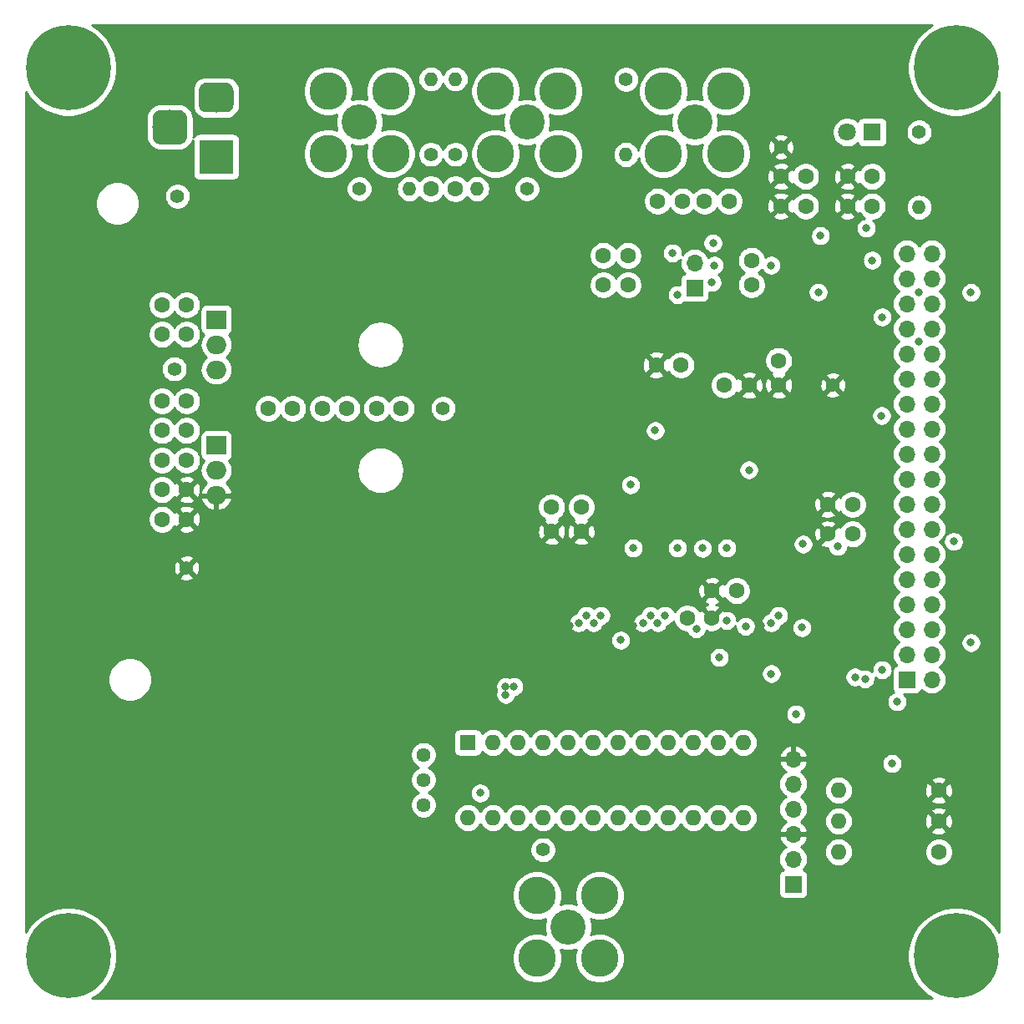
<source format=gbr>
G04 #@! TF.GenerationSoftware,KiCad,Pcbnew,(5.1.2)-1*
G04 #@! TF.CreationDate,2019-06-26T13:36:35-07:00*
G04 #@! TF.ProjectId,FIFO_P,4649464f-5f50-42e6-9b69-6361645f7063,rev?*
G04 #@! TF.SameCoordinates,Original*
G04 #@! TF.FileFunction,Copper,L3,Inr*
G04 #@! TF.FilePolarity,Positive*
%FSLAX46Y46*%
G04 Gerber Fmt 4.6, Leading zero omitted, Abs format (unit mm)*
G04 Created by KiCad (PCBNEW (5.1.2)-1) date 2019-06-26 13:36:35*
%MOMM*%
%LPD*%
G04 APERTURE LIST*
%ADD10C,1.600000*%
%ADD11O,2.000000X1.905000*%
%ADD12R,2.000000X1.905000*%
%ADD13O,1.700000X1.700000*%
%ADD14R,1.700000X1.700000*%
%ADD15O,1.600000X1.600000*%
%ADD16C,3.810000*%
%ADD17C,3.556000*%
%ADD18O,1.400000X1.400000*%
%ADD19C,1.400000*%
%ADD20C,1.399924*%
%ADD21C,1.440000*%
%ADD22C,0.100000*%
%ADD23C,3.500000*%
%ADD24C,3.000000*%
%ADD25R,3.500000X3.500000*%
%ADD26C,0.900000*%
%ADD27C,8.600000*%
%ADD28R,1.600000X1.600000*%
%ADD29C,1.800000*%
%ADD30R,1.800000X1.800000*%
%ADD31C,0.800000*%
%ADD32C,0.254000*%
G04 APERTURE END LIST*
D10*
X88250000Y-89000000D03*
X85750000Y-89000000D03*
X82750000Y-89000000D03*
X80250000Y-89000000D03*
X74750000Y-89000000D03*
X77250000Y-89000000D03*
D11*
X69500000Y-97830000D03*
X69500000Y-95290000D03*
D12*
X69500000Y-92750000D03*
D11*
X69500000Y-85080000D03*
X69500000Y-82540000D03*
D12*
X69500000Y-80000000D03*
D10*
X119000000Y-68000000D03*
X121500000Y-68000000D03*
X116750000Y-68000000D03*
X114250000Y-68000000D03*
X91250000Y-66750000D03*
X93750000Y-66750000D03*
D13*
X128000000Y-129630000D03*
X128000000Y-134710000D03*
X128000000Y-132170000D03*
X128000000Y-127090000D03*
D14*
X128000000Y-137250000D03*
D13*
X128000000Y-124550000D03*
X118000000Y-74250000D03*
D14*
X118000000Y-76790000D03*
D15*
X132580000Y-130840000D03*
D10*
X142740000Y-130840000D03*
D13*
X142040000Y-73320000D03*
X139500000Y-73320000D03*
X142040000Y-75860000D03*
X139500000Y-75860000D03*
X142040000Y-78400000D03*
X139500000Y-78400000D03*
X142040000Y-80940000D03*
X139500000Y-80940000D03*
X142040000Y-83480000D03*
X139500000Y-83480000D03*
X142040000Y-86020000D03*
X139500000Y-86020000D03*
X142040000Y-88560000D03*
X139500000Y-88560000D03*
X142040000Y-91100000D03*
X139500000Y-91100000D03*
X142040000Y-93640000D03*
X139500000Y-93640000D03*
X142040000Y-96180000D03*
X139500000Y-96180000D03*
X142040000Y-98720000D03*
X139500000Y-98720000D03*
X142040000Y-101260000D03*
X139500000Y-101260000D03*
X142040000Y-103800000D03*
X139500000Y-103800000D03*
X142040000Y-106340000D03*
X139500000Y-106340000D03*
X142040000Y-108880000D03*
X139500000Y-108880000D03*
X142040000Y-111420000D03*
X139500000Y-111420000D03*
X142040000Y-113960000D03*
X139500000Y-113960000D03*
X142040000Y-116500000D03*
D14*
X139500000Y-116500000D03*
D16*
X80825000Y-56825000D03*
X87175000Y-56825000D03*
X80825000Y-63175000D03*
D17*
X84000000Y-60000000D03*
D16*
X87175000Y-63175000D03*
D18*
X91250000Y-55630000D03*
D19*
X91250000Y-63250000D03*
D20*
X65576000Y-67500000D03*
D10*
X123515000Y-86656000D03*
X121015000Y-86656000D03*
X123750000Y-74000000D03*
X123750000Y-76500000D03*
X119750000Y-107500000D03*
X122250000Y-107500000D03*
D21*
X90515000Y-124126000D03*
X90515000Y-126666000D03*
X90515000Y-129206000D03*
D10*
X106500000Y-99000000D03*
X106500000Y-101500000D03*
D18*
X89080000Y-66750000D03*
D19*
X84000000Y-66750000D03*
D18*
X95920000Y-66750000D03*
D19*
X101000000Y-66750000D03*
D20*
X92500000Y-89000000D03*
D10*
X64000000Y-88250000D03*
X66500000Y-88250000D03*
D22*
G36*
X65760765Y-58754213D02*
G01*
X65845704Y-58766813D01*
X65928999Y-58787677D01*
X66009848Y-58816605D01*
X66087472Y-58853319D01*
X66161124Y-58897464D01*
X66230094Y-58948616D01*
X66293718Y-59006282D01*
X66351384Y-59069906D01*
X66402536Y-59138876D01*
X66446681Y-59212528D01*
X66483395Y-59290152D01*
X66512323Y-59371001D01*
X66533187Y-59454296D01*
X66545787Y-59539235D01*
X66550000Y-59625000D01*
X66550000Y-61375000D01*
X66545787Y-61460765D01*
X66533187Y-61545704D01*
X66512323Y-61628999D01*
X66483395Y-61709848D01*
X66446681Y-61787472D01*
X66402536Y-61861124D01*
X66351384Y-61930094D01*
X66293718Y-61993718D01*
X66230094Y-62051384D01*
X66161124Y-62102536D01*
X66087472Y-62146681D01*
X66009848Y-62183395D01*
X65928999Y-62212323D01*
X65845704Y-62233187D01*
X65760765Y-62245787D01*
X65675000Y-62250000D01*
X63925000Y-62250000D01*
X63839235Y-62245787D01*
X63754296Y-62233187D01*
X63671001Y-62212323D01*
X63590152Y-62183395D01*
X63512528Y-62146681D01*
X63438876Y-62102536D01*
X63369906Y-62051384D01*
X63306282Y-61993718D01*
X63248616Y-61930094D01*
X63197464Y-61861124D01*
X63153319Y-61787472D01*
X63116605Y-61709848D01*
X63087677Y-61628999D01*
X63066813Y-61545704D01*
X63054213Y-61460765D01*
X63050000Y-61375000D01*
X63050000Y-59625000D01*
X63054213Y-59539235D01*
X63066813Y-59454296D01*
X63087677Y-59371001D01*
X63116605Y-59290152D01*
X63153319Y-59212528D01*
X63197464Y-59138876D01*
X63248616Y-59069906D01*
X63306282Y-59006282D01*
X63369906Y-58948616D01*
X63438876Y-58897464D01*
X63512528Y-58853319D01*
X63590152Y-58816605D01*
X63671001Y-58787677D01*
X63754296Y-58766813D01*
X63839235Y-58754213D01*
X63925000Y-58750000D01*
X65675000Y-58750000D01*
X65760765Y-58754213D01*
X65760765Y-58754213D01*
G37*
D23*
X64800000Y-60500000D03*
D22*
G36*
X70573513Y-56003611D02*
G01*
X70646318Y-56014411D01*
X70717714Y-56032295D01*
X70787013Y-56057090D01*
X70853548Y-56088559D01*
X70916678Y-56126398D01*
X70975795Y-56170242D01*
X71030330Y-56219670D01*
X71079758Y-56274205D01*
X71123602Y-56333322D01*
X71161441Y-56396452D01*
X71192910Y-56462987D01*
X71217705Y-56532286D01*
X71235589Y-56603682D01*
X71246389Y-56676487D01*
X71250000Y-56750000D01*
X71250000Y-58250000D01*
X71246389Y-58323513D01*
X71235589Y-58396318D01*
X71217705Y-58467714D01*
X71192910Y-58537013D01*
X71161441Y-58603548D01*
X71123602Y-58666678D01*
X71079758Y-58725795D01*
X71030330Y-58780330D01*
X70975795Y-58829758D01*
X70916678Y-58873602D01*
X70853548Y-58911441D01*
X70787013Y-58942910D01*
X70717714Y-58967705D01*
X70646318Y-58985589D01*
X70573513Y-58996389D01*
X70500000Y-59000000D01*
X68500000Y-59000000D01*
X68426487Y-58996389D01*
X68353682Y-58985589D01*
X68282286Y-58967705D01*
X68212987Y-58942910D01*
X68146452Y-58911441D01*
X68083322Y-58873602D01*
X68024205Y-58829758D01*
X67969670Y-58780330D01*
X67920242Y-58725795D01*
X67876398Y-58666678D01*
X67838559Y-58603548D01*
X67807090Y-58537013D01*
X67782295Y-58467714D01*
X67764411Y-58396318D01*
X67753611Y-58323513D01*
X67750000Y-58250000D01*
X67750000Y-56750000D01*
X67753611Y-56676487D01*
X67764411Y-56603682D01*
X67782295Y-56532286D01*
X67807090Y-56462987D01*
X67838559Y-56396452D01*
X67876398Y-56333322D01*
X67920242Y-56274205D01*
X67969670Y-56219670D01*
X68024205Y-56170242D01*
X68083322Y-56126398D01*
X68146452Y-56088559D01*
X68212987Y-56057090D01*
X68282286Y-56032295D01*
X68353682Y-56014411D01*
X68426487Y-56003611D01*
X68500000Y-56000000D01*
X70500000Y-56000000D01*
X70573513Y-56003611D01*
X70573513Y-56003611D01*
G37*
D24*
X69500000Y-57500000D03*
D25*
X69500000Y-63500000D03*
D10*
X119750000Y-110250000D03*
X117250000Y-110250000D03*
D26*
X146780419Y-52219581D03*
X144500000Y-51275000D03*
X142219581Y-52219581D03*
X141275000Y-54500000D03*
X142219581Y-56780419D03*
X144500000Y-57725000D03*
X146780419Y-56780419D03*
X147725000Y-54500000D03*
D27*
X144500000Y-54500000D03*
D26*
X146780419Y-142219581D03*
X144500000Y-141275000D03*
X142219581Y-142219581D03*
X141275000Y-144500000D03*
X142219581Y-146780419D03*
X144500000Y-147725000D03*
X146780419Y-146780419D03*
X147725000Y-144500000D03*
D27*
X144500000Y-144500000D03*
D26*
X56780419Y-142219581D03*
X54500000Y-141275000D03*
X52219581Y-142219581D03*
X51275000Y-144500000D03*
X52219581Y-146780419D03*
X54500000Y-147725000D03*
X56780419Y-146780419D03*
X57725000Y-144500000D03*
D27*
X54500000Y-144500000D03*
X54500000Y-54500000D03*
D26*
X57725000Y-54500000D03*
X56780419Y-56780419D03*
X54500000Y-57725000D03*
X52219581Y-56780419D03*
X51275000Y-54500000D03*
X52219581Y-52219581D03*
X54500000Y-51275000D03*
X56780419Y-52219581D03*
D15*
X95010000Y-130500000D03*
X122950000Y-122880000D03*
X97550000Y-130500000D03*
X120410000Y-122880000D03*
X100090000Y-130500000D03*
X117870000Y-122880000D03*
X102630000Y-130500000D03*
X115330000Y-122880000D03*
X105170000Y-130500000D03*
X112790000Y-122880000D03*
X107710000Y-130500000D03*
X110250000Y-122880000D03*
X110250000Y-130500000D03*
X107710000Y-122880000D03*
X112790000Y-130500000D03*
X105170000Y-122880000D03*
X115330000Y-130500000D03*
X102630000Y-122880000D03*
X117870000Y-130500000D03*
X100090000Y-122880000D03*
X120410000Y-130500000D03*
X97550000Y-122880000D03*
X122950000Y-130500000D03*
D28*
X95010000Y-122880000D03*
D16*
X121175000Y-63175000D03*
X114825000Y-63175000D03*
X121175000Y-56825000D03*
D17*
X118000000Y-60000000D03*
D16*
X114825000Y-56825000D03*
D20*
X66500000Y-105186000D03*
X65250000Y-85000000D03*
X102630000Y-133750000D03*
X132015000Y-86656000D03*
X126750000Y-62500000D03*
D15*
X132580000Y-127720000D03*
D10*
X142740000Y-127720000D03*
D15*
X132580000Y-133970000D03*
D10*
X142740000Y-133970000D03*
D18*
X140750000Y-68620000D03*
D19*
X140750000Y-61000000D03*
D18*
X111042000Y-63276000D03*
D19*
X111042000Y-55656000D03*
D18*
X93750000Y-55630000D03*
D19*
X93750000Y-63250000D03*
D16*
X102000000Y-138400000D03*
X108350000Y-138400000D03*
X102000000Y-144750000D03*
D17*
X105175000Y-141575000D03*
D16*
X108350000Y-144750000D03*
X97825000Y-56825000D03*
X104175000Y-56825000D03*
X97825000Y-63175000D03*
D17*
X101000000Y-60000000D03*
D16*
X104175000Y-63175000D03*
D29*
X133460000Y-61000000D03*
D30*
X136000000Y-61000000D03*
D10*
X64000000Y-97250000D03*
X66500000Y-97250000D03*
X64000000Y-100250000D03*
X66500000Y-100250000D03*
X64000000Y-91250000D03*
X66500000Y-91250000D03*
X64000000Y-94250000D03*
X66500000Y-94250000D03*
X64000000Y-81500000D03*
X66500000Y-81500000D03*
X64000000Y-78500000D03*
X66500000Y-78500000D03*
X103500000Y-99000000D03*
X103500000Y-101500000D03*
X134000000Y-101750000D03*
X131500000Y-101750000D03*
X134000000Y-98750000D03*
X131500000Y-98750000D03*
X126515000Y-84156000D03*
X126515000Y-86656000D03*
X126750000Y-65500000D03*
X129250000Y-65500000D03*
X133500000Y-65500000D03*
X136000000Y-65500000D03*
X116615000Y-84606000D03*
X114115000Y-84606000D03*
X126750000Y-68500000D03*
X129250000Y-68500000D03*
X133500000Y-68500000D03*
X136000000Y-68500000D03*
X111250000Y-76500000D03*
X108750000Y-76500000D03*
X108750000Y-73500000D03*
X111250000Y-73500000D03*
D31*
X119850000Y-72250000D03*
X115750000Y-73250000D03*
X135275000Y-116429000D03*
X99665000Y-117191000D03*
X98839999Y-118016001D03*
X98839999Y-117191000D03*
X134750000Y-74000000D03*
X118015000Y-113156000D03*
X124750000Y-111000000D03*
X111750000Y-111000000D03*
X105301315Y-111066228D03*
X123329998Y-119529426D03*
X115625000Y-120239000D03*
X110206000Y-120874000D03*
X130765000Y-118406000D03*
X96250000Y-128000000D03*
X119982796Y-74500993D03*
X125750000Y-74500000D03*
X135400000Y-70750000D03*
X136950000Y-89750000D03*
X137000000Y-79750000D03*
X130750000Y-71500000D03*
X128987347Y-102762653D03*
X144250000Y-102500000D03*
X132500000Y-103000000D03*
X146000000Y-112750000D03*
X134250000Y-116250000D03*
X137000000Y-115500000D03*
X138500000Y-118750000D03*
X140724999Y-77224999D03*
X146000000Y-77250000D03*
X130525001Y-77224999D03*
X138000000Y-125000000D03*
X140750000Y-82250000D03*
X126500000Y-110000000D03*
X125750000Y-110750000D03*
X121265000Y-103156000D03*
X125765000Y-115906000D03*
X121250000Y-110500000D03*
X118800000Y-103191000D03*
X120500000Y-114250000D03*
X118165339Y-111355661D03*
X115000000Y-110000000D03*
X114250000Y-110750000D03*
X113500000Y-110000000D03*
X112750000Y-110750000D03*
X108500000Y-110000000D03*
X107750000Y-110750000D03*
X107000000Y-110000000D03*
X106250000Y-110750000D03*
X128250000Y-120000000D03*
X116250000Y-77500000D03*
X119750000Y-76250000D03*
X136000000Y-74000000D03*
X123500000Y-95250000D03*
X114000000Y-91250000D03*
X111500000Y-96750000D03*
X128877805Y-111233871D03*
X110500000Y-112500000D03*
X123160000Y-111095000D03*
X111765000Y-103156000D03*
X116265000Y-103156000D03*
D32*
G36*
X141354121Y-50666735D02*
G01*
X140666735Y-51354121D01*
X140126660Y-52162401D01*
X139754650Y-53060514D01*
X139565000Y-54013945D01*
X139565000Y-54986055D01*
X139754650Y-55939486D01*
X140126660Y-56837599D01*
X140666735Y-57645879D01*
X141354121Y-58333265D01*
X142162401Y-58873340D01*
X143060514Y-59245350D01*
X144013945Y-59435000D01*
X144986055Y-59435000D01*
X145939486Y-59245350D01*
X146837599Y-58873340D01*
X147645879Y-58333265D01*
X148333265Y-57645879D01*
X148815000Y-56924911D01*
X148815001Y-142075090D01*
X148333265Y-141354121D01*
X147645879Y-140666735D01*
X146837599Y-140126660D01*
X145939486Y-139754650D01*
X144986055Y-139565000D01*
X144013945Y-139565000D01*
X143060514Y-139754650D01*
X142162401Y-140126660D01*
X141354121Y-140666735D01*
X140666735Y-141354121D01*
X140126660Y-142162401D01*
X139754650Y-143060514D01*
X139565000Y-144013945D01*
X139565000Y-144986055D01*
X139754650Y-145939486D01*
X140126660Y-146837599D01*
X140666735Y-147645879D01*
X141354121Y-148333265D01*
X142075089Y-148815000D01*
X56924911Y-148815000D01*
X57645879Y-148333265D01*
X58333265Y-147645879D01*
X58873340Y-146837599D01*
X59245350Y-145939486D01*
X59435000Y-144986055D01*
X59435000Y-144013945D01*
X59245350Y-143060514D01*
X58873340Y-142162401D01*
X58333265Y-141354121D01*
X57645879Y-140666735D01*
X56837599Y-140126660D01*
X55939486Y-139754650D01*
X54986055Y-139565000D01*
X54013945Y-139565000D01*
X53060514Y-139754650D01*
X52162401Y-140126660D01*
X51354121Y-140666735D01*
X50666735Y-141354121D01*
X50185000Y-142075089D01*
X50185000Y-138149832D01*
X99460000Y-138149832D01*
X99460000Y-138650168D01*
X99557611Y-139140891D01*
X99749081Y-139603141D01*
X100027053Y-140019156D01*
X100380844Y-140372947D01*
X100796859Y-140650919D01*
X101259109Y-140842389D01*
X101749832Y-140940000D01*
X102250168Y-140940000D01*
X102740891Y-140842389D01*
X102892691Y-140779512D01*
X102854731Y-140871154D01*
X102762000Y-141337340D01*
X102762000Y-141812660D01*
X102854731Y-142278846D01*
X102892691Y-142370488D01*
X102740891Y-142307611D01*
X102250168Y-142210000D01*
X101749832Y-142210000D01*
X101259109Y-142307611D01*
X100796859Y-142499081D01*
X100380844Y-142777053D01*
X100027053Y-143130844D01*
X99749081Y-143546859D01*
X99557611Y-144009109D01*
X99460000Y-144499832D01*
X99460000Y-145000168D01*
X99557611Y-145490891D01*
X99749081Y-145953141D01*
X100027053Y-146369156D01*
X100380844Y-146722947D01*
X100796859Y-147000919D01*
X101259109Y-147192389D01*
X101749832Y-147290000D01*
X102250168Y-147290000D01*
X102740891Y-147192389D01*
X103203141Y-147000919D01*
X103619156Y-146722947D01*
X103972947Y-146369156D01*
X104250919Y-145953141D01*
X104442389Y-145490891D01*
X104540000Y-145000168D01*
X104540000Y-144499832D01*
X104442389Y-144009109D01*
X104379512Y-143857309D01*
X104471154Y-143895269D01*
X104937340Y-143988000D01*
X105412660Y-143988000D01*
X105878846Y-143895269D01*
X105970488Y-143857309D01*
X105907611Y-144009109D01*
X105810000Y-144499832D01*
X105810000Y-145000168D01*
X105907611Y-145490891D01*
X106099081Y-145953141D01*
X106377053Y-146369156D01*
X106730844Y-146722947D01*
X107146859Y-147000919D01*
X107609109Y-147192389D01*
X108099832Y-147290000D01*
X108600168Y-147290000D01*
X109090891Y-147192389D01*
X109553141Y-147000919D01*
X109969156Y-146722947D01*
X110322947Y-146369156D01*
X110600919Y-145953141D01*
X110792389Y-145490891D01*
X110890000Y-145000168D01*
X110890000Y-144499832D01*
X110792389Y-144009109D01*
X110600919Y-143546859D01*
X110322947Y-143130844D01*
X109969156Y-142777053D01*
X109553141Y-142499081D01*
X109090891Y-142307611D01*
X108600168Y-142210000D01*
X108099832Y-142210000D01*
X107609109Y-142307611D01*
X107457309Y-142370488D01*
X107495269Y-142278846D01*
X107588000Y-141812660D01*
X107588000Y-141337340D01*
X107495269Y-140871154D01*
X107457309Y-140779512D01*
X107609109Y-140842389D01*
X108099832Y-140940000D01*
X108600168Y-140940000D01*
X109090891Y-140842389D01*
X109553141Y-140650919D01*
X109969156Y-140372947D01*
X110322947Y-140019156D01*
X110600919Y-139603141D01*
X110792389Y-139140891D01*
X110890000Y-138650168D01*
X110890000Y-138149832D01*
X110792389Y-137659109D01*
X110600919Y-137196859D01*
X110322947Y-136780844D01*
X109969156Y-136427053D01*
X109553141Y-136149081D01*
X109090891Y-135957611D01*
X108600168Y-135860000D01*
X108099832Y-135860000D01*
X107609109Y-135957611D01*
X107146859Y-136149081D01*
X106730844Y-136427053D01*
X106377053Y-136780844D01*
X106099081Y-137196859D01*
X105907611Y-137659109D01*
X105810000Y-138149832D01*
X105810000Y-138650168D01*
X105907611Y-139140891D01*
X105970488Y-139292691D01*
X105878846Y-139254731D01*
X105412660Y-139162000D01*
X104937340Y-139162000D01*
X104471154Y-139254731D01*
X104379512Y-139292691D01*
X104442389Y-139140891D01*
X104540000Y-138650168D01*
X104540000Y-138149832D01*
X104442389Y-137659109D01*
X104250919Y-137196859D01*
X103972947Y-136780844D01*
X103619156Y-136427053D01*
X103203141Y-136149081D01*
X102740891Y-135957611D01*
X102250168Y-135860000D01*
X101749832Y-135860000D01*
X101259109Y-135957611D01*
X100796859Y-136149081D01*
X100380844Y-136427053D01*
X100027053Y-136780844D01*
X99749081Y-137196859D01*
X99557611Y-137659109D01*
X99460000Y-138149832D01*
X50185000Y-138149832D01*
X50185000Y-133618518D01*
X101295038Y-133618518D01*
X101295038Y-133881482D01*
X101346340Y-134139394D01*
X101446972Y-134382341D01*
X101593068Y-134600988D01*
X101779012Y-134786932D01*
X101997659Y-134933028D01*
X102240606Y-135033660D01*
X102498518Y-135084962D01*
X102761482Y-135084962D01*
X103019394Y-135033660D01*
X103262341Y-134933028D01*
X103480988Y-134786932D01*
X103557920Y-134710000D01*
X126507815Y-134710000D01*
X126536487Y-135001111D01*
X126621401Y-135281034D01*
X126759294Y-135539014D01*
X126944866Y-135765134D01*
X126974687Y-135789607D01*
X126905820Y-135810498D01*
X126795506Y-135869463D01*
X126698815Y-135948815D01*
X126619463Y-136045506D01*
X126560498Y-136155820D01*
X126524188Y-136275518D01*
X126511928Y-136400000D01*
X126511928Y-138100000D01*
X126524188Y-138224482D01*
X126560498Y-138344180D01*
X126619463Y-138454494D01*
X126698815Y-138551185D01*
X126795506Y-138630537D01*
X126905820Y-138689502D01*
X127025518Y-138725812D01*
X127150000Y-138738072D01*
X128850000Y-138738072D01*
X128974482Y-138725812D01*
X129094180Y-138689502D01*
X129204494Y-138630537D01*
X129301185Y-138551185D01*
X129380537Y-138454494D01*
X129439502Y-138344180D01*
X129475812Y-138224482D01*
X129488072Y-138100000D01*
X129488072Y-136400000D01*
X129475812Y-136275518D01*
X129439502Y-136155820D01*
X129380537Y-136045506D01*
X129301185Y-135948815D01*
X129204494Y-135869463D01*
X129094180Y-135810498D01*
X129025313Y-135789607D01*
X129055134Y-135765134D01*
X129240706Y-135539014D01*
X129378599Y-135281034D01*
X129463513Y-135001111D01*
X129492185Y-134710000D01*
X129463513Y-134418889D01*
X129378599Y-134138966D01*
X129288285Y-133970000D01*
X131138057Y-133970000D01*
X131165764Y-134251309D01*
X131247818Y-134521808D01*
X131381068Y-134771101D01*
X131560392Y-134989608D01*
X131778899Y-135168932D01*
X132028192Y-135302182D01*
X132298691Y-135384236D01*
X132509508Y-135405000D01*
X132650492Y-135405000D01*
X132861309Y-135384236D01*
X133131808Y-135302182D01*
X133381101Y-135168932D01*
X133599608Y-134989608D01*
X133778932Y-134771101D01*
X133912182Y-134521808D01*
X133994236Y-134251309D01*
X134021943Y-133970000D01*
X134008023Y-133828665D01*
X141305000Y-133828665D01*
X141305000Y-134111335D01*
X141360147Y-134388574D01*
X141468320Y-134649727D01*
X141625363Y-134884759D01*
X141825241Y-135084637D01*
X142060273Y-135241680D01*
X142321426Y-135349853D01*
X142598665Y-135405000D01*
X142881335Y-135405000D01*
X143158574Y-135349853D01*
X143419727Y-135241680D01*
X143654759Y-135084637D01*
X143854637Y-134884759D01*
X144011680Y-134649727D01*
X144119853Y-134388574D01*
X144175000Y-134111335D01*
X144175000Y-133828665D01*
X144119853Y-133551426D01*
X144011680Y-133290273D01*
X143854637Y-133055241D01*
X143654759Y-132855363D01*
X143419727Y-132698320D01*
X143158574Y-132590147D01*
X142881335Y-132535000D01*
X142598665Y-132535000D01*
X142321426Y-132590147D01*
X142060273Y-132698320D01*
X141825241Y-132855363D01*
X141625363Y-133055241D01*
X141468320Y-133290273D01*
X141360147Y-133551426D01*
X141305000Y-133828665D01*
X134008023Y-133828665D01*
X133994236Y-133688691D01*
X133912182Y-133418192D01*
X133778932Y-133168899D01*
X133599608Y-132950392D01*
X133381101Y-132771068D01*
X133131808Y-132637818D01*
X132861309Y-132555764D01*
X132650492Y-132535000D01*
X132509508Y-132535000D01*
X132298691Y-132555764D01*
X132028192Y-132637818D01*
X131778899Y-132771068D01*
X131560392Y-132950392D01*
X131381068Y-133168899D01*
X131247818Y-133418192D01*
X131165764Y-133688691D01*
X131138057Y-133970000D01*
X129288285Y-133970000D01*
X129240706Y-133880986D01*
X129055134Y-133654866D01*
X128829014Y-133469294D01*
X128764477Y-133434799D01*
X128881355Y-133365178D01*
X129097588Y-133170269D01*
X129271641Y-132936920D01*
X129396825Y-132674099D01*
X129441476Y-132526890D01*
X129320155Y-132297000D01*
X128127000Y-132297000D01*
X128127000Y-132317000D01*
X127873000Y-132317000D01*
X127873000Y-132297000D01*
X126679845Y-132297000D01*
X126558524Y-132526890D01*
X126603175Y-132674099D01*
X126728359Y-132936920D01*
X126902412Y-133170269D01*
X127118645Y-133365178D01*
X127235523Y-133434799D01*
X127170986Y-133469294D01*
X126944866Y-133654866D01*
X126759294Y-133880986D01*
X126621401Y-134138966D01*
X126536487Y-134418889D01*
X126507815Y-134710000D01*
X103557920Y-134710000D01*
X103666932Y-134600988D01*
X103813028Y-134382341D01*
X103913660Y-134139394D01*
X103964962Y-133881482D01*
X103964962Y-133618518D01*
X103913660Y-133360606D01*
X103813028Y-133117659D01*
X103666932Y-132899012D01*
X103480988Y-132713068D01*
X103262341Y-132566972D01*
X103019394Y-132466340D01*
X102761482Y-132415038D01*
X102498518Y-132415038D01*
X102240606Y-132466340D01*
X101997659Y-132566972D01*
X101779012Y-132713068D01*
X101593068Y-132899012D01*
X101446972Y-133117659D01*
X101346340Y-133360606D01*
X101295038Y-133618518D01*
X50185000Y-133618518D01*
X50185000Y-123992544D01*
X89160000Y-123992544D01*
X89160000Y-124259456D01*
X89212072Y-124521239D01*
X89314215Y-124767833D01*
X89462503Y-124989762D01*
X89651238Y-125178497D01*
X89873167Y-125326785D01*
X90040266Y-125396000D01*
X89873167Y-125465215D01*
X89651238Y-125613503D01*
X89462503Y-125802238D01*
X89314215Y-126024167D01*
X89212072Y-126270761D01*
X89160000Y-126532544D01*
X89160000Y-126799456D01*
X89212072Y-127061239D01*
X89314215Y-127307833D01*
X89462503Y-127529762D01*
X89651238Y-127718497D01*
X89873167Y-127866785D01*
X90040266Y-127936000D01*
X89873167Y-128005215D01*
X89651238Y-128153503D01*
X89462503Y-128342238D01*
X89314215Y-128564167D01*
X89212072Y-128810761D01*
X89160000Y-129072544D01*
X89160000Y-129339456D01*
X89212072Y-129601239D01*
X89314215Y-129847833D01*
X89462503Y-130069762D01*
X89651238Y-130258497D01*
X89873167Y-130406785D01*
X90119761Y-130508928D01*
X90381544Y-130561000D01*
X90648456Y-130561000D01*
X90910239Y-130508928D01*
X90931793Y-130500000D01*
X93568057Y-130500000D01*
X93595764Y-130781309D01*
X93677818Y-131051808D01*
X93811068Y-131301101D01*
X93990392Y-131519608D01*
X94208899Y-131698932D01*
X94458192Y-131832182D01*
X94728691Y-131914236D01*
X94939508Y-131935000D01*
X95080492Y-131935000D01*
X95291309Y-131914236D01*
X95561808Y-131832182D01*
X95811101Y-131698932D01*
X96029608Y-131519608D01*
X96208932Y-131301101D01*
X96280000Y-131168142D01*
X96351068Y-131301101D01*
X96530392Y-131519608D01*
X96748899Y-131698932D01*
X96998192Y-131832182D01*
X97268691Y-131914236D01*
X97479508Y-131935000D01*
X97620492Y-131935000D01*
X97831309Y-131914236D01*
X98101808Y-131832182D01*
X98351101Y-131698932D01*
X98569608Y-131519608D01*
X98748932Y-131301101D01*
X98820000Y-131168142D01*
X98891068Y-131301101D01*
X99070392Y-131519608D01*
X99288899Y-131698932D01*
X99538192Y-131832182D01*
X99808691Y-131914236D01*
X100019508Y-131935000D01*
X100160492Y-131935000D01*
X100371309Y-131914236D01*
X100641808Y-131832182D01*
X100891101Y-131698932D01*
X101109608Y-131519608D01*
X101288932Y-131301101D01*
X101360000Y-131168142D01*
X101431068Y-131301101D01*
X101610392Y-131519608D01*
X101828899Y-131698932D01*
X102078192Y-131832182D01*
X102348691Y-131914236D01*
X102559508Y-131935000D01*
X102700492Y-131935000D01*
X102911309Y-131914236D01*
X103181808Y-131832182D01*
X103431101Y-131698932D01*
X103649608Y-131519608D01*
X103828932Y-131301101D01*
X103900000Y-131168142D01*
X103971068Y-131301101D01*
X104150392Y-131519608D01*
X104368899Y-131698932D01*
X104618192Y-131832182D01*
X104888691Y-131914236D01*
X105099508Y-131935000D01*
X105240492Y-131935000D01*
X105451309Y-131914236D01*
X105721808Y-131832182D01*
X105971101Y-131698932D01*
X106189608Y-131519608D01*
X106368932Y-131301101D01*
X106440000Y-131168142D01*
X106511068Y-131301101D01*
X106690392Y-131519608D01*
X106908899Y-131698932D01*
X107158192Y-131832182D01*
X107428691Y-131914236D01*
X107639508Y-131935000D01*
X107780492Y-131935000D01*
X107991309Y-131914236D01*
X108261808Y-131832182D01*
X108511101Y-131698932D01*
X108729608Y-131519608D01*
X108908932Y-131301101D01*
X108980000Y-131168142D01*
X109051068Y-131301101D01*
X109230392Y-131519608D01*
X109448899Y-131698932D01*
X109698192Y-131832182D01*
X109968691Y-131914236D01*
X110179508Y-131935000D01*
X110320492Y-131935000D01*
X110531309Y-131914236D01*
X110801808Y-131832182D01*
X111051101Y-131698932D01*
X111269608Y-131519608D01*
X111448932Y-131301101D01*
X111520000Y-131168142D01*
X111591068Y-131301101D01*
X111770392Y-131519608D01*
X111988899Y-131698932D01*
X112238192Y-131832182D01*
X112508691Y-131914236D01*
X112719508Y-131935000D01*
X112860492Y-131935000D01*
X113071309Y-131914236D01*
X113341808Y-131832182D01*
X113591101Y-131698932D01*
X113809608Y-131519608D01*
X113988932Y-131301101D01*
X114060000Y-131168142D01*
X114131068Y-131301101D01*
X114310392Y-131519608D01*
X114528899Y-131698932D01*
X114778192Y-131832182D01*
X115048691Y-131914236D01*
X115259508Y-131935000D01*
X115400492Y-131935000D01*
X115611309Y-131914236D01*
X115881808Y-131832182D01*
X116131101Y-131698932D01*
X116349608Y-131519608D01*
X116528932Y-131301101D01*
X116600000Y-131168142D01*
X116671068Y-131301101D01*
X116850392Y-131519608D01*
X117068899Y-131698932D01*
X117318192Y-131832182D01*
X117588691Y-131914236D01*
X117799508Y-131935000D01*
X117940492Y-131935000D01*
X118151309Y-131914236D01*
X118421808Y-131832182D01*
X118671101Y-131698932D01*
X118889608Y-131519608D01*
X119068932Y-131301101D01*
X119140000Y-131168142D01*
X119211068Y-131301101D01*
X119390392Y-131519608D01*
X119608899Y-131698932D01*
X119858192Y-131832182D01*
X120128691Y-131914236D01*
X120339508Y-131935000D01*
X120480492Y-131935000D01*
X120691309Y-131914236D01*
X120961808Y-131832182D01*
X121211101Y-131698932D01*
X121429608Y-131519608D01*
X121608932Y-131301101D01*
X121680000Y-131168142D01*
X121751068Y-131301101D01*
X121930392Y-131519608D01*
X122148899Y-131698932D01*
X122398192Y-131832182D01*
X122668691Y-131914236D01*
X122879508Y-131935000D01*
X123020492Y-131935000D01*
X123231309Y-131914236D01*
X123501808Y-131832182D01*
X123751101Y-131698932D01*
X123969608Y-131519608D01*
X124148932Y-131301101D01*
X124282182Y-131051808D01*
X124364236Y-130781309D01*
X124391943Y-130500000D01*
X124364236Y-130218691D01*
X124282182Y-129948192D01*
X124148932Y-129698899D01*
X123969608Y-129480392D01*
X123751101Y-129301068D01*
X123501808Y-129167818D01*
X123231309Y-129085764D01*
X123020492Y-129065000D01*
X122879508Y-129065000D01*
X122668691Y-129085764D01*
X122398192Y-129167818D01*
X122148899Y-129301068D01*
X121930392Y-129480392D01*
X121751068Y-129698899D01*
X121680000Y-129831858D01*
X121608932Y-129698899D01*
X121429608Y-129480392D01*
X121211101Y-129301068D01*
X120961808Y-129167818D01*
X120691309Y-129085764D01*
X120480492Y-129065000D01*
X120339508Y-129065000D01*
X120128691Y-129085764D01*
X119858192Y-129167818D01*
X119608899Y-129301068D01*
X119390392Y-129480392D01*
X119211068Y-129698899D01*
X119140000Y-129831858D01*
X119068932Y-129698899D01*
X118889608Y-129480392D01*
X118671101Y-129301068D01*
X118421808Y-129167818D01*
X118151309Y-129085764D01*
X117940492Y-129065000D01*
X117799508Y-129065000D01*
X117588691Y-129085764D01*
X117318192Y-129167818D01*
X117068899Y-129301068D01*
X116850392Y-129480392D01*
X116671068Y-129698899D01*
X116600000Y-129831858D01*
X116528932Y-129698899D01*
X116349608Y-129480392D01*
X116131101Y-129301068D01*
X115881808Y-129167818D01*
X115611309Y-129085764D01*
X115400492Y-129065000D01*
X115259508Y-129065000D01*
X115048691Y-129085764D01*
X114778192Y-129167818D01*
X114528899Y-129301068D01*
X114310392Y-129480392D01*
X114131068Y-129698899D01*
X114060000Y-129831858D01*
X113988932Y-129698899D01*
X113809608Y-129480392D01*
X113591101Y-129301068D01*
X113341808Y-129167818D01*
X113071309Y-129085764D01*
X112860492Y-129065000D01*
X112719508Y-129065000D01*
X112508691Y-129085764D01*
X112238192Y-129167818D01*
X111988899Y-129301068D01*
X111770392Y-129480392D01*
X111591068Y-129698899D01*
X111520000Y-129831858D01*
X111448932Y-129698899D01*
X111269608Y-129480392D01*
X111051101Y-129301068D01*
X110801808Y-129167818D01*
X110531309Y-129085764D01*
X110320492Y-129065000D01*
X110179508Y-129065000D01*
X109968691Y-129085764D01*
X109698192Y-129167818D01*
X109448899Y-129301068D01*
X109230392Y-129480392D01*
X109051068Y-129698899D01*
X108980000Y-129831858D01*
X108908932Y-129698899D01*
X108729608Y-129480392D01*
X108511101Y-129301068D01*
X108261808Y-129167818D01*
X107991309Y-129085764D01*
X107780492Y-129065000D01*
X107639508Y-129065000D01*
X107428691Y-129085764D01*
X107158192Y-129167818D01*
X106908899Y-129301068D01*
X106690392Y-129480392D01*
X106511068Y-129698899D01*
X106440000Y-129831858D01*
X106368932Y-129698899D01*
X106189608Y-129480392D01*
X105971101Y-129301068D01*
X105721808Y-129167818D01*
X105451309Y-129085764D01*
X105240492Y-129065000D01*
X105099508Y-129065000D01*
X104888691Y-129085764D01*
X104618192Y-129167818D01*
X104368899Y-129301068D01*
X104150392Y-129480392D01*
X103971068Y-129698899D01*
X103900000Y-129831858D01*
X103828932Y-129698899D01*
X103649608Y-129480392D01*
X103431101Y-129301068D01*
X103181808Y-129167818D01*
X102911309Y-129085764D01*
X102700492Y-129065000D01*
X102559508Y-129065000D01*
X102348691Y-129085764D01*
X102078192Y-129167818D01*
X101828899Y-129301068D01*
X101610392Y-129480392D01*
X101431068Y-129698899D01*
X101360000Y-129831858D01*
X101288932Y-129698899D01*
X101109608Y-129480392D01*
X100891101Y-129301068D01*
X100641808Y-129167818D01*
X100371309Y-129085764D01*
X100160492Y-129065000D01*
X100019508Y-129065000D01*
X99808691Y-129085764D01*
X99538192Y-129167818D01*
X99288899Y-129301068D01*
X99070392Y-129480392D01*
X98891068Y-129698899D01*
X98820000Y-129831858D01*
X98748932Y-129698899D01*
X98569608Y-129480392D01*
X98351101Y-129301068D01*
X98101808Y-129167818D01*
X97831309Y-129085764D01*
X97620492Y-129065000D01*
X97479508Y-129065000D01*
X97268691Y-129085764D01*
X96998192Y-129167818D01*
X96748899Y-129301068D01*
X96530392Y-129480392D01*
X96351068Y-129698899D01*
X96280000Y-129831858D01*
X96208932Y-129698899D01*
X96029608Y-129480392D01*
X95811101Y-129301068D01*
X95561808Y-129167818D01*
X95291309Y-129085764D01*
X95080492Y-129065000D01*
X94939508Y-129065000D01*
X94728691Y-129085764D01*
X94458192Y-129167818D01*
X94208899Y-129301068D01*
X93990392Y-129480392D01*
X93811068Y-129698899D01*
X93677818Y-129948192D01*
X93595764Y-130218691D01*
X93568057Y-130500000D01*
X90931793Y-130500000D01*
X91156833Y-130406785D01*
X91378762Y-130258497D01*
X91567497Y-130069762D01*
X91715785Y-129847833D01*
X91817928Y-129601239D01*
X91870000Y-129339456D01*
X91870000Y-129072544D01*
X91817928Y-128810761D01*
X91715785Y-128564167D01*
X91567497Y-128342238D01*
X91378762Y-128153503D01*
X91156833Y-128005215D01*
X90989734Y-127936000D01*
X91081326Y-127898061D01*
X95215000Y-127898061D01*
X95215000Y-128101939D01*
X95254774Y-128301898D01*
X95332795Y-128490256D01*
X95446063Y-128659774D01*
X95590226Y-128803937D01*
X95759744Y-128917205D01*
X95948102Y-128995226D01*
X96148061Y-129035000D01*
X96351939Y-129035000D01*
X96551898Y-128995226D01*
X96740256Y-128917205D01*
X96909774Y-128803937D01*
X97053937Y-128659774D01*
X97167205Y-128490256D01*
X97245226Y-128301898D01*
X97285000Y-128101939D01*
X97285000Y-127898061D01*
X97245226Y-127698102D01*
X97167205Y-127509744D01*
X97053937Y-127340226D01*
X96909774Y-127196063D01*
X96751040Y-127090000D01*
X126507815Y-127090000D01*
X126536487Y-127381111D01*
X126621401Y-127661034D01*
X126759294Y-127919014D01*
X126944866Y-128145134D01*
X127170986Y-128330706D01*
X127225791Y-128360000D01*
X127170986Y-128389294D01*
X126944866Y-128574866D01*
X126759294Y-128800986D01*
X126621401Y-129058966D01*
X126536487Y-129338889D01*
X126507815Y-129630000D01*
X126536487Y-129921111D01*
X126621401Y-130201034D01*
X126759294Y-130459014D01*
X126944866Y-130685134D01*
X127170986Y-130870706D01*
X127235523Y-130905201D01*
X127118645Y-130974822D01*
X126902412Y-131169731D01*
X126728359Y-131403080D01*
X126603175Y-131665901D01*
X126558524Y-131813110D01*
X126679845Y-132043000D01*
X127873000Y-132043000D01*
X127873000Y-132023000D01*
X128127000Y-132023000D01*
X128127000Y-132043000D01*
X129320155Y-132043000D01*
X129441476Y-131813110D01*
X129396825Y-131665901D01*
X129271641Y-131403080D01*
X129097588Y-131169731D01*
X128881355Y-130974822D01*
X128764477Y-130905201D01*
X128829014Y-130870706D01*
X128866429Y-130840000D01*
X131138057Y-130840000D01*
X131165764Y-131121309D01*
X131247818Y-131391808D01*
X131381068Y-131641101D01*
X131560392Y-131859608D01*
X131778899Y-132038932D01*
X132028192Y-132172182D01*
X132298691Y-132254236D01*
X132509508Y-132275000D01*
X132650492Y-132275000D01*
X132861309Y-132254236D01*
X133131808Y-132172182D01*
X133381101Y-132038932D01*
X133599608Y-131859608D01*
X133621689Y-131832702D01*
X141926903Y-131832702D01*
X141998486Y-132076671D01*
X142253996Y-132197571D01*
X142528184Y-132266300D01*
X142810512Y-132280217D01*
X143090130Y-132238787D01*
X143356292Y-132143603D01*
X143481514Y-132076671D01*
X143553097Y-131832702D01*
X142740000Y-131019605D01*
X141926903Y-131832702D01*
X133621689Y-131832702D01*
X133778932Y-131641101D01*
X133912182Y-131391808D01*
X133994236Y-131121309D01*
X134014998Y-130910512D01*
X141299783Y-130910512D01*
X141341213Y-131190130D01*
X141436397Y-131456292D01*
X141503329Y-131581514D01*
X141747298Y-131653097D01*
X142560395Y-130840000D01*
X142919605Y-130840000D01*
X143732702Y-131653097D01*
X143976671Y-131581514D01*
X144097571Y-131326004D01*
X144166300Y-131051816D01*
X144180217Y-130769488D01*
X144138787Y-130489870D01*
X144043603Y-130223708D01*
X143976671Y-130098486D01*
X143732702Y-130026903D01*
X142919605Y-130840000D01*
X142560395Y-130840000D01*
X141747298Y-130026903D01*
X141503329Y-130098486D01*
X141382429Y-130353996D01*
X141313700Y-130628184D01*
X141299783Y-130910512D01*
X134014998Y-130910512D01*
X134021943Y-130840000D01*
X133994236Y-130558691D01*
X133912182Y-130288192D01*
X133778932Y-130038899D01*
X133621690Y-129847298D01*
X141926903Y-129847298D01*
X142740000Y-130660395D01*
X143553097Y-129847298D01*
X143481514Y-129603329D01*
X143226004Y-129482429D01*
X142951816Y-129413700D01*
X142669488Y-129399783D01*
X142389870Y-129441213D01*
X142123708Y-129536397D01*
X141998486Y-129603329D01*
X141926903Y-129847298D01*
X133621690Y-129847298D01*
X133599608Y-129820392D01*
X133381101Y-129641068D01*
X133131808Y-129507818D01*
X132861309Y-129425764D01*
X132650492Y-129405000D01*
X132509508Y-129405000D01*
X132298691Y-129425764D01*
X132028192Y-129507818D01*
X131778899Y-129641068D01*
X131560392Y-129820392D01*
X131381068Y-130038899D01*
X131247818Y-130288192D01*
X131165764Y-130558691D01*
X131138057Y-130840000D01*
X128866429Y-130840000D01*
X129055134Y-130685134D01*
X129240706Y-130459014D01*
X129378599Y-130201034D01*
X129463513Y-129921111D01*
X129492185Y-129630000D01*
X129463513Y-129338889D01*
X129378599Y-129058966D01*
X129240706Y-128800986D01*
X129055134Y-128574866D01*
X128829014Y-128389294D01*
X128774209Y-128360000D01*
X128829014Y-128330706D01*
X129055134Y-128145134D01*
X129240706Y-127919014D01*
X129347081Y-127720000D01*
X131138057Y-127720000D01*
X131165764Y-128001309D01*
X131247818Y-128271808D01*
X131381068Y-128521101D01*
X131560392Y-128739608D01*
X131778899Y-128918932D01*
X132028192Y-129052182D01*
X132298691Y-129134236D01*
X132509508Y-129155000D01*
X132650492Y-129155000D01*
X132861309Y-129134236D01*
X133131808Y-129052182D01*
X133381101Y-128918932D01*
X133599608Y-128739608D01*
X133621689Y-128712702D01*
X141926903Y-128712702D01*
X141998486Y-128956671D01*
X142253996Y-129077571D01*
X142528184Y-129146300D01*
X142810512Y-129160217D01*
X143090130Y-129118787D01*
X143356292Y-129023603D01*
X143481514Y-128956671D01*
X143553097Y-128712702D01*
X142740000Y-127899605D01*
X141926903Y-128712702D01*
X133621689Y-128712702D01*
X133778932Y-128521101D01*
X133912182Y-128271808D01*
X133994236Y-128001309D01*
X134014998Y-127790512D01*
X141299783Y-127790512D01*
X141341213Y-128070130D01*
X141436397Y-128336292D01*
X141503329Y-128461514D01*
X141747298Y-128533097D01*
X142560395Y-127720000D01*
X142919605Y-127720000D01*
X143732702Y-128533097D01*
X143976671Y-128461514D01*
X144097571Y-128206004D01*
X144166300Y-127931816D01*
X144180217Y-127649488D01*
X144138787Y-127369870D01*
X144043603Y-127103708D01*
X143976671Y-126978486D01*
X143732702Y-126906903D01*
X142919605Y-127720000D01*
X142560395Y-127720000D01*
X141747298Y-126906903D01*
X141503329Y-126978486D01*
X141382429Y-127233996D01*
X141313700Y-127508184D01*
X141299783Y-127790512D01*
X134014998Y-127790512D01*
X134021943Y-127720000D01*
X133994236Y-127438691D01*
X133912182Y-127168192D01*
X133778932Y-126918899D01*
X133621690Y-126727298D01*
X141926903Y-126727298D01*
X142740000Y-127540395D01*
X143553097Y-126727298D01*
X143481514Y-126483329D01*
X143226004Y-126362429D01*
X142951816Y-126293700D01*
X142669488Y-126279783D01*
X142389870Y-126321213D01*
X142123708Y-126416397D01*
X141998486Y-126483329D01*
X141926903Y-126727298D01*
X133621690Y-126727298D01*
X133599608Y-126700392D01*
X133381101Y-126521068D01*
X133131808Y-126387818D01*
X132861309Y-126305764D01*
X132650492Y-126285000D01*
X132509508Y-126285000D01*
X132298691Y-126305764D01*
X132028192Y-126387818D01*
X131778899Y-126521068D01*
X131560392Y-126700392D01*
X131381068Y-126918899D01*
X131247818Y-127168192D01*
X131165764Y-127438691D01*
X131138057Y-127720000D01*
X129347081Y-127720000D01*
X129378599Y-127661034D01*
X129463513Y-127381111D01*
X129492185Y-127090000D01*
X129463513Y-126798889D01*
X129378599Y-126518966D01*
X129240706Y-126260986D01*
X129055134Y-126034866D01*
X128829014Y-125849294D01*
X128764477Y-125814799D01*
X128881355Y-125745178D01*
X129097588Y-125550269D01*
X129271641Y-125316920D01*
X129396825Y-125054099D01*
X129441476Y-124906890D01*
X129436817Y-124898061D01*
X136965000Y-124898061D01*
X136965000Y-125101939D01*
X137004774Y-125301898D01*
X137082795Y-125490256D01*
X137196063Y-125659774D01*
X137340226Y-125803937D01*
X137509744Y-125917205D01*
X137698102Y-125995226D01*
X137898061Y-126035000D01*
X138101939Y-126035000D01*
X138301898Y-125995226D01*
X138490256Y-125917205D01*
X138659774Y-125803937D01*
X138803937Y-125659774D01*
X138917205Y-125490256D01*
X138995226Y-125301898D01*
X139035000Y-125101939D01*
X139035000Y-124898061D01*
X138995226Y-124698102D01*
X138917205Y-124509744D01*
X138803937Y-124340226D01*
X138659774Y-124196063D01*
X138490256Y-124082795D01*
X138301898Y-124004774D01*
X138101939Y-123965000D01*
X137898061Y-123965000D01*
X137698102Y-124004774D01*
X137509744Y-124082795D01*
X137340226Y-124196063D01*
X137196063Y-124340226D01*
X137082795Y-124509744D01*
X137004774Y-124698102D01*
X136965000Y-124898061D01*
X129436817Y-124898061D01*
X129320155Y-124677000D01*
X128127000Y-124677000D01*
X128127000Y-124697000D01*
X127873000Y-124697000D01*
X127873000Y-124677000D01*
X126679845Y-124677000D01*
X126558524Y-124906890D01*
X126603175Y-125054099D01*
X126728359Y-125316920D01*
X126902412Y-125550269D01*
X127118645Y-125745178D01*
X127235523Y-125814799D01*
X127170986Y-125849294D01*
X126944866Y-126034866D01*
X126759294Y-126260986D01*
X126621401Y-126518966D01*
X126536487Y-126798889D01*
X126507815Y-127090000D01*
X96751040Y-127090000D01*
X96740256Y-127082795D01*
X96551898Y-127004774D01*
X96351939Y-126965000D01*
X96148061Y-126965000D01*
X95948102Y-127004774D01*
X95759744Y-127082795D01*
X95590226Y-127196063D01*
X95446063Y-127340226D01*
X95332795Y-127509744D01*
X95254774Y-127698102D01*
X95215000Y-127898061D01*
X91081326Y-127898061D01*
X91156833Y-127866785D01*
X91378762Y-127718497D01*
X91567497Y-127529762D01*
X91715785Y-127307833D01*
X91817928Y-127061239D01*
X91870000Y-126799456D01*
X91870000Y-126532544D01*
X91817928Y-126270761D01*
X91715785Y-126024167D01*
X91567497Y-125802238D01*
X91378762Y-125613503D01*
X91156833Y-125465215D01*
X90989734Y-125396000D01*
X91156833Y-125326785D01*
X91378762Y-125178497D01*
X91567497Y-124989762D01*
X91715785Y-124767833D01*
X91817928Y-124521239D01*
X91870000Y-124259456D01*
X91870000Y-123992544D01*
X91817928Y-123730761D01*
X91715785Y-123484167D01*
X91567497Y-123262238D01*
X91378762Y-123073503D01*
X91156833Y-122925215D01*
X90910239Y-122823072D01*
X90648456Y-122771000D01*
X90381544Y-122771000D01*
X90119761Y-122823072D01*
X89873167Y-122925215D01*
X89651238Y-123073503D01*
X89462503Y-123262238D01*
X89314215Y-123484167D01*
X89212072Y-123730761D01*
X89160000Y-123992544D01*
X50185000Y-123992544D01*
X50185000Y-122080000D01*
X93571928Y-122080000D01*
X93571928Y-123680000D01*
X93584188Y-123804482D01*
X93620498Y-123924180D01*
X93679463Y-124034494D01*
X93758815Y-124131185D01*
X93855506Y-124210537D01*
X93965820Y-124269502D01*
X94085518Y-124305812D01*
X94210000Y-124318072D01*
X95810000Y-124318072D01*
X95934482Y-124305812D01*
X96054180Y-124269502D01*
X96164494Y-124210537D01*
X96261185Y-124131185D01*
X96340537Y-124034494D01*
X96399502Y-123924180D01*
X96435812Y-123804482D01*
X96437581Y-123786518D01*
X96530392Y-123899608D01*
X96748899Y-124078932D01*
X96998192Y-124212182D01*
X97268691Y-124294236D01*
X97479508Y-124315000D01*
X97620492Y-124315000D01*
X97831309Y-124294236D01*
X98101808Y-124212182D01*
X98351101Y-124078932D01*
X98569608Y-123899608D01*
X98748932Y-123681101D01*
X98820000Y-123548142D01*
X98891068Y-123681101D01*
X99070392Y-123899608D01*
X99288899Y-124078932D01*
X99538192Y-124212182D01*
X99808691Y-124294236D01*
X100019508Y-124315000D01*
X100160492Y-124315000D01*
X100371309Y-124294236D01*
X100641808Y-124212182D01*
X100891101Y-124078932D01*
X101109608Y-123899608D01*
X101288932Y-123681101D01*
X101360000Y-123548142D01*
X101431068Y-123681101D01*
X101610392Y-123899608D01*
X101828899Y-124078932D01*
X102078192Y-124212182D01*
X102348691Y-124294236D01*
X102559508Y-124315000D01*
X102700492Y-124315000D01*
X102911309Y-124294236D01*
X103181808Y-124212182D01*
X103431101Y-124078932D01*
X103649608Y-123899608D01*
X103828932Y-123681101D01*
X103900000Y-123548142D01*
X103971068Y-123681101D01*
X104150392Y-123899608D01*
X104368899Y-124078932D01*
X104618192Y-124212182D01*
X104888691Y-124294236D01*
X105099508Y-124315000D01*
X105240492Y-124315000D01*
X105451309Y-124294236D01*
X105721808Y-124212182D01*
X105971101Y-124078932D01*
X106189608Y-123899608D01*
X106368932Y-123681101D01*
X106440000Y-123548142D01*
X106511068Y-123681101D01*
X106690392Y-123899608D01*
X106908899Y-124078932D01*
X107158192Y-124212182D01*
X107428691Y-124294236D01*
X107639508Y-124315000D01*
X107780492Y-124315000D01*
X107991309Y-124294236D01*
X108261808Y-124212182D01*
X108511101Y-124078932D01*
X108729608Y-123899608D01*
X108908932Y-123681101D01*
X108980000Y-123548142D01*
X109051068Y-123681101D01*
X109230392Y-123899608D01*
X109448899Y-124078932D01*
X109698192Y-124212182D01*
X109968691Y-124294236D01*
X110179508Y-124315000D01*
X110320492Y-124315000D01*
X110531309Y-124294236D01*
X110801808Y-124212182D01*
X111051101Y-124078932D01*
X111269608Y-123899608D01*
X111448932Y-123681101D01*
X111520000Y-123548142D01*
X111591068Y-123681101D01*
X111770392Y-123899608D01*
X111988899Y-124078932D01*
X112238192Y-124212182D01*
X112508691Y-124294236D01*
X112719508Y-124315000D01*
X112860492Y-124315000D01*
X113071309Y-124294236D01*
X113341808Y-124212182D01*
X113591101Y-124078932D01*
X113809608Y-123899608D01*
X113988932Y-123681101D01*
X114060000Y-123548142D01*
X114131068Y-123681101D01*
X114310392Y-123899608D01*
X114528899Y-124078932D01*
X114778192Y-124212182D01*
X115048691Y-124294236D01*
X115259508Y-124315000D01*
X115400492Y-124315000D01*
X115611309Y-124294236D01*
X115881808Y-124212182D01*
X116131101Y-124078932D01*
X116349608Y-123899608D01*
X116528932Y-123681101D01*
X116600000Y-123548142D01*
X116671068Y-123681101D01*
X116850392Y-123899608D01*
X117068899Y-124078932D01*
X117318192Y-124212182D01*
X117588691Y-124294236D01*
X117799508Y-124315000D01*
X117940492Y-124315000D01*
X118151309Y-124294236D01*
X118421808Y-124212182D01*
X118671101Y-124078932D01*
X118889608Y-123899608D01*
X119068932Y-123681101D01*
X119140000Y-123548142D01*
X119211068Y-123681101D01*
X119390392Y-123899608D01*
X119608899Y-124078932D01*
X119858192Y-124212182D01*
X120128691Y-124294236D01*
X120339508Y-124315000D01*
X120480492Y-124315000D01*
X120691309Y-124294236D01*
X120961808Y-124212182D01*
X121211101Y-124078932D01*
X121429608Y-123899608D01*
X121608932Y-123681101D01*
X121680000Y-123548142D01*
X121751068Y-123681101D01*
X121930392Y-123899608D01*
X122148899Y-124078932D01*
X122398192Y-124212182D01*
X122668691Y-124294236D01*
X122879508Y-124315000D01*
X123020492Y-124315000D01*
X123231309Y-124294236D01*
X123501808Y-124212182D01*
X123537489Y-124193110D01*
X126558524Y-124193110D01*
X126679845Y-124423000D01*
X127873000Y-124423000D01*
X127873000Y-123229186D01*
X128127000Y-123229186D01*
X128127000Y-124423000D01*
X129320155Y-124423000D01*
X129441476Y-124193110D01*
X129396825Y-124045901D01*
X129271641Y-123783080D01*
X129097588Y-123549731D01*
X128881355Y-123354822D01*
X128631252Y-123205843D01*
X128356891Y-123108519D01*
X128127000Y-123229186D01*
X127873000Y-123229186D01*
X127643109Y-123108519D01*
X127368748Y-123205843D01*
X127118645Y-123354822D01*
X126902412Y-123549731D01*
X126728359Y-123783080D01*
X126603175Y-124045901D01*
X126558524Y-124193110D01*
X123537489Y-124193110D01*
X123751101Y-124078932D01*
X123969608Y-123899608D01*
X124148932Y-123681101D01*
X124282182Y-123431808D01*
X124364236Y-123161309D01*
X124391943Y-122880000D01*
X124364236Y-122598691D01*
X124282182Y-122328192D01*
X124148932Y-122078899D01*
X123969608Y-121860392D01*
X123751101Y-121681068D01*
X123501808Y-121547818D01*
X123231309Y-121465764D01*
X123020492Y-121445000D01*
X122879508Y-121445000D01*
X122668691Y-121465764D01*
X122398192Y-121547818D01*
X122148899Y-121681068D01*
X121930392Y-121860392D01*
X121751068Y-122078899D01*
X121680000Y-122211858D01*
X121608932Y-122078899D01*
X121429608Y-121860392D01*
X121211101Y-121681068D01*
X120961808Y-121547818D01*
X120691309Y-121465764D01*
X120480492Y-121445000D01*
X120339508Y-121445000D01*
X120128691Y-121465764D01*
X119858192Y-121547818D01*
X119608899Y-121681068D01*
X119390392Y-121860392D01*
X119211068Y-122078899D01*
X119140000Y-122211858D01*
X119068932Y-122078899D01*
X118889608Y-121860392D01*
X118671101Y-121681068D01*
X118421808Y-121547818D01*
X118151309Y-121465764D01*
X117940492Y-121445000D01*
X117799508Y-121445000D01*
X117588691Y-121465764D01*
X117318192Y-121547818D01*
X117068899Y-121681068D01*
X116850392Y-121860392D01*
X116671068Y-122078899D01*
X116600000Y-122211858D01*
X116528932Y-122078899D01*
X116349608Y-121860392D01*
X116131101Y-121681068D01*
X115881808Y-121547818D01*
X115611309Y-121465764D01*
X115400492Y-121445000D01*
X115259508Y-121445000D01*
X115048691Y-121465764D01*
X114778192Y-121547818D01*
X114528899Y-121681068D01*
X114310392Y-121860392D01*
X114131068Y-122078899D01*
X114060000Y-122211858D01*
X113988932Y-122078899D01*
X113809608Y-121860392D01*
X113591101Y-121681068D01*
X113341808Y-121547818D01*
X113071309Y-121465764D01*
X112860492Y-121445000D01*
X112719508Y-121445000D01*
X112508691Y-121465764D01*
X112238192Y-121547818D01*
X111988899Y-121681068D01*
X111770392Y-121860392D01*
X111591068Y-122078899D01*
X111520000Y-122211858D01*
X111448932Y-122078899D01*
X111269608Y-121860392D01*
X111051101Y-121681068D01*
X110801808Y-121547818D01*
X110531309Y-121465764D01*
X110320492Y-121445000D01*
X110179508Y-121445000D01*
X109968691Y-121465764D01*
X109698192Y-121547818D01*
X109448899Y-121681068D01*
X109230392Y-121860392D01*
X109051068Y-122078899D01*
X108980000Y-122211858D01*
X108908932Y-122078899D01*
X108729608Y-121860392D01*
X108511101Y-121681068D01*
X108261808Y-121547818D01*
X107991309Y-121465764D01*
X107780492Y-121445000D01*
X107639508Y-121445000D01*
X107428691Y-121465764D01*
X107158192Y-121547818D01*
X106908899Y-121681068D01*
X106690392Y-121860392D01*
X106511068Y-122078899D01*
X106440000Y-122211858D01*
X106368932Y-122078899D01*
X106189608Y-121860392D01*
X105971101Y-121681068D01*
X105721808Y-121547818D01*
X105451309Y-121465764D01*
X105240492Y-121445000D01*
X105099508Y-121445000D01*
X104888691Y-121465764D01*
X104618192Y-121547818D01*
X104368899Y-121681068D01*
X104150392Y-121860392D01*
X103971068Y-122078899D01*
X103900000Y-122211858D01*
X103828932Y-122078899D01*
X103649608Y-121860392D01*
X103431101Y-121681068D01*
X103181808Y-121547818D01*
X102911309Y-121465764D01*
X102700492Y-121445000D01*
X102559508Y-121445000D01*
X102348691Y-121465764D01*
X102078192Y-121547818D01*
X101828899Y-121681068D01*
X101610392Y-121860392D01*
X101431068Y-122078899D01*
X101360000Y-122211858D01*
X101288932Y-122078899D01*
X101109608Y-121860392D01*
X100891101Y-121681068D01*
X100641808Y-121547818D01*
X100371309Y-121465764D01*
X100160492Y-121445000D01*
X100019508Y-121445000D01*
X99808691Y-121465764D01*
X99538192Y-121547818D01*
X99288899Y-121681068D01*
X99070392Y-121860392D01*
X98891068Y-122078899D01*
X98820000Y-122211858D01*
X98748932Y-122078899D01*
X98569608Y-121860392D01*
X98351101Y-121681068D01*
X98101808Y-121547818D01*
X97831309Y-121465764D01*
X97620492Y-121445000D01*
X97479508Y-121445000D01*
X97268691Y-121465764D01*
X96998192Y-121547818D01*
X96748899Y-121681068D01*
X96530392Y-121860392D01*
X96437581Y-121973482D01*
X96435812Y-121955518D01*
X96399502Y-121835820D01*
X96340537Y-121725506D01*
X96261185Y-121628815D01*
X96164494Y-121549463D01*
X96054180Y-121490498D01*
X95934482Y-121454188D01*
X95810000Y-121441928D01*
X94210000Y-121441928D01*
X94085518Y-121454188D01*
X93965820Y-121490498D01*
X93855506Y-121549463D01*
X93758815Y-121628815D01*
X93679463Y-121725506D01*
X93620498Y-121835820D01*
X93584188Y-121955518D01*
X93571928Y-122080000D01*
X50185000Y-122080000D01*
X50185000Y-119898061D01*
X127215000Y-119898061D01*
X127215000Y-120101939D01*
X127254774Y-120301898D01*
X127332795Y-120490256D01*
X127446063Y-120659774D01*
X127590226Y-120803937D01*
X127759744Y-120917205D01*
X127948102Y-120995226D01*
X128148061Y-121035000D01*
X128351939Y-121035000D01*
X128551898Y-120995226D01*
X128740256Y-120917205D01*
X128909774Y-120803937D01*
X129053937Y-120659774D01*
X129167205Y-120490256D01*
X129245226Y-120301898D01*
X129285000Y-120101939D01*
X129285000Y-119898061D01*
X129245226Y-119698102D01*
X129167205Y-119509744D01*
X129053937Y-119340226D01*
X128909774Y-119196063D01*
X128740256Y-119082795D01*
X128551898Y-119004774D01*
X128351939Y-118965000D01*
X128148061Y-118965000D01*
X127948102Y-119004774D01*
X127759744Y-119082795D01*
X127590226Y-119196063D01*
X127446063Y-119340226D01*
X127332795Y-119509744D01*
X127254774Y-119698102D01*
X127215000Y-119898061D01*
X50185000Y-119898061D01*
X50185000Y-116279872D01*
X58525000Y-116279872D01*
X58525000Y-116720128D01*
X58610890Y-117151925D01*
X58779369Y-117558669D01*
X59023962Y-117924729D01*
X59335271Y-118236038D01*
X59701331Y-118480631D01*
X60108075Y-118649110D01*
X60539872Y-118735000D01*
X60980128Y-118735000D01*
X61411925Y-118649110D01*
X61818669Y-118480631D01*
X62184729Y-118236038D01*
X62496038Y-117924729D01*
X62740631Y-117558669D01*
X62909110Y-117151925D01*
X62921614Y-117089061D01*
X97804999Y-117089061D01*
X97804999Y-117292939D01*
X97844773Y-117492898D01*
X97890586Y-117603500D01*
X97844773Y-117714103D01*
X97804999Y-117914062D01*
X97804999Y-118117940D01*
X97844773Y-118317899D01*
X97922794Y-118506257D01*
X98036062Y-118675775D01*
X98180225Y-118819938D01*
X98349743Y-118933206D01*
X98538101Y-119011227D01*
X98738060Y-119051001D01*
X98941938Y-119051001D01*
X99141897Y-119011227D01*
X99330255Y-118933206D01*
X99499773Y-118819938D01*
X99643936Y-118675775D01*
X99757204Y-118506257D01*
X99835225Y-118317899D01*
X99857071Y-118208072D01*
X99966898Y-118186226D01*
X100155256Y-118108205D01*
X100324774Y-117994937D01*
X100468937Y-117850774D01*
X100582205Y-117681256D01*
X100660226Y-117492898D01*
X100700000Y-117292939D01*
X100700000Y-117089061D01*
X100660226Y-116889102D01*
X100582205Y-116700744D01*
X100468937Y-116531226D01*
X100324774Y-116387063D01*
X100155256Y-116273795D01*
X99966898Y-116195774D01*
X99766939Y-116156000D01*
X99563061Y-116156000D01*
X99363102Y-116195774D01*
X99252500Y-116241587D01*
X99141897Y-116195774D01*
X98941938Y-116156000D01*
X98738060Y-116156000D01*
X98538101Y-116195774D01*
X98349743Y-116273795D01*
X98180225Y-116387063D01*
X98036062Y-116531226D01*
X97922794Y-116700744D01*
X97844773Y-116889102D01*
X97804999Y-117089061D01*
X62921614Y-117089061D01*
X62995000Y-116720128D01*
X62995000Y-116279872D01*
X62909110Y-115848075D01*
X62890879Y-115804061D01*
X124730000Y-115804061D01*
X124730000Y-116007939D01*
X124769774Y-116207898D01*
X124847795Y-116396256D01*
X124961063Y-116565774D01*
X125105226Y-116709937D01*
X125274744Y-116823205D01*
X125463102Y-116901226D01*
X125663061Y-116941000D01*
X125866939Y-116941000D01*
X126066898Y-116901226D01*
X126255256Y-116823205D01*
X126424774Y-116709937D01*
X126568937Y-116565774D01*
X126682205Y-116396256D01*
X126760226Y-116207898D01*
X126772128Y-116148061D01*
X133215000Y-116148061D01*
X133215000Y-116351939D01*
X133254774Y-116551898D01*
X133332795Y-116740256D01*
X133446063Y-116909774D01*
X133590226Y-117053937D01*
X133759744Y-117167205D01*
X133948102Y-117245226D01*
X134148061Y-117285000D01*
X134351939Y-117285000D01*
X134551898Y-117245226D01*
X134605367Y-117223078D01*
X134615226Y-117232937D01*
X134784744Y-117346205D01*
X134973102Y-117424226D01*
X135173061Y-117464000D01*
X135376939Y-117464000D01*
X135576898Y-117424226D01*
X135765256Y-117346205D01*
X135934774Y-117232937D01*
X136078937Y-117088774D01*
X136192205Y-116919256D01*
X136270226Y-116730898D01*
X136310000Y-116530939D01*
X136310000Y-116327061D01*
X136296753Y-116260464D01*
X136340226Y-116303937D01*
X136509744Y-116417205D01*
X136698102Y-116495226D01*
X136898061Y-116535000D01*
X137101939Y-116535000D01*
X137301898Y-116495226D01*
X137490256Y-116417205D01*
X137659774Y-116303937D01*
X137803937Y-116159774D01*
X137917205Y-115990256D01*
X137995226Y-115801898D01*
X138011928Y-115717931D01*
X138011928Y-117350000D01*
X138024188Y-117474482D01*
X138060498Y-117594180D01*
X138119463Y-117704494D01*
X138170209Y-117766328D01*
X138009744Y-117832795D01*
X137840226Y-117946063D01*
X137696063Y-118090226D01*
X137582795Y-118259744D01*
X137504774Y-118448102D01*
X137465000Y-118648061D01*
X137465000Y-118851939D01*
X137504774Y-119051898D01*
X137582795Y-119240256D01*
X137696063Y-119409774D01*
X137840226Y-119553937D01*
X138009744Y-119667205D01*
X138198102Y-119745226D01*
X138398061Y-119785000D01*
X138601939Y-119785000D01*
X138801898Y-119745226D01*
X138990256Y-119667205D01*
X139159774Y-119553937D01*
X139303937Y-119409774D01*
X139417205Y-119240256D01*
X139495226Y-119051898D01*
X139535000Y-118851939D01*
X139535000Y-118648061D01*
X139495226Y-118448102D01*
X139417205Y-118259744D01*
X139303937Y-118090226D01*
X139201783Y-117988072D01*
X140350000Y-117988072D01*
X140474482Y-117975812D01*
X140594180Y-117939502D01*
X140704494Y-117880537D01*
X140801185Y-117801185D01*
X140880537Y-117704494D01*
X140939502Y-117594180D01*
X140960393Y-117525313D01*
X140984866Y-117555134D01*
X141210986Y-117740706D01*
X141468966Y-117878599D01*
X141748889Y-117963513D01*
X141967050Y-117985000D01*
X142112950Y-117985000D01*
X142331111Y-117963513D01*
X142611034Y-117878599D01*
X142869014Y-117740706D01*
X143095134Y-117555134D01*
X143280706Y-117329014D01*
X143418599Y-117071034D01*
X143503513Y-116791111D01*
X143532185Y-116500000D01*
X143503513Y-116208889D01*
X143418599Y-115928966D01*
X143280706Y-115670986D01*
X143095134Y-115444866D01*
X142869014Y-115259294D01*
X142814209Y-115230000D01*
X142869014Y-115200706D01*
X143095134Y-115015134D01*
X143280706Y-114789014D01*
X143418599Y-114531034D01*
X143503513Y-114251111D01*
X143532185Y-113960000D01*
X143503513Y-113668889D01*
X143418599Y-113388966D01*
X143280706Y-113130986D01*
X143095134Y-112904866D01*
X142869014Y-112719294D01*
X142814209Y-112690000D01*
X142869014Y-112660706D01*
X142884421Y-112648061D01*
X144965000Y-112648061D01*
X144965000Y-112851939D01*
X145004774Y-113051898D01*
X145082795Y-113240256D01*
X145196063Y-113409774D01*
X145340226Y-113553937D01*
X145509744Y-113667205D01*
X145698102Y-113745226D01*
X145898061Y-113785000D01*
X146101939Y-113785000D01*
X146301898Y-113745226D01*
X146490256Y-113667205D01*
X146659774Y-113553937D01*
X146803937Y-113409774D01*
X146917205Y-113240256D01*
X146995226Y-113051898D01*
X147035000Y-112851939D01*
X147035000Y-112648061D01*
X146995226Y-112448102D01*
X146917205Y-112259744D01*
X146803937Y-112090226D01*
X146659774Y-111946063D01*
X146490256Y-111832795D01*
X146301898Y-111754774D01*
X146101939Y-111715000D01*
X145898061Y-111715000D01*
X145698102Y-111754774D01*
X145509744Y-111832795D01*
X145340226Y-111946063D01*
X145196063Y-112090226D01*
X145082795Y-112259744D01*
X145004774Y-112448102D01*
X144965000Y-112648061D01*
X142884421Y-112648061D01*
X143095134Y-112475134D01*
X143280706Y-112249014D01*
X143418599Y-111991034D01*
X143503513Y-111711111D01*
X143532185Y-111420000D01*
X143503513Y-111128889D01*
X143418599Y-110848966D01*
X143280706Y-110590986D01*
X143095134Y-110364866D01*
X142869014Y-110179294D01*
X142814209Y-110150000D01*
X142869014Y-110120706D01*
X143095134Y-109935134D01*
X143280706Y-109709014D01*
X143418599Y-109451034D01*
X143503513Y-109171111D01*
X143532185Y-108880000D01*
X143503513Y-108588889D01*
X143418599Y-108308966D01*
X143280706Y-108050986D01*
X143095134Y-107824866D01*
X142869014Y-107639294D01*
X142814209Y-107610000D01*
X142869014Y-107580706D01*
X143095134Y-107395134D01*
X143280706Y-107169014D01*
X143418599Y-106911034D01*
X143503513Y-106631111D01*
X143532185Y-106340000D01*
X143503513Y-106048889D01*
X143418599Y-105768966D01*
X143280706Y-105510986D01*
X143095134Y-105284866D01*
X142869014Y-105099294D01*
X142814209Y-105070000D01*
X142869014Y-105040706D01*
X143095134Y-104855134D01*
X143280706Y-104629014D01*
X143418599Y-104371034D01*
X143503513Y-104091111D01*
X143532185Y-103800000D01*
X143503513Y-103508889D01*
X143418599Y-103228966D01*
X143280706Y-102970986D01*
X143095134Y-102744866D01*
X142869014Y-102559294D01*
X142814209Y-102530000D01*
X142869014Y-102500706D01*
X142994087Y-102398061D01*
X143215000Y-102398061D01*
X143215000Y-102601939D01*
X143254774Y-102801898D01*
X143332795Y-102990256D01*
X143446063Y-103159774D01*
X143590226Y-103303937D01*
X143759744Y-103417205D01*
X143948102Y-103495226D01*
X144148061Y-103535000D01*
X144351939Y-103535000D01*
X144551898Y-103495226D01*
X144740256Y-103417205D01*
X144909774Y-103303937D01*
X145053937Y-103159774D01*
X145167205Y-102990256D01*
X145245226Y-102801898D01*
X145285000Y-102601939D01*
X145285000Y-102398061D01*
X145245226Y-102198102D01*
X145167205Y-102009744D01*
X145053937Y-101840226D01*
X144909774Y-101696063D01*
X144740256Y-101582795D01*
X144551898Y-101504774D01*
X144351939Y-101465000D01*
X144148061Y-101465000D01*
X143948102Y-101504774D01*
X143759744Y-101582795D01*
X143590226Y-101696063D01*
X143446063Y-101840226D01*
X143332795Y-102009744D01*
X143254774Y-102198102D01*
X143215000Y-102398061D01*
X142994087Y-102398061D01*
X143095134Y-102315134D01*
X143280706Y-102089014D01*
X143418599Y-101831034D01*
X143503513Y-101551111D01*
X143532185Y-101260000D01*
X143503513Y-100968889D01*
X143418599Y-100688966D01*
X143280706Y-100430986D01*
X143095134Y-100204866D01*
X142869014Y-100019294D01*
X142814209Y-99990000D01*
X142869014Y-99960706D01*
X143095134Y-99775134D01*
X143280706Y-99549014D01*
X143418599Y-99291034D01*
X143503513Y-99011111D01*
X143532185Y-98720000D01*
X143503513Y-98428889D01*
X143418599Y-98148966D01*
X143280706Y-97890986D01*
X143095134Y-97664866D01*
X142869014Y-97479294D01*
X142814209Y-97450000D01*
X142869014Y-97420706D01*
X143095134Y-97235134D01*
X143280706Y-97009014D01*
X143418599Y-96751034D01*
X143503513Y-96471111D01*
X143532185Y-96180000D01*
X143503513Y-95888889D01*
X143418599Y-95608966D01*
X143280706Y-95350986D01*
X143095134Y-95124866D01*
X142869014Y-94939294D01*
X142814209Y-94910000D01*
X142869014Y-94880706D01*
X143095134Y-94695134D01*
X143280706Y-94469014D01*
X143418599Y-94211034D01*
X143503513Y-93931111D01*
X143532185Y-93640000D01*
X143503513Y-93348889D01*
X143418599Y-93068966D01*
X143280706Y-92810986D01*
X143095134Y-92584866D01*
X142869014Y-92399294D01*
X142814209Y-92370000D01*
X142869014Y-92340706D01*
X143095134Y-92155134D01*
X143280706Y-91929014D01*
X143418599Y-91671034D01*
X143503513Y-91391111D01*
X143532185Y-91100000D01*
X143503513Y-90808889D01*
X143418599Y-90528966D01*
X143280706Y-90270986D01*
X143095134Y-90044866D01*
X142869014Y-89859294D01*
X142814209Y-89830000D01*
X142869014Y-89800706D01*
X143095134Y-89615134D01*
X143280706Y-89389014D01*
X143418599Y-89131034D01*
X143503513Y-88851111D01*
X143532185Y-88560000D01*
X143503513Y-88268889D01*
X143418599Y-87988966D01*
X143280706Y-87730986D01*
X143095134Y-87504866D01*
X142869014Y-87319294D01*
X142814209Y-87290000D01*
X142869014Y-87260706D01*
X143095134Y-87075134D01*
X143280706Y-86849014D01*
X143418599Y-86591034D01*
X143503513Y-86311111D01*
X143532185Y-86020000D01*
X143503513Y-85728889D01*
X143418599Y-85448966D01*
X143280706Y-85190986D01*
X143095134Y-84964866D01*
X142869014Y-84779294D01*
X142814209Y-84750000D01*
X142869014Y-84720706D01*
X143095134Y-84535134D01*
X143280706Y-84309014D01*
X143418599Y-84051034D01*
X143503513Y-83771111D01*
X143532185Y-83480000D01*
X143503513Y-83188889D01*
X143418599Y-82908966D01*
X143280706Y-82650986D01*
X143095134Y-82424866D01*
X142869014Y-82239294D01*
X142814209Y-82210000D01*
X142869014Y-82180706D01*
X143095134Y-81995134D01*
X143280706Y-81769014D01*
X143418599Y-81511034D01*
X143503513Y-81231111D01*
X143532185Y-80940000D01*
X143503513Y-80648889D01*
X143418599Y-80368966D01*
X143280706Y-80110986D01*
X143095134Y-79884866D01*
X142869014Y-79699294D01*
X142814209Y-79670000D01*
X142869014Y-79640706D01*
X143095134Y-79455134D01*
X143280706Y-79229014D01*
X143418599Y-78971034D01*
X143503513Y-78691111D01*
X143532185Y-78400000D01*
X143503513Y-78108889D01*
X143418599Y-77828966D01*
X143280706Y-77570986D01*
X143095134Y-77344866D01*
X142869014Y-77159294D01*
X142847999Y-77148061D01*
X144965000Y-77148061D01*
X144965000Y-77351939D01*
X145004774Y-77551898D01*
X145082795Y-77740256D01*
X145196063Y-77909774D01*
X145340226Y-78053937D01*
X145509744Y-78167205D01*
X145698102Y-78245226D01*
X145898061Y-78285000D01*
X146101939Y-78285000D01*
X146301898Y-78245226D01*
X146490256Y-78167205D01*
X146659774Y-78053937D01*
X146803937Y-77909774D01*
X146917205Y-77740256D01*
X146995226Y-77551898D01*
X147035000Y-77351939D01*
X147035000Y-77148061D01*
X146995226Y-76948102D01*
X146917205Y-76759744D01*
X146803937Y-76590226D01*
X146659774Y-76446063D01*
X146490256Y-76332795D01*
X146301898Y-76254774D01*
X146101939Y-76215000D01*
X145898061Y-76215000D01*
X145698102Y-76254774D01*
X145509744Y-76332795D01*
X145340226Y-76446063D01*
X145196063Y-76590226D01*
X145082795Y-76759744D01*
X145004774Y-76948102D01*
X144965000Y-77148061D01*
X142847999Y-77148061D01*
X142814209Y-77130000D01*
X142869014Y-77100706D01*
X143095134Y-76915134D01*
X143280706Y-76689014D01*
X143418599Y-76431034D01*
X143503513Y-76151111D01*
X143532185Y-75860000D01*
X143503513Y-75568889D01*
X143418599Y-75288966D01*
X143280706Y-75030986D01*
X143095134Y-74804866D01*
X142869014Y-74619294D01*
X142814209Y-74590000D01*
X142869014Y-74560706D01*
X143095134Y-74375134D01*
X143280706Y-74149014D01*
X143418599Y-73891034D01*
X143503513Y-73611111D01*
X143532185Y-73320000D01*
X143503513Y-73028889D01*
X143418599Y-72748966D01*
X143280706Y-72490986D01*
X143095134Y-72264866D01*
X142869014Y-72079294D01*
X142611034Y-71941401D01*
X142331111Y-71856487D01*
X142112950Y-71835000D01*
X141967050Y-71835000D01*
X141748889Y-71856487D01*
X141468966Y-71941401D01*
X141210986Y-72079294D01*
X140984866Y-72264866D01*
X140799294Y-72490986D01*
X140770000Y-72545791D01*
X140740706Y-72490986D01*
X140555134Y-72264866D01*
X140329014Y-72079294D01*
X140071034Y-71941401D01*
X139791111Y-71856487D01*
X139572950Y-71835000D01*
X139427050Y-71835000D01*
X139208889Y-71856487D01*
X138928966Y-71941401D01*
X138670986Y-72079294D01*
X138444866Y-72264866D01*
X138259294Y-72490986D01*
X138121401Y-72748966D01*
X138036487Y-73028889D01*
X138007815Y-73320000D01*
X138036487Y-73611111D01*
X138121401Y-73891034D01*
X138259294Y-74149014D01*
X138444866Y-74375134D01*
X138670986Y-74560706D01*
X138725791Y-74590000D01*
X138670986Y-74619294D01*
X138444866Y-74804866D01*
X138259294Y-75030986D01*
X138121401Y-75288966D01*
X138036487Y-75568889D01*
X138007815Y-75860000D01*
X138036487Y-76151111D01*
X138121401Y-76431034D01*
X138259294Y-76689014D01*
X138444866Y-76915134D01*
X138670986Y-77100706D01*
X138725791Y-77130000D01*
X138670986Y-77159294D01*
X138444866Y-77344866D01*
X138259294Y-77570986D01*
X138121401Y-77828966D01*
X138036487Y-78108889D01*
X138007815Y-78400000D01*
X138036487Y-78691111D01*
X138121401Y-78971034D01*
X138259294Y-79229014D01*
X138444866Y-79455134D01*
X138670986Y-79640706D01*
X138725791Y-79670000D01*
X138670986Y-79699294D01*
X138444866Y-79884866D01*
X138259294Y-80110986D01*
X138121401Y-80368966D01*
X138036487Y-80648889D01*
X138007815Y-80940000D01*
X138036487Y-81231111D01*
X138121401Y-81511034D01*
X138259294Y-81769014D01*
X138444866Y-81995134D01*
X138670986Y-82180706D01*
X138725791Y-82210000D01*
X138670986Y-82239294D01*
X138444866Y-82424866D01*
X138259294Y-82650986D01*
X138121401Y-82908966D01*
X138036487Y-83188889D01*
X138007815Y-83480000D01*
X138036487Y-83771111D01*
X138121401Y-84051034D01*
X138259294Y-84309014D01*
X138444866Y-84535134D01*
X138670986Y-84720706D01*
X138725791Y-84750000D01*
X138670986Y-84779294D01*
X138444866Y-84964866D01*
X138259294Y-85190986D01*
X138121401Y-85448966D01*
X138036487Y-85728889D01*
X138007815Y-86020000D01*
X138036487Y-86311111D01*
X138121401Y-86591034D01*
X138259294Y-86849014D01*
X138444866Y-87075134D01*
X138670986Y-87260706D01*
X138725791Y-87290000D01*
X138670986Y-87319294D01*
X138444866Y-87504866D01*
X138259294Y-87730986D01*
X138121401Y-87988966D01*
X138036487Y-88268889D01*
X138007815Y-88560000D01*
X138036487Y-88851111D01*
X138121401Y-89131034D01*
X138259294Y-89389014D01*
X138444866Y-89615134D01*
X138670986Y-89800706D01*
X138725791Y-89830000D01*
X138670986Y-89859294D01*
X138444866Y-90044866D01*
X138259294Y-90270986D01*
X138121401Y-90528966D01*
X138036487Y-90808889D01*
X138007815Y-91100000D01*
X138036487Y-91391111D01*
X138121401Y-91671034D01*
X138259294Y-91929014D01*
X138444866Y-92155134D01*
X138670986Y-92340706D01*
X138725791Y-92370000D01*
X138670986Y-92399294D01*
X138444866Y-92584866D01*
X138259294Y-92810986D01*
X138121401Y-93068966D01*
X138036487Y-93348889D01*
X138007815Y-93640000D01*
X138036487Y-93931111D01*
X138121401Y-94211034D01*
X138259294Y-94469014D01*
X138444866Y-94695134D01*
X138670986Y-94880706D01*
X138725791Y-94910000D01*
X138670986Y-94939294D01*
X138444866Y-95124866D01*
X138259294Y-95350986D01*
X138121401Y-95608966D01*
X138036487Y-95888889D01*
X138007815Y-96180000D01*
X138036487Y-96471111D01*
X138121401Y-96751034D01*
X138259294Y-97009014D01*
X138444866Y-97235134D01*
X138670986Y-97420706D01*
X138725791Y-97450000D01*
X138670986Y-97479294D01*
X138444866Y-97664866D01*
X138259294Y-97890986D01*
X138121401Y-98148966D01*
X138036487Y-98428889D01*
X138007815Y-98720000D01*
X138036487Y-99011111D01*
X138121401Y-99291034D01*
X138259294Y-99549014D01*
X138444866Y-99775134D01*
X138670986Y-99960706D01*
X138725791Y-99990000D01*
X138670986Y-100019294D01*
X138444866Y-100204866D01*
X138259294Y-100430986D01*
X138121401Y-100688966D01*
X138036487Y-100968889D01*
X138007815Y-101260000D01*
X138036487Y-101551111D01*
X138121401Y-101831034D01*
X138259294Y-102089014D01*
X138444866Y-102315134D01*
X138670986Y-102500706D01*
X138725791Y-102530000D01*
X138670986Y-102559294D01*
X138444866Y-102744866D01*
X138259294Y-102970986D01*
X138121401Y-103228966D01*
X138036487Y-103508889D01*
X138007815Y-103800000D01*
X138036487Y-104091111D01*
X138121401Y-104371034D01*
X138259294Y-104629014D01*
X138444866Y-104855134D01*
X138670986Y-105040706D01*
X138725791Y-105070000D01*
X138670986Y-105099294D01*
X138444866Y-105284866D01*
X138259294Y-105510986D01*
X138121401Y-105768966D01*
X138036487Y-106048889D01*
X138007815Y-106340000D01*
X138036487Y-106631111D01*
X138121401Y-106911034D01*
X138259294Y-107169014D01*
X138444866Y-107395134D01*
X138670986Y-107580706D01*
X138725791Y-107610000D01*
X138670986Y-107639294D01*
X138444866Y-107824866D01*
X138259294Y-108050986D01*
X138121401Y-108308966D01*
X138036487Y-108588889D01*
X138007815Y-108880000D01*
X138036487Y-109171111D01*
X138121401Y-109451034D01*
X138259294Y-109709014D01*
X138444866Y-109935134D01*
X138670986Y-110120706D01*
X138725791Y-110150000D01*
X138670986Y-110179294D01*
X138444866Y-110364866D01*
X138259294Y-110590986D01*
X138121401Y-110848966D01*
X138036487Y-111128889D01*
X138007815Y-111420000D01*
X138036487Y-111711111D01*
X138121401Y-111991034D01*
X138259294Y-112249014D01*
X138444866Y-112475134D01*
X138670986Y-112660706D01*
X138725791Y-112690000D01*
X138670986Y-112719294D01*
X138444866Y-112904866D01*
X138259294Y-113130986D01*
X138121401Y-113388966D01*
X138036487Y-113668889D01*
X138007815Y-113960000D01*
X138036487Y-114251111D01*
X138121401Y-114531034D01*
X138259294Y-114789014D01*
X138444866Y-115015134D01*
X138474687Y-115039607D01*
X138405820Y-115060498D01*
X138295506Y-115119463D01*
X138198815Y-115198815D01*
X138119463Y-115295506D01*
X138060498Y-115405820D01*
X138035000Y-115489876D01*
X138035000Y-115398061D01*
X137995226Y-115198102D01*
X137917205Y-115009744D01*
X137803937Y-114840226D01*
X137659774Y-114696063D01*
X137490256Y-114582795D01*
X137301898Y-114504774D01*
X137101939Y-114465000D01*
X136898061Y-114465000D01*
X136698102Y-114504774D01*
X136509744Y-114582795D01*
X136340226Y-114696063D01*
X136196063Y-114840226D01*
X136082795Y-115009744D01*
X136004774Y-115198102D01*
X135965000Y-115398061D01*
X135965000Y-115601939D01*
X135978247Y-115668536D01*
X135934774Y-115625063D01*
X135765256Y-115511795D01*
X135576898Y-115433774D01*
X135376939Y-115394000D01*
X135173061Y-115394000D01*
X134973102Y-115433774D01*
X134919633Y-115455922D01*
X134909774Y-115446063D01*
X134740256Y-115332795D01*
X134551898Y-115254774D01*
X134351939Y-115215000D01*
X134148061Y-115215000D01*
X133948102Y-115254774D01*
X133759744Y-115332795D01*
X133590226Y-115446063D01*
X133446063Y-115590226D01*
X133332795Y-115759744D01*
X133254774Y-115948102D01*
X133215000Y-116148061D01*
X126772128Y-116148061D01*
X126800000Y-116007939D01*
X126800000Y-115804061D01*
X126760226Y-115604102D01*
X126682205Y-115415744D01*
X126568937Y-115246226D01*
X126424774Y-115102063D01*
X126255256Y-114988795D01*
X126066898Y-114910774D01*
X125866939Y-114871000D01*
X125663061Y-114871000D01*
X125463102Y-114910774D01*
X125274744Y-114988795D01*
X125105226Y-115102063D01*
X124961063Y-115246226D01*
X124847795Y-115415744D01*
X124769774Y-115604102D01*
X124730000Y-115804061D01*
X62890879Y-115804061D01*
X62740631Y-115441331D01*
X62496038Y-115075271D01*
X62184729Y-114763962D01*
X61818669Y-114519369D01*
X61411925Y-114350890D01*
X60980128Y-114265000D01*
X60539872Y-114265000D01*
X60108075Y-114350890D01*
X59701331Y-114519369D01*
X59335271Y-114763962D01*
X59023962Y-115075271D01*
X58779369Y-115441331D01*
X58610890Y-115848075D01*
X58525000Y-116279872D01*
X50185000Y-116279872D01*
X50185000Y-114148061D01*
X119465000Y-114148061D01*
X119465000Y-114351939D01*
X119504774Y-114551898D01*
X119582795Y-114740256D01*
X119696063Y-114909774D01*
X119840226Y-115053937D01*
X120009744Y-115167205D01*
X120198102Y-115245226D01*
X120398061Y-115285000D01*
X120601939Y-115285000D01*
X120801898Y-115245226D01*
X120990256Y-115167205D01*
X121159774Y-115053937D01*
X121303937Y-114909774D01*
X121417205Y-114740256D01*
X121495226Y-114551898D01*
X121535000Y-114351939D01*
X121535000Y-114148061D01*
X121495226Y-113948102D01*
X121417205Y-113759744D01*
X121303937Y-113590226D01*
X121159774Y-113446063D01*
X120990256Y-113332795D01*
X120801898Y-113254774D01*
X120601939Y-113215000D01*
X120398061Y-113215000D01*
X120198102Y-113254774D01*
X120009744Y-113332795D01*
X119840226Y-113446063D01*
X119696063Y-113590226D01*
X119582795Y-113759744D01*
X119504774Y-113948102D01*
X119465000Y-114148061D01*
X50185000Y-114148061D01*
X50185000Y-112398061D01*
X109465000Y-112398061D01*
X109465000Y-112601939D01*
X109504774Y-112801898D01*
X109582795Y-112990256D01*
X109696063Y-113159774D01*
X109840226Y-113303937D01*
X110009744Y-113417205D01*
X110198102Y-113495226D01*
X110398061Y-113535000D01*
X110601939Y-113535000D01*
X110801898Y-113495226D01*
X110990256Y-113417205D01*
X111159774Y-113303937D01*
X111303937Y-113159774D01*
X111417205Y-112990256D01*
X111495226Y-112801898D01*
X111535000Y-112601939D01*
X111535000Y-112398061D01*
X111495226Y-112198102D01*
X111417205Y-112009744D01*
X111303937Y-111840226D01*
X111159774Y-111696063D01*
X110990256Y-111582795D01*
X110801898Y-111504774D01*
X110601939Y-111465000D01*
X110398061Y-111465000D01*
X110198102Y-111504774D01*
X110009744Y-111582795D01*
X109840226Y-111696063D01*
X109696063Y-111840226D01*
X109582795Y-112009744D01*
X109504774Y-112198102D01*
X109465000Y-112398061D01*
X50185000Y-112398061D01*
X50185000Y-110648061D01*
X105215000Y-110648061D01*
X105215000Y-110851939D01*
X105254774Y-111051898D01*
X105332795Y-111240256D01*
X105446063Y-111409774D01*
X105590226Y-111553937D01*
X105759744Y-111667205D01*
X105948102Y-111745226D01*
X106148061Y-111785000D01*
X106351939Y-111785000D01*
X106551898Y-111745226D01*
X106740256Y-111667205D01*
X106909774Y-111553937D01*
X107000000Y-111463711D01*
X107090226Y-111553937D01*
X107259744Y-111667205D01*
X107448102Y-111745226D01*
X107648061Y-111785000D01*
X107851939Y-111785000D01*
X108051898Y-111745226D01*
X108240256Y-111667205D01*
X108409774Y-111553937D01*
X108553937Y-111409774D01*
X108667205Y-111240256D01*
X108745226Y-111051898D01*
X108754628Y-111004628D01*
X108801898Y-110995226D01*
X108990256Y-110917205D01*
X109159774Y-110803937D01*
X109303937Y-110659774D01*
X109311763Y-110648061D01*
X111715000Y-110648061D01*
X111715000Y-110851939D01*
X111754774Y-111051898D01*
X111832795Y-111240256D01*
X111946063Y-111409774D01*
X112090226Y-111553937D01*
X112259744Y-111667205D01*
X112448102Y-111745226D01*
X112648061Y-111785000D01*
X112851939Y-111785000D01*
X113051898Y-111745226D01*
X113240256Y-111667205D01*
X113409774Y-111553937D01*
X113500000Y-111463711D01*
X113590226Y-111553937D01*
X113759744Y-111667205D01*
X113948102Y-111745226D01*
X114148061Y-111785000D01*
X114351939Y-111785000D01*
X114551898Y-111745226D01*
X114740256Y-111667205D01*
X114909774Y-111553937D01*
X115053937Y-111409774D01*
X115167205Y-111240256D01*
X115245226Y-111051898D01*
X115254628Y-111004628D01*
X115301898Y-110995226D01*
X115490256Y-110917205D01*
X115659774Y-110803937D01*
X115803937Y-110659774D01*
X115853609Y-110585434D01*
X115870147Y-110668574D01*
X115978320Y-110929727D01*
X116135363Y-111164759D01*
X116335241Y-111364637D01*
X116570273Y-111521680D01*
X116831426Y-111629853D01*
X117108665Y-111685000D01*
X117181480Y-111685000D01*
X117248134Y-111845917D01*
X117361402Y-112015435D01*
X117505565Y-112159598D01*
X117675083Y-112272866D01*
X117863441Y-112350887D01*
X118063400Y-112390661D01*
X118267278Y-112390661D01*
X118467237Y-112350887D01*
X118655595Y-112272866D01*
X118825113Y-112159598D01*
X118969276Y-112015435D01*
X119082544Y-111845917D01*
X119160565Y-111657559D01*
X119178550Y-111567141D01*
X119263996Y-111607571D01*
X119538184Y-111676300D01*
X119820512Y-111690217D01*
X120100130Y-111648787D01*
X120366292Y-111553603D01*
X120491514Y-111486671D01*
X120555360Y-111269071D01*
X120590226Y-111303937D01*
X120759744Y-111417205D01*
X120948102Y-111495226D01*
X121148061Y-111535000D01*
X121351939Y-111535000D01*
X121551898Y-111495226D01*
X121740256Y-111417205D01*
X121909774Y-111303937D01*
X122053937Y-111159774D01*
X122125000Y-111053420D01*
X122125000Y-111196939D01*
X122164774Y-111396898D01*
X122242795Y-111585256D01*
X122356063Y-111754774D01*
X122500226Y-111898937D01*
X122669744Y-112012205D01*
X122858102Y-112090226D01*
X123058061Y-112130000D01*
X123261939Y-112130000D01*
X123461898Y-112090226D01*
X123650256Y-112012205D01*
X123819774Y-111898937D01*
X123963937Y-111754774D01*
X124077205Y-111585256D01*
X124155226Y-111396898D01*
X124195000Y-111196939D01*
X124195000Y-110993061D01*
X124155226Y-110793102D01*
X124095148Y-110648061D01*
X124715000Y-110648061D01*
X124715000Y-110851939D01*
X124754774Y-111051898D01*
X124832795Y-111240256D01*
X124946063Y-111409774D01*
X125090226Y-111553937D01*
X125259744Y-111667205D01*
X125448102Y-111745226D01*
X125648061Y-111785000D01*
X125851939Y-111785000D01*
X126051898Y-111745226D01*
X126240256Y-111667205D01*
X126409774Y-111553937D01*
X126553937Y-111409774D01*
X126667205Y-111240256D01*
X126712074Y-111131932D01*
X127842805Y-111131932D01*
X127842805Y-111335810D01*
X127882579Y-111535769D01*
X127960600Y-111724127D01*
X128073868Y-111893645D01*
X128218031Y-112037808D01*
X128387549Y-112151076D01*
X128575907Y-112229097D01*
X128775866Y-112268871D01*
X128979744Y-112268871D01*
X129179703Y-112229097D01*
X129368061Y-112151076D01*
X129537579Y-112037808D01*
X129681742Y-111893645D01*
X129795010Y-111724127D01*
X129873031Y-111535769D01*
X129912805Y-111335810D01*
X129912805Y-111131932D01*
X129873031Y-110931973D01*
X129795010Y-110743615D01*
X129681742Y-110574097D01*
X129537579Y-110429934D01*
X129368061Y-110316666D01*
X129179703Y-110238645D01*
X128979744Y-110198871D01*
X128775866Y-110198871D01*
X128575907Y-110238645D01*
X128387549Y-110316666D01*
X128218031Y-110429934D01*
X128073868Y-110574097D01*
X127960600Y-110743615D01*
X127882579Y-110931973D01*
X127842805Y-111131932D01*
X126712074Y-111131932D01*
X126745226Y-111051898D01*
X126754628Y-111004628D01*
X126801898Y-110995226D01*
X126990256Y-110917205D01*
X127159774Y-110803937D01*
X127303937Y-110659774D01*
X127417205Y-110490256D01*
X127495226Y-110301898D01*
X127535000Y-110101939D01*
X127535000Y-109898061D01*
X127495226Y-109698102D01*
X127417205Y-109509744D01*
X127303937Y-109340226D01*
X127159774Y-109196063D01*
X126990256Y-109082795D01*
X126801898Y-109004774D01*
X126601939Y-108965000D01*
X126398061Y-108965000D01*
X126198102Y-109004774D01*
X126009744Y-109082795D01*
X125840226Y-109196063D01*
X125696063Y-109340226D01*
X125582795Y-109509744D01*
X125504774Y-109698102D01*
X125495372Y-109745372D01*
X125448102Y-109754774D01*
X125259744Y-109832795D01*
X125090226Y-109946063D01*
X124946063Y-110090226D01*
X124832795Y-110259744D01*
X124754774Y-110448102D01*
X124715000Y-110648061D01*
X124095148Y-110648061D01*
X124077205Y-110604744D01*
X123963937Y-110435226D01*
X123819774Y-110291063D01*
X123650256Y-110177795D01*
X123461898Y-110099774D01*
X123261939Y-110060000D01*
X123058061Y-110060000D01*
X122858102Y-110099774D01*
X122669744Y-110177795D01*
X122500226Y-110291063D01*
X122356063Y-110435226D01*
X122285000Y-110541580D01*
X122285000Y-110398061D01*
X122245226Y-110198102D01*
X122167205Y-110009744D01*
X122053937Y-109840226D01*
X121909774Y-109696063D01*
X121740256Y-109582795D01*
X121551898Y-109504774D01*
X121351939Y-109465000D01*
X121148061Y-109465000D01*
X120963548Y-109501702D01*
X120742702Y-109436903D01*
X119929605Y-110250000D01*
X119943748Y-110264143D01*
X119764143Y-110443748D01*
X119750000Y-110429605D01*
X119735858Y-110443748D01*
X119556253Y-110264143D01*
X119570395Y-110250000D01*
X118757298Y-109436903D01*
X118513329Y-109508486D01*
X118499676Y-109537341D01*
X118364637Y-109335241D01*
X118164759Y-109135363D01*
X117929727Y-108978320D01*
X117668574Y-108870147D01*
X117391335Y-108815000D01*
X117108665Y-108815000D01*
X116831426Y-108870147D01*
X116570273Y-108978320D01*
X116335241Y-109135363D01*
X116135363Y-109335241D01*
X115978320Y-109570273D01*
X115960299Y-109613780D01*
X115917205Y-109509744D01*
X115803937Y-109340226D01*
X115659774Y-109196063D01*
X115490256Y-109082795D01*
X115301898Y-109004774D01*
X115101939Y-108965000D01*
X114898061Y-108965000D01*
X114698102Y-109004774D01*
X114509744Y-109082795D01*
X114340226Y-109196063D01*
X114250000Y-109286289D01*
X114159774Y-109196063D01*
X113990256Y-109082795D01*
X113801898Y-109004774D01*
X113601939Y-108965000D01*
X113398061Y-108965000D01*
X113198102Y-109004774D01*
X113009744Y-109082795D01*
X112840226Y-109196063D01*
X112696063Y-109340226D01*
X112582795Y-109509744D01*
X112504774Y-109698102D01*
X112495372Y-109745372D01*
X112448102Y-109754774D01*
X112259744Y-109832795D01*
X112090226Y-109946063D01*
X111946063Y-110090226D01*
X111832795Y-110259744D01*
X111754774Y-110448102D01*
X111715000Y-110648061D01*
X109311763Y-110648061D01*
X109417205Y-110490256D01*
X109495226Y-110301898D01*
X109535000Y-110101939D01*
X109535000Y-109898061D01*
X109495226Y-109698102D01*
X109417205Y-109509744D01*
X109303937Y-109340226D01*
X109159774Y-109196063D01*
X108990256Y-109082795D01*
X108801898Y-109004774D01*
X108601939Y-108965000D01*
X108398061Y-108965000D01*
X108198102Y-109004774D01*
X108009744Y-109082795D01*
X107840226Y-109196063D01*
X107750000Y-109286289D01*
X107659774Y-109196063D01*
X107490256Y-109082795D01*
X107301898Y-109004774D01*
X107101939Y-108965000D01*
X106898061Y-108965000D01*
X106698102Y-109004774D01*
X106509744Y-109082795D01*
X106340226Y-109196063D01*
X106196063Y-109340226D01*
X106082795Y-109509744D01*
X106004774Y-109698102D01*
X105995372Y-109745372D01*
X105948102Y-109754774D01*
X105759744Y-109832795D01*
X105590226Y-109946063D01*
X105446063Y-110090226D01*
X105332795Y-110259744D01*
X105254774Y-110448102D01*
X105215000Y-110648061D01*
X50185000Y-110648061D01*
X50185000Y-108492702D01*
X118936903Y-108492702D01*
X119008486Y-108736671D01*
X119263996Y-108857571D01*
X119333426Y-108874975D01*
X119133708Y-108946397D01*
X119008486Y-109013329D01*
X118936903Y-109257298D01*
X119750000Y-110070395D01*
X120563097Y-109257298D01*
X120491514Y-109013329D01*
X120236004Y-108892429D01*
X120166574Y-108875025D01*
X120366292Y-108803603D01*
X120491514Y-108736671D01*
X120563097Y-108492702D01*
X119750000Y-107679605D01*
X118936903Y-108492702D01*
X50185000Y-108492702D01*
X50185000Y-107570512D01*
X118309783Y-107570512D01*
X118351213Y-107850130D01*
X118446397Y-108116292D01*
X118513329Y-108241514D01*
X118757298Y-108313097D01*
X119570395Y-107500000D01*
X119929605Y-107500000D01*
X120742702Y-108313097D01*
X120986671Y-108241514D01*
X121000324Y-108212659D01*
X121135363Y-108414759D01*
X121335241Y-108614637D01*
X121570273Y-108771680D01*
X121831426Y-108879853D01*
X122108665Y-108935000D01*
X122391335Y-108935000D01*
X122668574Y-108879853D01*
X122929727Y-108771680D01*
X123164759Y-108614637D01*
X123364637Y-108414759D01*
X123521680Y-108179727D01*
X123629853Y-107918574D01*
X123685000Y-107641335D01*
X123685000Y-107358665D01*
X123629853Y-107081426D01*
X123521680Y-106820273D01*
X123364637Y-106585241D01*
X123164759Y-106385363D01*
X122929727Y-106228320D01*
X122668574Y-106120147D01*
X122391335Y-106065000D01*
X122108665Y-106065000D01*
X121831426Y-106120147D01*
X121570273Y-106228320D01*
X121335241Y-106385363D01*
X121135363Y-106585241D01*
X121001308Y-106785869D01*
X120986671Y-106758486D01*
X120742702Y-106686903D01*
X119929605Y-107500000D01*
X119570395Y-107500000D01*
X118757298Y-106686903D01*
X118513329Y-106758486D01*
X118392429Y-107013996D01*
X118323700Y-107288184D01*
X118309783Y-107570512D01*
X50185000Y-107570512D01*
X50185000Y-106107241D01*
X65758364Y-106107241D01*
X65817819Y-106341007D01*
X66056257Y-106451900D01*
X66311748Y-106514146D01*
X66574474Y-106525352D01*
X66690991Y-106507298D01*
X118936903Y-106507298D01*
X119750000Y-107320395D01*
X120563097Y-106507298D01*
X120491514Y-106263329D01*
X120236004Y-106142429D01*
X119961816Y-106073700D01*
X119679488Y-106059783D01*
X119399870Y-106101213D01*
X119133708Y-106196397D01*
X119008486Y-106263329D01*
X118936903Y-106507298D01*
X66690991Y-106507298D01*
X66834338Y-106485087D01*
X67081353Y-106394900D01*
X67182181Y-106341007D01*
X67241636Y-106107241D01*
X66500000Y-105365605D01*
X65758364Y-106107241D01*
X50185000Y-106107241D01*
X50185000Y-105260474D01*
X65160648Y-105260474D01*
X65200913Y-105520338D01*
X65291100Y-105767353D01*
X65344993Y-105868181D01*
X65578759Y-105927636D01*
X66320395Y-105186000D01*
X66679605Y-105186000D01*
X67421241Y-105927636D01*
X67655007Y-105868181D01*
X67765900Y-105629743D01*
X67828146Y-105374252D01*
X67839352Y-105111526D01*
X67799087Y-104851662D01*
X67708900Y-104604647D01*
X67655007Y-104503819D01*
X67421241Y-104444364D01*
X66679605Y-105186000D01*
X66320395Y-105186000D01*
X65578759Y-104444364D01*
X65344993Y-104503819D01*
X65234100Y-104742257D01*
X65171854Y-104997748D01*
X65160648Y-105260474D01*
X50185000Y-105260474D01*
X50185000Y-104264759D01*
X65758364Y-104264759D01*
X66500000Y-105006395D01*
X67241636Y-104264759D01*
X67182181Y-104030993D01*
X66943743Y-103920100D01*
X66688252Y-103857854D01*
X66425526Y-103846648D01*
X66165662Y-103886913D01*
X65918647Y-103977100D01*
X65817819Y-104030993D01*
X65758364Y-104264759D01*
X50185000Y-104264759D01*
X50185000Y-103054061D01*
X110730000Y-103054061D01*
X110730000Y-103257939D01*
X110769774Y-103457898D01*
X110847795Y-103646256D01*
X110961063Y-103815774D01*
X111105226Y-103959937D01*
X111274744Y-104073205D01*
X111463102Y-104151226D01*
X111663061Y-104191000D01*
X111866939Y-104191000D01*
X112066898Y-104151226D01*
X112255256Y-104073205D01*
X112424774Y-103959937D01*
X112568937Y-103815774D01*
X112682205Y-103646256D01*
X112760226Y-103457898D01*
X112800000Y-103257939D01*
X112800000Y-103054061D01*
X115230000Y-103054061D01*
X115230000Y-103257939D01*
X115269774Y-103457898D01*
X115347795Y-103646256D01*
X115461063Y-103815774D01*
X115605226Y-103959937D01*
X115774744Y-104073205D01*
X115963102Y-104151226D01*
X116163061Y-104191000D01*
X116366939Y-104191000D01*
X116566898Y-104151226D01*
X116755256Y-104073205D01*
X116924774Y-103959937D01*
X117068937Y-103815774D01*
X117182205Y-103646256D01*
X117260226Y-103457898D01*
X117300000Y-103257939D01*
X117300000Y-103089061D01*
X117765000Y-103089061D01*
X117765000Y-103292939D01*
X117804774Y-103492898D01*
X117882795Y-103681256D01*
X117996063Y-103850774D01*
X118140226Y-103994937D01*
X118309744Y-104108205D01*
X118498102Y-104186226D01*
X118698061Y-104226000D01*
X118901939Y-104226000D01*
X119101898Y-104186226D01*
X119290256Y-104108205D01*
X119459774Y-103994937D01*
X119603937Y-103850774D01*
X119717205Y-103681256D01*
X119795226Y-103492898D01*
X119835000Y-103292939D01*
X119835000Y-103089061D01*
X119828039Y-103054061D01*
X120230000Y-103054061D01*
X120230000Y-103257939D01*
X120269774Y-103457898D01*
X120347795Y-103646256D01*
X120461063Y-103815774D01*
X120605226Y-103959937D01*
X120774744Y-104073205D01*
X120963102Y-104151226D01*
X121163061Y-104191000D01*
X121366939Y-104191000D01*
X121566898Y-104151226D01*
X121755256Y-104073205D01*
X121924774Y-103959937D01*
X122068937Y-103815774D01*
X122182205Y-103646256D01*
X122260226Y-103457898D01*
X122300000Y-103257939D01*
X122300000Y-103054061D01*
X122260226Y-102854102D01*
X122182205Y-102665744D01*
X122178845Y-102660714D01*
X127952347Y-102660714D01*
X127952347Y-102864592D01*
X127992121Y-103064551D01*
X128070142Y-103252909D01*
X128183410Y-103422427D01*
X128327573Y-103566590D01*
X128497091Y-103679858D01*
X128685449Y-103757879D01*
X128885408Y-103797653D01*
X129089286Y-103797653D01*
X129289245Y-103757879D01*
X129477603Y-103679858D01*
X129647121Y-103566590D01*
X129791284Y-103422427D01*
X129904552Y-103252909D01*
X129982573Y-103064551D01*
X130022347Y-102864592D01*
X130022347Y-102742702D01*
X130686903Y-102742702D01*
X130758486Y-102986671D01*
X131013996Y-103107571D01*
X131288184Y-103176300D01*
X131481689Y-103185839D01*
X131504774Y-103301898D01*
X131582795Y-103490256D01*
X131696063Y-103659774D01*
X131840226Y-103803937D01*
X132009744Y-103917205D01*
X132198102Y-103995226D01*
X132398061Y-104035000D01*
X132601939Y-104035000D01*
X132801898Y-103995226D01*
X132990256Y-103917205D01*
X133159774Y-103803937D01*
X133303937Y-103659774D01*
X133417205Y-103490256D01*
X133495226Y-103301898D01*
X133533404Y-103109962D01*
X133581426Y-103129853D01*
X133858665Y-103185000D01*
X134141335Y-103185000D01*
X134418574Y-103129853D01*
X134679727Y-103021680D01*
X134914759Y-102864637D01*
X135114637Y-102664759D01*
X135271680Y-102429727D01*
X135379853Y-102168574D01*
X135435000Y-101891335D01*
X135435000Y-101608665D01*
X135379853Y-101331426D01*
X135271680Y-101070273D01*
X135114637Y-100835241D01*
X134914759Y-100635363D01*
X134679727Y-100478320D01*
X134418574Y-100370147D01*
X134141335Y-100315000D01*
X133858665Y-100315000D01*
X133581426Y-100370147D01*
X133320273Y-100478320D01*
X133085241Y-100635363D01*
X132885363Y-100835241D01*
X132751308Y-101035869D01*
X132736671Y-101008486D01*
X132492702Y-100936903D01*
X131679605Y-101750000D01*
X131693748Y-101764143D01*
X131514143Y-101943748D01*
X131500000Y-101929605D01*
X130686903Y-102742702D01*
X130022347Y-102742702D01*
X130022347Y-102660714D01*
X129982573Y-102460755D01*
X129904552Y-102272397D01*
X129791284Y-102102879D01*
X129647121Y-101958716D01*
X129477603Y-101845448D01*
X129417403Y-101820512D01*
X130059783Y-101820512D01*
X130101213Y-102100130D01*
X130196397Y-102366292D01*
X130263329Y-102491514D01*
X130507298Y-102563097D01*
X131320395Y-101750000D01*
X130507298Y-100936903D01*
X130263329Y-101008486D01*
X130142429Y-101263996D01*
X130073700Y-101538184D01*
X130059783Y-101820512D01*
X129417403Y-101820512D01*
X129289245Y-101767427D01*
X129089286Y-101727653D01*
X128885408Y-101727653D01*
X128685449Y-101767427D01*
X128497091Y-101845448D01*
X128327573Y-101958716D01*
X128183410Y-102102879D01*
X128070142Y-102272397D01*
X127992121Y-102460755D01*
X127952347Y-102660714D01*
X122178845Y-102660714D01*
X122068937Y-102496226D01*
X121924774Y-102352063D01*
X121755256Y-102238795D01*
X121566898Y-102160774D01*
X121366939Y-102121000D01*
X121163061Y-102121000D01*
X120963102Y-102160774D01*
X120774744Y-102238795D01*
X120605226Y-102352063D01*
X120461063Y-102496226D01*
X120347795Y-102665744D01*
X120269774Y-102854102D01*
X120230000Y-103054061D01*
X119828039Y-103054061D01*
X119795226Y-102889102D01*
X119717205Y-102700744D01*
X119603937Y-102531226D01*
X119459774Y-102387063D01*
X119290256Y-102273795D01*
X119101898Y-102195774D01*
X118901939Y-102156000D01*
X118698061Y-102156000D01*
X118498102Y-102195774D01*
X118309744Y-102273795D01*
X118140226Y-102387063D01*
X117996063Y-102531226D01*
X117882795Y-102700744D01*
X117804774Y-102889102D01*
X117765000Y-103089061D01*
X117300000Y-103089061D01*
X117300000Y-103054061D01*
X117260226Y-102854102D01*
X117182205Y-102665744D01*
X117068937Y-102496226D01*
X116924774Y-102352063D01*
X116755256Y-102238795D01*
X116566898Y-102160774D01*
X116366939Y-102121000D01*
X116163061Y-102121000D01*
X115963102Y-102160774D01*
X115774744Y-102238795D01*
X115605226Y-102352063D01*
X115461063Y-102496226D01*
X115347795Y-102665744D01*
X115269774Y-102854102D01*
X115230000Y-103054061D01*
X112800000Y-103054061D01*
X112760226Y-102854102D01*
X112682205Y-102665744D01*
X112568937Y-102496226D01*
X112424774Y-102352063D01*
X112255256Y-102238795D01*
X112066898Y-102160774D01*
X111866939Y-102121000D01*
X111663061Y-102121000D01*
X111463102Y-102160774D01*
X111274744Y-102238795D01*
X111105226Y-102352063D01*
X110961063Y-102496226D01*
X110847795Y-102665744D01*
X110769774Y-102854102D01*
X110730000Y-103054061D01*
X50185000Y-103054061D01*
X50185000Y-102492702D01*
X102686903Y-102492702D01*
X102758486Y-102736671D01*
X103013996Y-102857571D01*
X103288184Y-102926300D01*
X103570512Y-102940217D01*
X103850130Y-102898787D01*
X104116292Y-102803603D01*
X104241514Y-102736671D01*
X104313097Y-102492702D01*
X105686903Y-102492702D01*
X105758486Y-102736671D01*
X106013996Y-102857571D01*
X106288184Y-102926300D01*
X106570512Y-102940217D01*
X106850130Y-102898787D01*
X107116292Y-102803603D01*
X107241514Y-102736671D01*
X107313097Y-102492702D01*
X106500000Y-101679605D01*
X105686903Y-102492702D01*
X104313097Y-102492702D01*
X103500000Y-101679605D01*
X102686903Y-102492702D01*
X50185000Y-102492702D01*
X50185000Y-100108665D01*
X62565000Y-100108665D01*
X62565000Y-100391335D01*
X62620147Y-100668574D01*
X62728320Y-100929727D01*
X62885363Y-101164759D01*
X63085241Y-101364637D01*
X63320273Y-101521680D01*
X63581426Y-101629853D01*
X63858665Y-101685000D01*
X64141335Y-101685000D01*
X64418574Y-101629853D01*
X64679727Y-101521680D01*
X64914759Y-101364637D01*
X65036694Y-101242702D01*
X65686903Y-101242702D01*
X65758486Y-101486671D01*
X66013996Y-101607571D01*
X66288184Y-101676300D01*
X66570512Y-101690217D01*
X66850130Y-101648787D01*
X67069009Y-101570512D01*
X102059783Y-101570512D01*
X102101213Y-101850130D01*
X102196397Y-102116292D01*
X102263329Y-102241514D01*
X102507298Y-102313097D01*
X103320395Y-101500000D01*
X103679605Y-101500000D01*
X104492702Y-102313097D01*
X104736671Y-102241514D01*
X104857571Y-101986004D01*
X104926300Y-101711816D01*
X104933265Y-101570512D01*
X105059783Y-101570512D01*
X105101213Y-101850130D01*
X105196397Y-102116292D01*
X105263329Y-102241514D01*
X105507298Y-102313097D01*
X106320395Y-101500000D01*
X106679605Y-101500000D01*
X107492702Y-102313097D01*
X107736671Y-102241514D01*
X107857571Y-101986004D01*
X107926300Y-101711816D01*
X107940217Y-101429488D01*
X107898787Y-101149870D01*
X107803603Y-100883708D01*
X107736671Y-100758486D01*
X107732623Y-100757298D01*
X130686903Y-100757298D01*
X131500000Y-101570395D01*
X132313097Y-100757298D01*
X132241514Y-100513329D01*
X131986004Y-100392429D01*
X131711816Y-100323700D01*
X131429488Y-100309783D01*
X131149870Y-100351213D01*
X130883708Y-100446397D01*
X130758486Y-100513329D01*
X130686903Y-100757298D01*
X107732623Y-100757298D01*
X107492702Y-100686903D01*
X106679605Y-101500000D01*
X106320395Y-101500000D01*
X105507298Y-100686903D01*
X105263329Y-100758486D01*
X105142429Y-101013996D01*
X105073700Y-101288184D01*
X105059783Y-101570512D01*
X104933265Y-101570512D01*
X104940217Y-101429488D01*
X104898787Y-101149870D01*
X104803603Y-100883708D01*
X104736671Y-100758486D01*
X104492702Y-100686903D01*
X103679605Y-101500000D01*
X103320395Y-101500000D01*
X102507298Y-100686903D01*
X102263329Y-100758486D01*
X102142429Y-101013996D01*
X102073700Y-101288184D01*
X102059783Y-101570512D01*
X67069009Y-101570512D01*
X67116292Y-101553603D01*
X67241514Y-101486671D01*
X67313097Y-101242702D01*
X66500000Y-100429605D01*
X65686903Y-101242702D01*
X65036694Y-101242702D01*
X65114637Y-101164759D01*
X65248692Y-100964131D01*
X65263329Y-100991514D01*
X65507298Y-101063097D01*
X66320395Y-100250000D01*
X66679605Y-100250000D01*
X67492702Y-101063097D01*
X67736671Y-100991514D01*
X67857571Y-100736004D01*
X67926300Y-100461816D01*
X67940217Y-100179488D01*
X67898787Y-99899870D01*
X67803603Y-99633708D01*
X67736671Y-99508486D01*
X67492702Y-99436903D01*
X66679605Y-100250000D01*
X66320395Y-100250000D01*
X65507298Y-99436903D01*
X65263329Y-99508486D01*
X65249676Y-99537341D01*
X65114637Y-99335241D01*
X65036694Y-99257298D01*
X65686903Y-99257298D01*
X66500000Y-100070395D01*
X67313097Y-99257298D01*
X67241514Y-99013329D01*
X66986004Y-98892429D01*
X66711816Y-98823700D01*
X66429488Y-98809783D01*
X66149870Y-98851213D01*
X65883708Y-98946397D01*
X65758486Y-99013329D01*
X65686903Y-99257298D01*
X65036694Y-99257298D01*
X64914759Y-99135363D01*
X64679727Y-98978320D01*
X64418574Y-98870147D01*
X64141335Y-98815000D01*
X63858665Y-98815000D01*
X63581426Y-98870147D01*
X63320273Y-98978320D01*
X63085241Y-99135363D01*
X62885363Y-99335241D01*
X62728320Y-99570273D01*
X62620147Y-99831426D01*
X62565000Y-100108665D01*
X50185000Y-100108665D01*
X50185000Y-97108665D01*
X62565000Y-97108665D01*
X62565000Y-97391335D01*
X62620147Y-97668574D01*
X62728320Y-97929727D01*
X62885363Y-98164759D01*
X63085241Y-98364637D01*
X63320273Y-98521680D01*
X63581426Y-98629853D01*
X63858665Y-98685000D01*
X64141335Y-98685000D01*
X64418574Y-98629853D01*
X64679727Y-98521680D01*
X64914759Y-98364637D01*
X65036694Y-98242702D01*
X65686903Y-98242702D01*
X65758486Y-98486671D01*
X66013996Y-98607571D01*
X66288184Y-98676300D01*
X66570512Y-98690217D01*
X66850130Y-98648787D01*
X67116292Y-98553603D01*
X67241514Y-98486671D01*
X67313097Y-98242702D01*
X67273375Y-98202980D01*
X67909437Y-98202980D01*
X67980429Y-98421094D01*
X68124031Y-98696923D01*
X68318685Y-98939437D01*
X68556911Y-99139316D01*
X68829554Y-99288879D01*
X69126137Y-99382378D01*
X69373000Y-99255570D01*
X69373000Y-97957000D01*
X69627000Y-97957000D01*
X69627000Y-99255570D01*
X69873863Y-99382378D01*
X70170446Y-99288879D01*
X70443089Y-99139316D01*
X70681315Y-98939437D01*
X70746146Y-98858665D01*
X102065000Y-98858665D01*
X102065000Y-99141335D01*
X102120147Y-99418574D01*
X102228320Y-99679727D01*
X102385363Y-99914759D01*
X102585241Y-100114637D01*
X102785869Y-100248692D01*
X102758486Y-100263329D01*
X102686903Y-100507298D01*
X103500000Y-101320395D01*
X104313097Y-100507298D01*
X104241514Y-100263329D01*
X104212659Y-100249676D01*
X104414759Y-100114637D01*
X104614637Y-99914759D01*
X104771680Y-99679727D01*
X104879853Y-99418574D01*
X104935000Y-99141335D01*
X104935000Y-98858665D01*
X105065000Y-98858665D01*
X105065000Y-99141335D01*
X105120147Y-99418574D01*
X105228320Y-99679727D01*
X105385363Y-99914759D01*
X105585241Y-100114637D01*
X105785869Y-100248692D01*
X105758486Y-100263329D01*
X105686903Y-100507298D01*
X106500000Y-101320395D01*
X107313097Y-100507298D01*
X107241514Y-100263329D01*
X107212659Y-100249676D01*
X107414759Y-100114637D01*
X107614637Y-99914759D01*
X107729601Y-99742702D01*
X130686903Y-99742702D01*
X130758486Y-99986671D01*
X131013996Y-100107571D01*
X131288184Y-100176300D01*
X131570512Y-100190217D01*
X131850130Y-100148787D01*
X132116292Y-100053603D01*
X132241514Y-99986671D01*
X132313097Y-99742702D01*
X131500000Y-98929605D01*
X130686903Y-99742702D01*
X107729601Y-99742702D01*
X107771680Y-99679727D01*
X107879853Y-99418574D01*
X107935000Y-99141335D01*
X107935000Y-98858665D01*
X107927411Y-98820512D01*
X130059783Y-98820512D01*
X130101213Y-99100130D01*
X130196397Y-99366292D01*
X130263329Y-99491514D01*
X130507298Y-99563097D01*
X131320395Y-98750000D01*
X131679605Y-98750000D01*
X132492702Y-99563097D01*
X132736671Y-99491514D01*
X132750324Y-99462659D01*
X132885363Y-99664759D01*
X133085241Y-99864637D01*
X133320273Y-100021680D01*
X133581426Y-100129853D01*
X133858665Y-100185000D01*
X134141335Y-100185000D01*
X134418574Y-100129853D01*
X134679727Y-100021680D01*
X134914759Y-99864637D01*
X135114637Y-99664759D01*
X135271680Y-99429727D01*
X135379853Y-99168574D01*
X135435000Y-98891335D01*
X135435000Y-98608665D01*
X135379853Y-98331426D01*
X135271680Y-98070273D01*
X135114637Y-97835241D01*
X134914759Y-97635363D01*
X134679727Y-97478320D01*
X134418574Y-97370147D01*
X134141335Y-97315000D01*
X133858665Y-97315000D01*
X133581426Y-97370147D01*
X133320273Y-97478320D01*
X133085241Y-97635363D01*
X132885363Y-97835241D01*
X132751308Y-98035869D01*
X132736671Y-98008486D01*
X132492702Y-97936903D01*
X131679605Y-98750000D01*
X131320395Y-98750000D01*
X130507298Y-97936903D01*
X130263329Y-98008486D01*
X130142429Y-98263996D01*
X130073700Y-98538184D01*
X130059783Y-98820512D01*
X107927411Y-98820512D01*
X107879853Y-98581426D01*
X107771680Y-98320273D01*
X107614637Y-98085241D01*
X107414759Y-97885363D01*
X107179727Y-97728320D01*
X106918574Y-97620147D01*
X106641335Y-97565000D01*
X106358665Y-97565000D01*
X106081426Y-97620147D01*
X105820273Y-97728320D01*
X105585241Y-97885363D01*
X105385363Y-98085241D01*
X105228320Y-98320273D01*
X105120147Y-98581426D01*
X105065000Y-98858665D01*
X104935000Y-98858665D01*
X104879853Y-98581426D01*
X104771680Y-98320273D01*
X104614637Y-98085241D01*
X104414759Y-97885363D01*
X104179727Y-97728320D01*
X103918574Y-97620147D01*
X103641335Y-97565000D01*
X103358665Y-97565000D01*
X103081426Y-97620147D01*
X102820273Y-97728320D01*
X102585241Y-97885363D01*
X102385363Y-98085241D01*
X102228320Y-98320273D01*
X102120147Y-98581426D01*
X102065000Y-98858665D01*
X70746146Y-98858665D01*
X70875969Y-98696923D01*
X71019571Y-98421094D01*
X71090563Y-98202980D01*
X70970594Y-97957000D01*
X69627000Y-97957000D01*
X69373000Y-97957000D01*
X68029406Y-97957000D01*
X67909437Y-98202980D01*
X67273375Y-98202980D01*
X66500000Y-97429605D01*
X65686903Y-98242702D01*
X65036694Y-98242702D01*
X65114637Y-98164759D01*
X65248692Y-97964131D01*
X65263329Y-97991514D01*
X65507298Y-98063097D01*
X66320395Y-97250000D01*
X65507298Y-96436903D01*
X65263329Y-96508486D01*
X65249676Y-96537341D01*
X65114637Y-96335241D01*
X65036694Y-96257298D01*
X65686903Y-96257298D01*
X66500000Y-97070395D01*
X67313097Y-96257298D01*
X67241514Y-96013329D01*
X66986004Y-95892429D01*
X66711816Y-95823700D01*
X66429488Y-95809783D01*
X66149870Y-95851213D01*
X65883708Y-95946397D01*
X65758486Y-96013329D01*
X65686903Y-96257298D01*
X65036694Y-96257298D01*
X64914759Y-96135363D01*
X64679727Y-95978320D01*
X64418574Y-95870147D01*
X64141335Y-95815000D01*
X63858665Y-95815000D01*
X63581426Y-95870147D01*
X63320273Y-95978320D01*
X63085241Y-96135363D01*
X62885363Y-96335241D01*
X62728320Y-96570273D01*
X62620147Y-96831426D01*
X62565000Y-97108665D01*
X50185000Y-97108665D01*
X50185000Y-91108665D01*
X62565000Y-91108665D01*
X62565000Y-91391335D01*
X62620147Y-91668574D01*
X62728320Y-91929727D01*
X62885363Y-92164759D01*
X63085241Y-92364637D01*
X63320273Y-92521680D01*
X63581426Y-92629853D01*
X63858665Y-92685000D01*
X64141335Y-92685000D01*
X64418574Y-92629853D01*
X64679727Y-92521680D01*
X64914759Y-92364637D01*
X65114637Y-92164759D01*
X65250000Y-91962173D01*
X65385363Y-92164759D01*
X65585241Y-92364637D01*
X65820273Y-92521680D01*
X66081426Y-92629853D01*
X66358665Y-92685000D01*
X66641335Y-92685000D01*
X66918574Y-92629853D01*
X67179727Y-92521680D01*
X67414759Y-92364637D01*
X67614637Y-92164759D01*
X67771680Y-91929727D01*
X67872995Y-91685131D01*
X67861928Y-91797500D01*
X67861928Y-93702500D01*
X67872995Y-93814869D01*
X67771680Y-93570273D01*
X67614637Y-93335241D01*
X67414759Y-93135363D01*
X67179727Y-92978320D01*
X66918574Y-92870147D01*
X66641335Y-92815000D01*
X66358665Y-92815000D01*
X66081426Y-92870147D01*
X65820273Y-92978320D01*
X65585241Y-93135363D01*
X65385363Y-93335241D01*
X65250000Y-93537827D01*
X65114637Y-93335241D01*
X64914759Y-93135363D01*
X64679727Y-92978320D01*
X64418574Y-92870147D01*
X64141335Y-92815000D01*
X63858665Y-92815000D01*
X63581426Y-92870147D01*
X63320273Y-92978320D01*
X63085241Y-93135363D01*
X62885363Y-93335241D01*
X62728320Y-93570273D01*
X62620147Y-93831426D01*
X62565000Y-94108665D01*
X62565000Y-94391335D01*
X62620147Y-94668574D01*
X62728320Y-94929727D01*
X62885363Y-95164759D01*
X63085241Y-95364637D01*
X63320273Y-95521680D01*
X63581426Y-95629853D01*
X63858665Y-95685000D01*
X64141335Y-95685000D01*
X64418574Y-95629853D01*
X64679727Y-95521680D01*
X64914759Y-95364637D01*
X65114637Y-95164759D01*
X65250000Y-94962173D01*
X65385363Y-95164759D01*
X65585241Y-95364637D01*
X65820273Y-95521680D01*
X66081426Y-95629853D01*
X66358665Y-95685000D01*
X66641335Y-95685000D01*
X66918574Y-95629853D01*
X67179727Y-95521680D01*
X67414759Y-95364637D01*
X67614637Y-95164759D01*
X67771680Y-94929727D01*
X67879853Y-94668574D01*
X67935000Y-94391335D01*
X67935000Y-94108665D01*
X67888076Y-93872763D01*
X67910498Y-93946680D01*
X67969463Y-94056994D01*
X68048815Y-94153685D01*
X68145506Y-94233037D01*
X68229446Y-94277905D01*
X68126155Y-94403765D01*
X67978745Y-94679551D01*
X67887970Y-94978796D01*
X67857319Y-95290000D01*
X67887970Y-95601204D01*
X67978745Y-95900449D01*
X68126155Y-96176235D01*
X68324537Y-96417963D01*
X68503899Y-96565163D01*
X68318685Y-96720563D01*
X68124031Y-96963077D01*
X67980429Y-97238906D01*
X67929588Y-97395108D01*
X67940217Y-97179488D01*
X67898787Y-96899870D01*
X67803603Y-96633708D01*
X67736671Y-96508486D01*
X67492702Y-96436903D01*
X66679605Y-97250000D01*
X67492702Y-98063097D01*
X67736671Y-97991514D01*
X67857571Y-97736004D01*
X67921369Y-97481486D01*
X68029406Y-97703000D01*
X69373000Y-97703000D01*
X69373000Y-97683000D01*
X69627000Y-97683000D01*
X69627000Y-97703000D01*
X70970594Y-97703000D01*
X71090563Y-97457020D01*
X71019571Y-97238906D01*
X70875969Y-96963077D01*
X70681315Y-96720563D01*
X70496101Y-96565163D01*
X70675463Y-96417963D01*
X70873845Y-96176235D01*
X71021255Y-95900449D01*
X71112030Y-95601204D01*
X71142681Y-95290000D01*
X83763461Y-95290000D01*
X83809510Y-95757542D01*
X83945887Y-96207116D01*
X84167351Y-96621446D01*
X84465391Y-96984609D01*
X84828554Y-97282649D01*
X85242884Y-97504113D01*
X85692458Y-97640490D01*
X86042843Y-97675000D01*
X86277157Y-97675000D01*
X86627542Y-97640490D01*
X87077116Y-97504113D01*
X87491446Y-97282649D01*
X87854609Y-96984609D01*
X88130806Y-96648061D01*
X110465000Y-96648061D01*
X110465000Y-96851939D01*
X110504774Y-97051898D01*
X110582795Y-97240256D01*
X110696063Y-97409774D01*
X110840226Y-97553937D01*
X111009744Y-97667205D01*
X111198102Y-97745226D01*
X111398061Y-97785000D01*
X111601939Y-97785000D01*
X111741207Y-97757298D01*
X130686903Y-97757298D01*
X131500000Y-98570395D01*
X132313097Y-97757298D01*
X132241514Y-97513329D01*
X131986004Y-97392429D01*
X131711816Y-97323700D01*
X131429488Y-97309783D01*
X131149870Y-97351213D01*
X130883708Y-97446397D01*
X130758486Y-97513329D01*
X130686903Y-97757298D01*
X111741207Y-97757298D01*
X111801898Y-97745226D01*
X111990256Y-97667205D01*
X112159774Y-97553937D01*
X112303937Y-97409774D01*
X112417205Y-97240256D01*
X112495226Y-97051898D01*
X112535000Y-96851939D01*
X112535000Y-96648061D01*
X112495226Y-96448102D01*
X112417205Y-96259744D01*
X112303937Y-96090226D01*
X112159774Y-95946063D01*
X111990256Y-95832795D01*
X111801898Y-95754774D01*
X111601939Y-95715000D01*
X111398061Y-95715000D01*
X111198102Y-95754774D01*
X111009744Y-95832795D01*
X110840226Y-95946063D01*
X110696063Y-96090226D01*
X110582795Y-96259744D01*
X110504774Y-96448102D01*
X110465000Y-96648061D01*
X88130806Y-96648061D01*
X88152649Y-96621446D01*
X88374113Y-96207116D01*
X88510490Y-95757542D01*
X88556539Y-95290000D01*
X88542560Y-95148061D01*
X122465000Y-95148061D01*
X122465000Y-95351939D01*
X122504774Y-95551898D01*
X122582795Y-95740256D01*
X122696063Y-95909774D01*
X122840226Y-96053937D01*
X123009744Y-96167205D01*
X123198102Y-96245226D01*
X123398061Y-96285000D01*
X123601939Y-96285000D01*
X123801898Y-96245226D01*
X123990256Y-96167205D01*
X124159774Y-96053937D01*
X124303937Y-95909774D01*
X124417205Y-95740256D01*
X124495226Y-95551898D01*
X124535000Y-95351939D01*
X124535000Y-95148061D01*
X124495226Y-94948102D01*
X124417205Y-94759744D01*
X124303937Y-94590226D01*
X124159774Y-94446063D01*
X123990256Y-94332795D01*
X123801898Y-94254774D01*
X123601939Y-94215000D01*
X123398061Y-94215000D01*
X123198102Y-94254774D01*
X123009744Y-94332795D01*
X122840226Y-94446063D01*
X122696063Y-94590226D01*
X122582795Y-94759744D01*
X122504774Y-94948102D01*
X122465000Y-95148061D01*
X88542560Y-95148061D01*
X88510490Y-94822458D01*
X88374113Y-94372884D01*
X88152649Y-93958554D01*
X87854609Y-93595391D01*
X87491446Y-93297351D01*
X87077116Y-93075887D01*
X86627542Y-92939510D01*
X86277157Y-92905000D01*
X86042843Y-92905000D01*
X85692458Y-92939510D01*
X85242884Y-93075887D01*
X84828554Y-93297351D01*
X84465391Y-93595391D01*
X84167351Y-93958554D01*
X83945887Y-94372884D01*
X83809510Y-94822458D01*
X83763461Y-95290000D01*
X71142681Y-95290000D01*
X71112030Y-94978796D01*
X71021255Y-94679551D01*
X70873845Y-94403765D01*
X70770554Y-94277905D01*
X70854494Y-94233037D01*
X70951185Y-94153685D01*
X71030537Y-94056994D01*
X71089502Y-93946680D01*
X71125812Y-93826982D01*
X71138072Y-93702500D01*
X71138072Y-91797500D01*
X71125812Y-91673018D01*
X71089502Y-91553320D01*
X71030537Y-91443006D01*
X70951185Y-91346315D01*
X70854494Y-91266963D01*
X70744180Y-91207998D01*
X70624482Y-91171688D01*
X70500000Y-91159428D01*
X68500000Y-91159428D01*
X68375518Y-91171688D01*
X68255820Y-91207998D01*
X68145506Y-91266963D01*
X68048815Y-91346315D01*
X67969463Y-91443006D01*
X67910498Y-91553320D01*
X67888076Y-91627237D01*
X67935000Y-91391335D01*
X67935000Y-91148061D01*
X112965000Y-91148061D01*
X112965000Y-91351939D01*
X113004774Y-91551898D01*
X113082795Y-91740256D01*
X113196063Y-91909774D01*
X113340226Y-92053937D01*
X113509744Y-92167205D01*
X113698102Y-92245226D01*
X113898061Y-92285000D01*
X114101939Y-92285000D01*
X114301898Y-92245226D01*
X114490256Y-92167205D01*
X114659774Y-92053937D01*
X114803937Y-91909774D01*
X114917205Y-91740256D01*
X114995226Y-91551898D01*
X115035000Y-91351939D01*
X115035000Y-91148061D01*
X114995226Y-90948102D01*
X114917205Y-90759744D01*
X114803937Y-90590226D01*
X114659774Y-90446063D01*
X114490256Y-90332795D01*
X114301898Y-90254774D01*
X114101939Y-90215000D01*
X113898061Y-90215000D01*
X113698102Y-90254774D01*
X113509744Y-90332795D01*
X113340226Y-90446063D01*
X113196063Y-90590226D01*
X113082795Y-90759744D01*
X113004774Y-90948102D01*
X112965000Y-91148061D01*
X67935000Y-91148061D01*
X67935000Y-91108665D01*
X67879853Y-90831426D01*
X67771680Y-90570273D01*
X67614637Y-90335241D01*
X67414759Y-90135363D01*
X67179727Y-89978320D01*
X66918574Y-89870147D01*
X66641335Y-89815000D01*
X66358665Y-89815000D01*
X66081426Y-89870147D01*
X65820273Y-89978320D01*
X65585241Y-90135363D01*
X65385363Y-90335241D01*
X65250000Y-90537827D01*
X65114637Y-90335241D01*
X64914759Y-90135363D01*
X64679727Y-89978320D01*
X64418574Y-89870147D01*
X64141335Y-89815000D01*
X63858665Y-89815000D01*
X63581426Y-89870147D01*
X63320273Y-89978320D01*
X63085241Y-90135363D01*
X62885363Y-90335241D01*
X62728320Y-90570273D01*
X62620147Y-90831426D01*
X62565000Y-91108665D01*
X50185000Y-91108665D01*
X50185000Y-88108665D01*
X62565000Y-88108665D01*
X62565000Y-88391335D01*
X62620147Y-88668574D01*
X62728320Y-88929727D01*
X62885363Y-89164759D01*
X63085241Y-89364637D01*
X63320273Y-89521680D01*
X63581426Y-89629853D01*
X63858665Y-89685000D01*
X64141335Y-89685000D01*
X64418574Y-89629853D01*
X64679727Y-89521680D01*
X64914759Y-89364637D01*
X65114637Y-89164759D01*
X65250000Y-88962173D01*
X65385363Y-89164759D01*
X65585241Y-89364637D01*
X65820273Y-89521680D01*
X66081426Y-89629853D01*
X66358665Y-89685000D01*
X66641335Y-89685000D01*
X66918574Y-89629853D01*
X67179727Y-89521680D01*
X67414759Y-89364637D01*
X67614637Y-89164759D01*
X67771680Y-88929727D01*
X67801114Y-88858665D01*
X73315000Y-88858665D01*
X73315000Y-89141335D01*
X73370147Y-89418574D01*
X73478320Y-89679727D01*
X73635363Y-89914759D01*
X73835241Y-90114637D01*
X74070273Y-90271680D01*
X74331426Y-90379853D01*
X74608665Y-90435000D01*
X74891335Y-90435000D01*
X75168574Y-90379853D01*
X75429727Y-90271680D01*
X75664759Y-90114637D01*
X75864637Y-89914759D01*
X76000000Y-89712173D01*
X76135363Y-89914759D01*
X76335241Y-90114637D01*
X76570273Y-90271680D01*
X76831426Y-90379853D01*
X77108665Y-90435000D01*
X77391335Y-90435000D01*
X77668574Y-90379853D01*
X77929727Y-90271680D01*
X78164759Y-90114637D01*
X78364637Y-89914759D01*
X78521680Y-89679727D01*
X78629853Y-89418574D01*
X78685000Y-89141335D01*
X78685000Y-88858665D01*
X78815000Y-88858665D01*
X78815000Y-89141335D01*
X78870147Y-89418574D01*
X78978320Y-89679727D01*
X79135363Y-89914759D01*
X79335241Y-90114637D01*
X79570273Y-90271680D01*
X79831426Y-90379853D01*
X80108665Y-90435000D01*
X80391335Y-90435000D01*
X80668574Y-90379853D01*
X80929727Y-90271680D01*
X81164759Y-90114637D01*
X81364637Y-89914759D01*
X81500000Y-89712173D01*
X81635363Y-89914759D01*
X81835241Y-90114637D01*
X82070273Y-90271680D01*
X82331426Y-90379853D01*
X82608665Y-90435000D01*
X82891335Y-90435000D01*
X83168574Y-90379853D01*
X83429727Y-90271680D01*
X83664759Y-90114637D01*
X83864637Y-89914759D01*
X84021680Y-89679727D01*
X84129853Y-89418574D01*
X84185000Y-89141335D01*
X84185000Y-88858665D01*
X84315000Y-88858665D01*
X84315000Y-89141335D01*
X84370147Y-89418574D01*
X84478320Y-89679727D01*
X84635363Y-89914759D01*
X84835241Y-90114637D01*
X85070273Y-90271680D01*
X85331426Y-90379853D01*
X85608665Y-90435000D01*
X85891335Y-90435000D01*
X86168574Y-90379853D01*
X86429727Y-90271680D01*
X86664759Y-90114637D01*
X86864637Y-89914759D01*
X87000000Y-89712173D01*
X87135363Y-89914759D01*
X87335241Y-90114637D01*
X87570273Y-90271680D01*
X87831426Y-90379853D01*
X88108665Y-90435000D01*
X88391335Y-90435000D01*
X88668574Y-90379853D01*
X88929727Y-90271680D01*
X89164759Y-90114637D01*
X89364637Y-89914759D01*
X89521680Y-89679727D01*
X89629853Y-89418574D01*
X89685000Y-89141335D01*
X89685000Y-88868518D01*
X91165038Y-88868518D01*
X91165038Y-89131482D01*
X91216340Y-89389394D01*
X91316972Y-89632341D01*
X91463068Y-89850988D01*
X91649012Y-90036932D01*
X91867659Y-90183028D01*
X92110606Y-90283660D01*
X92368518Y-90334962D01*
X92631482Y-90334962D01*
X92889394Y-90283660D01*
X93132341Y-90183028D01*
X93350988Y-90036932D01*
X93536932Y-89850988D01*
X93672524Y-89648061D01*
X135915000Y-89648061D01*
X135915000Y-89851939D01*
X135954774Y-90051898D01*
X136032795Y-90240256D01*
X136146063Y-90409774D01*
X136290226Y-90553937D01*
X136459744Y-90667205D01*
X136648102Y-90745226D01*
X136848061Y-90785000D01*
X137051939Y-90785000D01*
X137251898Y-90745226D01*
X137440256Y-90667205D01*
X137609774Y-90553937D01*
X137753937Y-90409774D01*
X137867205Y-90240256D01*
X137945226Y-90051898D01*
X137985000Y-89851939D01*
X137985000Y-89648061D01*
X137945226Y-89448102D01*
X137867205Y-89259744D01*
X137753937Y-89090226D01*
X137609774Y-88946063D01*
X137440256Y-88832795D01*
X137251898Y-88754774D01*
X137051939Y-88715000D01*
X136848061Y-88715000D01*
X136648102Y-88754774D01*
X136459744Y-88832795D01*
X136290226Y-88946063D01*
X136146063Y-89090226D01*
X136032795Y-89259744D01*
X135954774Y-89448102D01*
X135915000Y-89648061D01*
X93672524Y-89648061D01*
X93683028Y-89632341D01*
X93783660Y-89389394D01*
X93834962Y-89131482D01*
X93834962Y-88868518D01*
X93783660Y-88610606D01*
X93683028Y-88367659D01*
X93536932Y-88149012D01*
X93350988Y-87963068D01*
X93132341Y-87816972D01*
X92889394Y-87716340D01*
X92631482Y-87665038D01*
X92368518Y-87665038D01*
X92110606Y-87716340D01*
X91867659Y-87816972D01*
X91649012Y-87963068D01*
X91463068Y-88149012D01*
X91316972Y-88367659D01*
X91216340Y-88610606D01*
X91165038Y-88868518D01*
X89685000Y-88868518D01*
X89685000Y-88858665D01*
X89629853Y-88581426D01*
X89521680Y-88320273D01*
X89364637Y-88085241D01*
X89164759Y-87885363D01*
X88929727Y-87728320D01*
X88668574Y-87620147D01*
X88391335Y-87565000D01*
X88108665Y-87565000D01*
X87831426Y-87620147D01*
X87570273Y-87728320D01*
X87335241Y-87885363D01*
X87135363Y-88085241D01*
X87000000Y-88287827D01*
X86864637Y-88085241D01*
X86664759Y-87885363D01*
X86429727Y-87728320D01*
X86168574Y-87620147D01*
X85891335Y-87565000D01*
X85608665Y-87565000D01*
X85331426Y-87620147D01*
X85070273Y-87728320D01*
X84835241Y-87885363D01*
X84635363Y-88085241D01*
X84478320Y-88320273D01*
X84370147Y-88581426D01*
X84315000Y-88858665D01*
X84185000Y-88858665D01*
X84129853Y-88581426D01*
X84021680Y-88320273D01*
X83864637Y-88085241D01*
X83664759Y-87885363D01*
X83429727Y-87728320D01*
X83168574Y-87620147D01*
X82891335Y-87565000D01*
X82608665Y-87565000D01*
X82331426Y-87620147D01*
X82070273Y-87728320D01*
X81835241Y-87885363D01*
X81635363Y-88085241D01*
X81500000Y-88287827D01*
X81364637Y-88085241D01*
X81164759Y-87885363D01*
X80929727Y-87728320D01*
X80668574Y-87620147D01*
X80391335Y-87565000D01*
X80108665Y-87565000D01*
X79831426Y-87620147D01*
X79570273Y-87728320D01*
X79335241Y-87885363D01*
X79135363Y-88085241D01*
X78978320Y-88320273D01*
X78870147Y-88581426D01*
X78815000Y-88858665D01*
X78685000Y-88858665D01*
X78629853Y-88581426D01*
X78521680Y-88320273D01*
X78364637Y-88085241D01*
X78164759Y-87885363D01*
X77929727Y-87728320D01*
X77668574Y-87620147D01*
X77391335Y-87565000D01*
X77108665Y-87565000D01*
X76831426Y-87620147D01*
X76570273Y-87728320D01*
X76335241Y-87885363D01*
X76135363Y-88085241D01*
X76000000Y-88287827D01*
X75864637Y-88085241D01*
X75664759Y-87885363D01*
X75429727Y-87728320D01*
X75168574Y-87620147D01*
X74891335Y-87565000D01*
X74608665Y-87565000D01*
X74331426Y-87620147D01*
X74070273Y-87728320D01*
X73835241Y-87885363D01*
X73635363Y-88085241D01*
X73478320Y-88320273D01*
X73370147Y-88581426D01*
X73315000Y-88858665D01*
X67801114Y-88858665D01*
X67879853Y-88668574D01*
X67935000Y-88391335D01*
X67935000Y-88108665D01*
X67879853Y-87831426D01*
X67771680Y-87570273D01*
X67614637Y-87335241D01*
X67414759Y-87135363D01*
X67179727Y-86978320D01*
X66918574Y-86870147D01*
X66641335Y-86815000D01*
X66358665Y-86815000D01*
X66081426Y-86870147D01*
X65820273Y-86978320D01*
X65585241Y-87135363D01*
X65385363Y-87335241D01*
X65250000Y-87537827D01*
X65114637Y-87335241D01*
X64914759Y-87135363D01*
X64679727Y-86978320D01*
X64418574Y-86870147D01*
X64141335Y-86815000D01*
X63858665Y-86815000D01*
X63581426Y-86870147D01*
X63320273Y-86978320D01*
X63085241Y-87135363D01*
X62885363Y-87335241D01*
X62728320Y-87570273D01*
X62620147Y-87831426D01*
X62565000Y-88108665D01*
X50185000Y-88108665D01*
X50185000Y-84868518D01*
X63915038Y-84868518D01*
X63915038Y-85131482D01*
X63966340Y-85389394D01*
X64066972Y-85632341D01*
X64213068Y-85850988D01*
X64399012Y-86036932D01*
X64617659Y-86183028D01*
X64860606Y-86283660D01*
X65118518Y-86334962D01*
X65381482Y-86334962D01*
X65639394Y-86283660D01*
X65882341Y-86183028D01*
X66100988Y-86036932D01*
X66286932Y-85850988D01*
X66433028Y-85632341D01*
X66533660Y-85389394D01*
X66584962Y-85131482D01*
X66584962Y-84868518D01*
X66533660Y-84610606D01*
X66433028Y-84367659D01*
X66286932Y-84149012D01*
X66100988Y-83963068D01*
X65882341Y-83816972D01*
X65639394Y-83716340D01*
X65381482Y-83665038D01*
X65118518Y-83665038D01*
X64860606Y-83716340D01*
X64617659Y-83816972D01*
X64399012Y-83963068D01*
X64213068Y-84149012D01*
X64066972Y-84367659D01*
X63966340Y-84610606D01*
X63915038Y-84868518D01*
X50185000Y-84868518D01*
X50185000Y-78358665D01*
X62565000Y-78358665D01*
X62565000Y-78641335D01*
X62620147Y-78918574D01*
X62728320Y-79179727D01*
X62885363Y-79414759D01*
X63085241Y-79614637D01*
X63320273Y-79771680D01*
X63581426Y-79879853D01*
X63858665Y-79935000D01*
X64141335Y-79935000D01*
X64418574Y-79879853D01*
X64679727Y-79771680D01*
X64914759Y-79614637D01*
X65114637Y-79414759D01*
X65250000Y-79212173D01*
X65385363Y-79414759D01*
X65585241Y-79614637D01*
X65820273Y-79771680D01*
X66081426Y-79879853D01*
X66358665Y-79935000D01*
X66641335Y-79935000D01*
X66918574Y-79879853D01*
X67179727Y-79771680D01*
X67414759Y-79614637D01*
X67614637Y-79414759D01*
X67771680Y-79179727D01*
X67872995Y-78935131D01*
X67861928Y-79047500D01*
X67861928Y-80952500D01*
X67872995Y-81064869D01*
X67771680Y-80820273D01*
X67614637Y-80585241D01*
X67414759Y-80385363D01*
X67179727Y-80228320D01*
X66918574Y-80120147D01*
X66641335Y-80065000D01*
X66358665Y-80065000D01*
X66081426Y-80120147D01*
X65820273Y-80228320D01*
X65585241Y-80385363D01*
X65385363Y-80585241D01*
X65250000Y-80787827D01*
X65114637Y-80585241D01*
X64914759Y-80385363D01*
X64679727Y-80228320D01*
X64418574Y-80120147D01*
X64141335Y-80065000D01*
X63858665Y-80065000D01*
X63581426Y-80120147D01*
X63320273Y-80228320D01*
X63085241Y-80385363D01*
X62885363Y-80585241D01*
X62728320Y-80820273D01*
X62620147Y-81081426D01*
X62565000Y-81358665D01*
X62565000Y-81641335D01*
X62620147Y-81918574D01*
X62728320Y-82179727D01*
X62885363Y-82414759D01*
X63085241Y-82614637D01*
X63320273Y-82771680D01*
X63581426Y-82879853D01*
X63858665Y-82935000D01*
X64141335Y-82935000D01*
X64418574Y-82879853D01*
X64679727Y-82771680D01*
X64914759Y-82614637D01*
X65114637Y-82414759D01*
X65250000Y-82212173D01*
X65385363Y-82414759D01*
X65585241Y-82614637D01*
X65820273Y-82771680D01*
X66081426Y-82879853D01*
X66358665Y-82935000D01*
X66641335Y-82935000D01*
X66918574Y-82879853D01*
X67179727Y-82771680D01*
X67414759Y-82614637D01*
X67614637Y-82414759D01*
X67771680Y-82179727D01*
X67879853Y-81918574D01*
X67935000Y-81641335D01*
X67935000Y-81358665D01*
X67888076Y-81122763D01*
X67910498Y-81196680D01*
X67969463Y-81306994D01*
X68048815Y-81403685D01*
X68145506Y-81483037D01*
X68229446Y-81527905D01*
X68126155Y-81653765D01*
X67978745Y-81929551D01*
X67887970Y-82228796D01*
X67857319Y-82540000D01*
X67887970Y-82851204D01*
X67978745Y-83150449D01*
X68126155Y-83426235D01*
X68324537Y-83667963D01*
X68497609Y-83810000D01*
X68324537Y-83952037D01*
X68126155Y-84193765D01*
X67978745Y-84469551D01*
X67887970Y-84768796D01*
X67857319Y-85080000D01*
X67887970Y-85391204D01*
X67978745Y-85690449D01*
X68126155Y-85966235D01*
X68324537Y-86207963D01*
X68566265Y-86406345D01*
X68842051Y-86553755D01*
X69141296Y-86644530D01*
X69374514Y-86667500D01*
X69625486Y-86667500D01*
X69858704Y-86644530D01*
X70157949Y-86553755D01*
X70231081Y-86514665D01*
X119580000Y-86514665D01*
X119580000Y-86797335D01*
X119635147Y-87074574D01*
X119743320Y-87335727D01*
X119900363Y-87570759D01*
X120100241Y-87770637D01*
X120335273Y-87927680D01*
X120596426Y-88035853D01*
X120873665Y-88091000D01*
X121156335Y-88091000D01*
X121433574Y-88035853D01*
X121694727Y-87927680D01*
X121929759Y-87770637D01*
X122051694Y-87648702D01*
X122701903Y-87648702D01*
X122773486Y-87892671D01*
X123028996Y-88013571D01*
X123303184Y-88082300D01*
X123585512Y-88096217D01*
X123865130Y-88054787D01*
X124131292Y-87959603D01*
X124256514Y-87892671D01*
X124328097Y-87648702D01*
X125701903Y-87648702D01*
X125773486Y-87892671D01*
X126028996Y-88013571D01*
X126303184Y-88082300D01*
X126585512Y-88096217D01*
X126865130Y-88054787D01*
X127131292Y-87959603D01*
X127256514Y-87892671D01*
X127328097Y-87648702D01*
X127256636Y-87577241D01*
X131273364Y-87577241D01*
X131332819Y-87811007D01*
X131571257Y-87921900D01*
X131826748Y-87984146D01*
X132089474Y-87995352D01*
X132349338Y-87955087D01*
X132596353Y-87864900D01*
X132697181Y-87811007D01*
X132756636Y-87577241D01*
X132015000Y-86835605D01*
X131273364Y-87577241D01*
X127256636Y-87577241D01*
X126515000Y-86835605D01*
X125701903Y-87648702D01*
X124328097Y-87648702D01*
X123515000Y-86835605D01*
X122701903Y-87648702D01*
X122051694Y-87648702D01*
X122129637Y-87570759D01*
X122263692Y-87370131D01*
X122278329Y-87397514D01*
X122522298Y-87469097D01*
X123335395Y-86656000D01*
X123694605Y-86656000D01*
X124507702Y-87469097D01*
X124751671Y-87397514D01*
X124872571Y-87142004D01*
X124941300Y-86867816D01*
X124948265Y-86726512D01*
X125074783Y-86726512D01*
X125116213Y-87006130D01*
X125211397Y-87272292D01*
X125278329Y-87397514D01*
X125522298Y-87469097D01*
X126335395Y-86656000D01*
X126694605Y-86656000D01*
X127507702Y-87469097D01*
X127751671Y-87397514D01*
X127872571Y-87142004D01*
X127941300Y-86867816D01*
X127948070Y-86730474D01*
X130675648Y-86730474D01*
X130715913Y-86990338D01*
X130806100Y-87237353D01*
X130859993Y-87338181D01*
X131093759Y-87397636D01*
X131835395Y-86656000D01*
X132194605Y-86656000D01*
X132936241Y-87397636D01*
X133170007Y-87338181D01*
X133280900Y-87099743D01*
X133343146Y-86844252D01*
X133354352Y-86581526D01*
X133314087Y-86321662D01*
X133223900Y-86074647D01*
X133170007Y-85973819D01*
X132936241Y-85914364D01*
X132194605Y-86656000D01*
X131835395Y-86656000D01*
X131093759Y-85914364D01*
X130859993Y-85973819D01*
X130749100Y-86212257D01*
X130686854Y-86467748D01*
X130675648Y-86730474D01*
X127948070Y-86730474D01*
X127955217Y-86585488D01*
X127913787Y-86305870D01*
X127818603Y-86039708D01*
X127751671Y-85914486D01*
X127507702Y-85842903D01*
X126694605Y-86656000D01*
X126335395Y-86656000D01*
X125522298Y-85842903D01*
X125278329Y-85914486D01*
X125157429Y-86169996D01*
X125088700Y-86444184D01*
X125074783Y-86726512D01*
X124948265Y-86726512D01*
X124955217Y-86585488D01*
X124913787Y-86305870D01*
X124818603Y-86039708D01*
X124751671Y-85914486D01*
X124507702Y-85842903D01*
X123694605Y-86656000D01*
X123335395Y-86656000D01*
X122522298Y-85842903D01*
X122278329Y-85914486D01*
X122264676Y-85943341D01*
X122129637Y-85741241D01*
X122051694Y-85663298D01*
X122701903Y-85663298D01*
X123515000Y-86476395D01*
X124328097Y-85663298D01*
X124256514Y-85419329D01*
X124001004Y-85298429D01*
X123726816Y-85229700D01*
X123444488Y-85215783D01*
X123164870Y-85257213D01*
X122898708Y-85352397D01*
X122773486Y-85419329D01*
X122701903Y-85663298D01*
X122051694Y-85663298D01*
X121929759Y-85541363D01*
X121694727Y-85384320D01*
X121433574Y-85276147D01*
X121156335Y-85221000D01*
X120873665Y-85221000D01*
X120596426Y-85276147D01*
X120335273Y-85384320D01*
X120100241Y-85541363D01*
X119900363Y-85741241D01*
X119743320Y-85976273D01*
X119635147Y-86237426D01*
X119580000Y-86514665D01*
X70231081Y-86514665D01*
X70433735Y-86406345D01*
X70675463Y-86207963D01*
X70873845Y-85966235D01*
X71021255Y-85690449D01*
X71049086Y-85598702D01*
X113301903Y-85598702D01*
X113373486Y-85842671D01*
X113628996Y-85963571D01*
X113903184Y-86032300D01*
X114185512Y-86046217D01*
X114465130Y-86004787D01*
X114731292Y-85909603D01*
X114856514Y-85842671D01*
X114928097Y-85598702D01*
X114115000Y-84785605D01*
X113301903Y-85598702D01*
X71049086Y-85598702D01*
X71112030Y-85391204D01*
X71142681Y-85080000D01*
X71112030Y-84768796D01*
X71021255Y-84469551D01*
X70873845Y-84193765D01*
X70675463Y-83952037D01*
X70502391Y-83810000D01*
X70675463Y-83667963D01*
X70873845Y-83426235D01*
X71021255Y-83150449D01*
X71112030Y-82851204D01*
X71142681Y-82540000D01*
X83763461Y-82540000D01*
X83809510Y-83007542D01*
X83945887Y-83457116D01*
X84167351Y-83871446D01*
X84465391Y-84234609D01*
X84828554Y-84532649D01*
X85242884Y-84754113D01*
X85692458Y-84890490D01*
X86042843Y-84925000D01*
X86277157Y-84925000D01*
X86627542Y-84890490D01*
X87077116Y-84754113D01*
X87222297Y-84676512D01*
X112674783Y-84676512D01*
X112716213Y-84956130D01*
X112811397Y-85222292D01*
X112878329Y-85347514D01*
X113122298Y-85419097D01*
X113935395Y-84606000D01*
X114294605Y-84606000D01*
X115107702Y-85419097D01*
X115351671Y-85347514D01*
X115365324Y-85318659D01*
X115500363Y-85520759D01*
X115700241Y-85720637D01*
X115935273Y-85877680D01*
X116196426Y-85985853D01*
X116473665Y-86041000D01*
X116756335Y-86041000D01*
X117033574Y-85985853D01*
X117294727Y-85877680D01*
X117529759Y-85720637D01*
X117729637Y-85520759D01*
X117886680Y-85285727D01*
X117994853Y-85024574D01*
X118050000Y-84747335D01*
X118050000Y-84464665D01*
X117994853Y-84187426D01*
X117923294Y-84014665D01*
X125080000Y-84014665D01*
X125080000Y-84297335D01*
X125135147Y-84574574D01*
X125243320Y-84835727D01*
X125400363Y-85070759D01*
X125600241Y-85270637D01*
X125800869Y-85404692D01*
X125773486Y-85419329D01*
X125701903Y-85663298D01*
X126515000Y-86476395D01*
X127256636Y-85734759D01*
X131273364Y-85734759D01*
X132015000Y-86476395D01*
X132756636Y-85734759D01*
X132697181Y-85500993D01*
X132458743Y-85390100D01*
X132203252Y-85327854D01*
X131940526Y-85316648D01*
X131680662Y-85356913D01*
X131433647Y-85447100D01*
X131332819Y-85500993D01*
X131273364Y-85734759D01*
X127256636Y-85734759D01*
X127328097Y-85663298D01*
X127256514Y-85419329D01*
X127227659Y-85405676D01*
X127429759Y-85270637D01*
X127629637Y-85070759D01*
X127786680Y-84835727D01*
X127894853Y-84574574D01*
X127950000Y-84297335D01*
X127950000Y-84014665D01*
X127894853Y-83737426D01*
X127786680Y-83476273D01*
X127629637Y-83241241D01*
X127429759Y-83041363D01*
X127194727Y-82884320D01*
X126933574Y-82776147D01*
X126656335Y-82721000D01*
X126373665Y-82721000D01*
X126096426Y-82776147D01*
X125835273Y-82884320D01*
X125600241Y-83041363D01*
X125400363Y-83241241D01*
X125243320Y-83476273D01*
X125135147Y-83737426D01*
X125080000Y-84014665D01*
X117923294Y-84014665D01*
X117886680Y-83926273D01*
X117729637Y-83691241D01*
X117529759Y-83491363D01*
X117294727Y-83334320D01*
X117033574Y-83226147D01*
X116756335Y-83171000D01*
X116473665Y-83171000D01*
X116196426Y-83226147D01*
X115935273Y-83334320D01*
X115700241Y-83491363D01*
X115500363Y-83691241D01*
X115366308Y-83891869D01*
X115351671Y-83864486D01*
X115107702Y-83792903D01*
X114294605Y-84606000D01*
X113935395Y-84606000D01*
X113122298Y-83792903D01*
X112878329Y-83864486D01*
X112757429Y-84119996D01*
X112688700Y-84394184D01*
X112674783Y-84676512D01*
X87222297Y-84676512D01*
X87491446Y-84532649D01*
X87854609Y-84234609D01*
X88152649Y-83871446D01*
X88290631Y-83613298D01*
X113301903Y-83613298D01*
X114115000Y-84426395D01*
X114928097Y-83613298D01*
X114856514Y-83369329D01*
X114601004Y-83248429D01*
X114326816Y-83179700D01*
X114044488Y-83165783D01*
X113764870Y-83207213D01*
X113498708Y-83302397D01*
X113373486Y-83369329D01*
X113301903Y-83613298D01*
X88290631Y-83613298D01*
X88374113Y-83457116D01*
X88510490Y-83007542D01*
X88556539Y-82540000D01*
X88510490Y-82072458D01*
X88374113Y-81622884D01*
X88152649Y-81208554D01*
X87854609Y-80845391D01*
X87491446Y-80547351D01*
X87077116Y-80325887D01*
X86627542Y-80189510D01*
X86277157Y-80155000D01*
X86042843Y-80155000D01*
X85692458Y-80189510D01*
X85242884Y-80325887D01*
X84828554Y-80547351D01*
X84465391Y-80845391D01*
X84167351Y-81208554D01*
X83945887Y-81622884D01*
X83809510Y-82072458D01*
X83763461Y-82540000D01*
X71142681Y-82540000D01*
X71112030Y-82228796D01*
X71021255Y-81929551D01*
X70873845Y-81653765D01*
X70770554Y-81527905D01*
X70854494Y-81483037D01*
X70951185Y-81403685D01*
X71030537Y-81306994D01*
X71089502Y-81196680D01*
X71125812Y-81076982D01*
X71138072Y-80952500D01*
X71138072Y-79648061D01*
X135965000Y-79648061D01*
X135965000Y-79851939D01*
X136004774Y-80051898D01*
X136082795Y-80240256D01*
X136196063Y-80409774D01*
X136340226Y-80553937D01*
X136509744Y-80667205D01*
X136698102Y-80745226D01*
X136898061Y-80785000D01*
X137101939Y-80785000D01*
X137301898Y-80745226D01*
X137490256Y-80667205D01*
X137659774Y-80553937D01*
X137803937Y-80409774D01*
X137917205Y-80240256D01*
X137995226Y-80051898D01*
X138035000Y-79851939D01*
X138035000Y-79648061D01*
X137995226Y-79448102D01*
X137917205Y-79259744D01*
X137803937Y-79090226D01*
X137659774Y-78946063D01*
X137490256Y-78832795D01*
X137301898Y-78754774D01*
X137101939Y-78715000D01*
X136898061Y-78715000D01*
X136698102Y-78754774D01*
X136509744Y-78832795D01*
X136340226Y-78946063D01*
X136196063Y-79090226D01*
X136082795Y-79259744D01*
X136004774Y-79448102D01*
X135965000Y-79648061D01*
X71138072Y-79648061D01*
X71138072Y-79047500D01*
X71125812Y-78923018D01*
X71089502Y-78803320D01*
X71030537Y-78693006D01*
X70951185Y-78596315D01*
X70854494Y-78516963D01*
X70744180Y-78457998D01*
X70624482Y-78421688D01*
X70500000Y-78409428D01*
X68500000Y-78409428D01*
X68375518Y-78421688D01*
X68255820Y-78457998D01*
X68145506Y-78516963D01*
X68048815Y-78596315D01*
X67969463Y-78693006D01*
X67910498Y-78803320D01*
X67888076Y-78877237D01*
X67935000Y-78641335D01*
X67935000Y-78358665D01*
X67879853Y-78081426D01*
X67771680Y-77820273D01*
X67614637Y-77585241D01*
X67414759Y-77385363D01*
X67179727Y-77228320D01*
X66918574Y-77120147D01*
X66641335Y-77065000D01*
X66358665Y-77065000D01*
X66081426Y-77120147D01*
X65820273Y-77228320D01*
X65585241Y-77385363D01*
X65385363Y-77585241D01*
X65250000Y-77787827D01*
X65114637Y-77585241D01*
X64914759Y-77385363D01*
X64679727Y-77228320D01*
X64418574Y-77120147D01*
X64141335Y-77065000D01*
X63858665Y-77065000D01*
X63581426Y-77120147D01*
X63320273Y-77228320D01*
X63085241Y-77385363D01*
X62885363Y-77585241D01*
X62728320Y-77820273D01*
X62620147Y-78081426D01*
X62565000Y-78358665D01*
X50185000Y-78358665D01*
X50185000Y-76358665D01*
X107315000Y-76358665D01*
X107315000Y-76641335D01*
X107370147Y-76918574D01*
X107478320Y-77179727D01*
X107635363Y-77414759D01*
X107835241Y-77614637D01*
X108070273Y-77771680D01*
X108331426Y-77879853D01*
X108608665Y-77935000D01*
X108891335Y-77935000D01*
X109168574Y-77879853D01*
X109429727Y-77771680D01*
X109664759Y-77614637D01*
X109864637Y-77414759D01*
X110000000Y-77212173D01*
X110135363Y-77414759D01*
X110335241Y-77614637D01*
X110570273Y-77771680D01*
X110831426Y-77879853D01*
X111108665Y-77935000D01*
X111391335Y-77935000D01*
X111668574Y-77879853D01*
X111929727Y-77771680D01*
X112164759Y-77614637D01*
X112364637Y-77414759D01*
X112521680Y-77179727D01*
X112629853Y-76918574D01*
X112685000Y-76641335D01*
X112685000Y-76358665D01*
X112629853Y-76081426D01*
X112521680Y-75820273D01*
X112364637Y-75585241D01*
X112164759Y-75385363D01*
X111929727Y-75228320D01*
X111668574Y-75120147D01*
X111391335Y-75065000D01*
X111108665Y-75065000D01*
X110831426Y-75120147D01*
X110570273Y-75228320D01*
X110335241Y-75385363D01*
X110135363Y-75585241D01*
X110000000Y-75787827D01*
X109864637Y-75585241D01*
X109664759Y-75385363D01*
X109429727Y-75228320D01*
X109168574Y-75120147D01*
X108891335Y-75065000D01*
X108608665Y-75065000D01*
X108331426Y-75120147D01*
X108070273Y-75228320D01*
X107835241Y-75385363D01*
X107635363Y-75585241D01*
X107478320Y-75820273D01*
X107370147Y-76081426D01*
X107315000Y-76358665D01*
X50185000Y-76358665D01*
X50185000Y-73358665D01*
X107315000Y-73358665D01*
X107315000Y-73641335D01*
X107370147Y-73918574D01*
X107478320Y-74179727D01*
X107635363Y-74414759D01*
X107835241Y-74614637D01*
X108070273Y-74771680D01*
X108331426Y-74879853D01*
X108608665Y-74935000D01*
X108891335Y-74935000D01*
X109168574Y-74879853D01*
X109429727Y-74771680D01*
X109664759Y-74614637D01*
X109864637Y-74414759D01*
X110000000Y-74212173D01*
X110135363Y-74414759D01*
X110335241Y-74614637D01*
X110570273Y-74771680D01*
X110831426Y-74879853D01*
X111108665Y-74935000D01*
X111391335Y-74935000D01*
X111668574Y-74879853D01*
X111929727Y-74771680D01*
X112164759Y-74614637D01*
X112364637Y-74414759D01*
X112521680Y-74179727D01*
X112629853Y-73918574D01*
X112685000Y-73641335D01*
X112685000Y-73358665D01*
X112643108Y-73148061D01*
X114715000Y-73148061D01*
X114715000Y-73351939D01*
X114754774Y-73551898D01*
X114832795Y-73740256D01*
X114946063Y-73909774D01*
X115090226Y-74053937D01*
X115259744Y-74167205D01*
X115448102Y-74245226D01*
X115648061Y-74285000D01*
X115851939Y-74285000D01*
X116051898Y-74245226D01*
X116240256Y-74167205D01*
X116409774Y-74053937D01*
X116550275Y-73913436D01*
X116536487Y-73958889D01*
X116507815Y-74250000D01*
X116536487Y-74541111D01*
X116621401Y-74821034D01*
X116759294Y-75079014D01*
X116944866Y-75305134D01*
X116974687Y-75329607D01*
X116905820Y-75350498D01*
X116795506Y-75409463D01*
X116698815Y-75488815D01*
X116619463Y-75585506D01*
X116560498Y-75695820D01*
X116524188Y-75815518D01*
X116511928Y-75940000D01*
X116511928Y-76496824D01*
X116351939Y-76465000D01*
X116148061Y-76465000D01*
X115948102Y-76504774D01*
X115759744Y-76582795D01*
X115590226Y-76696063D01*
X115446063Y-76840226D01*
X115332795Y-77009744D01*
X115254774Y-77198102D01*
X115215000Y-77398061D01*
X115215000Y-77601939D01*
X115254774Y-77801898D01*
X115332795Y-77990256D01*
X115446063Y-78159774D01*
X115590226Y-78303937D01*
X115759744Y-78417205D01*
X115948102Y-78495226D01*
X116148061Y-78535000D01*
X116351939Y-78535000D01*
X116551898Y-78495226D01*
X116740256Y-78417205D01*
X116909774Y-78303937D01*
X116965964Y-78247747D01*
X117025518Y-78265812D01*
X117150000Y-78278072D01*
X118850000Y-78278072D01*
X118974482Y-78265812D01*
X119094180Y-78229502D01*
X119204494Y-78170537D01*
X119301185Y-78091185D01*
X119380537Y-77994494D01*
X119439502Y-77884180D01*
X119475812Y-77764482D01*
X119488072Y-77640000D01*
X119488072Y-77253176D01*
X119648061Y-77285000D01*
X119851939Y-77285000D01*
X120051898Y-77245226D01*
X120240256Y-77167205D01*
X120409774Y-77053937D01*
X120553937Y-76909774D01*
X120667205Y-76740256D01*
X120745226Y-76551898D01*
X120785000Y-76351939D01*
X120785000Y-76148061D01*
X120745226Y-75948102D01*
X120667205Y-75759744D01*
X120553937Y-75590226D01*
X120409774Y-75446063D01*
X120408246Y-75445042D01*
X120473052Y-75418198D01*
X120642570Y-75304930D01*
X120786733Y-75160767D01*
X120900001Y-74991249D01*
X120978022Y-74802891D01*
X121017796Y-74602932D01*
X121017796Y-74399054D01*
X120978022Y-74199095D01*
X120900001Y-74010737D01*
X120798391Y-73858665D01*
X122315000Y-73858665D01*
X122315000Y-74141335D01*
X122370147Y-74418574D01*
X122478320Y-74679727D01*
X122635363Y-74914759D01*
X122835241Y-75114637D01*
X123037827Y-75250000D01*
X122835241Y-75385363D01*
X122635363Y-75585241D01*
X122478320Y-75820273D01*
X122370147Y-76081426D01*
X122315000Y-76358665D01*
X122315000Y-76641335D01*
X122370147Y-76918574D01*
X122478320Y-77179727D01*
X122635363Y-77414759D01*
X122835241Y-77614637D01*
X123070273Y-77771680D01*
X123331426Y-77879853D01*
X123608665Y-77935000D01*
X123891335Y-77935000D01*
X124168574Y-77879853D01*
X124429727Y-77771680D01*
X124664759Y-77614637D01*
X124864637Y-77414759D01*
X125021680Y-77179727D01*
X125045152Y-77123060D01*
X129490001Y-77123060D01*
X129490001Y-77326938D01*
X129529775Y-77526897D01*
X129607796Y-77715255D01*
X129721064Y-77884773D01*
X129865227Y-78028936D01*
X130034745Y-78142204D01*
X130223103Y-78220225D01*
X130423062Y-78259999D01*
X130626940Y-78259999D01*
X130826899Y-78220225D01*
X131015257Y-78142204D01*
X131184775Y-78028936D01*
X131328938Y-77884773D01*
X131442206Y-77715255D01*
X131520227Y-77526897D01*
X131560001Y-77326938D01*
X131560001Y-77123060D01*
X131520227Y-76923101D01*
X131442206Y-76734743D01*
X131328938Y-76565225D01*
X131184775Y-76421062D01*
X131015257Y-76307794D01*
X130826899Y-76229773D01*
X130626940Y-76189999D01*
X130423062Y-76189999D01*
X130223103Y-76229773D01*
X130034745Y-76307794D01*
X129865227Y-76421062D01*
X129721064Y-76565225D01*
X129607796Y-76734743D01*
X129529775Y-76923101D01*
X129490001Y-77123060D01*
X125045152Y-77123060D01*
X125129853Y-76918574D01*
X125185000Y-76641335D01*
X125185000Y-76358665D01*
X125129853Y-76081426D01*
X125021680Y-75820273D01*
X124864637Y-75585241D01*
X124664759Y-75385363D01*
X124462173Y-75250000D01*
X124664759Y-75114637D01*
X124820009Y-74959387D01*
X124832795Y-74990256D01*
X124946063Y-75159774D01*
X125090226Y-75303937D01*
X125259744Y-75417205D01*
X125448102Y-75495226D01*
X125648061Y-75535000D01*
X125851939Y-75535000D01*
X126051898Y-75495226D01*
X126240256Y-75417205D01*
X126409774Y-75303937D01*
X126553937Y-75159774D01*
X126667205Y-74990256D01*
X126745226Y-74801898D01*
X126785000Y-74601939D01*
X126785000Y-74398061D01*
X126745226Y-74198102D01*
X126667205Y-74009744D01*
X126592582Y-73898061D01*
X134965000Y-73898061D01*
X134965000Y-74101939D01*
X135004774Y-74301898D01*
X135082795Y-74490256D01*
X135196063Y-74659774D01*
X135340226Y-74803937D01*
X135509744Y-74917205D01*
X135698102Y-74995226D01*
X135898061Y-75035000D01*
X136101939Y-75035000D01*
X136301898Y-74995226D01*
X136490256Y-74917205D01*
X136659774Y-74803937D01*
X136803937Y-74659774D01*
X136917205Y-74490256D01*
X136995226Y-74301898D01*
X137035000Y-74101939D01*
X137035000Y-73898061D01*
X136995226Y-73698102D01*
X136917205Y-73509744D01*
X136803937Y-73340226D01*
X136659774Y-73196063D01*
X136490256Y-73082795D01*
X136301898Y-73004774D01*
X136101939Y-72965000D01*
X135898061Y-72965000D01*
X135698102Y-73004774D01*
X135509744Y-73082795D01*
X135340226Y-73196063D01*
X135196063Y-73340226D01*
X135082795Y-73509744D01*
X135004774Y-73698102D01*
X134965000Y-73898061D01*
X126592582Y-73898061D01*
X126553937Y-73840226D01*
X126409774Y-73696063D01*
X126240256Y-73582795D01*
X126051898Y-73504774D01*
X125851939Y-73465000D01*
X125648061Y-73465000D01*
X125448102Y-73504774D01*
X125259744Y-73582795D01*
X125145332Y-73659243D01*
X125129853Y-73581426D01*
X125021680Y-73320273D01*
X124864637Y-73085241D01*
X124664759Y-72885363D01*
X124429727Y-72728320D01*
X124168574Y-72620147D01*
X123891335Y-72565000D01*
X123608665Y-72565000D01*
X123331426Y-72620147D01*
X123070273Y-72728320D01*
X122835241Y-72885363D01*
X122635363Y-73085241D01*
X122478320Y-73320273D01*
X122370147Y-73581426D01*
X122315000Y-73858665D01*
X120798391Y-73858665D01*
X120786733Y-73841219D01*
X120642570Y-73697056D01*
X120473052Y-73583788D01*
X120284694Y-73505767D01*
X120084735Y-73465993D01*
X119880857Y-73465993D01*
X119680898Y-73505767D01*
X119492540Y-73583788D01*
X119371098Y-73664933D01*
X119240706Y-73420986D01*
X119055134Y-73194866D01*
X118829014Y-73009294D01*
X118571034Y-72871401D01*
X118291111Y-72786487D01*
X118072950Y-72765000D01*
X117927050Y-72765000D01*
X117708889Y-72786487D01*
X117428966Y-72871401D01*
X117170986Y-73009294D01*
X116944866Y-73194866D01*
X116775096Y-73401732D01*
X116785000Y-73351939D01*
X116785000Y-73148061D01*
X116745226Y-72948102D01*
X116667205Y-72759744D01*
X116553937Y-72590226D01*
X116409774Y-72446063D01*
X116240256Y-72332795D01*
X116051898Y-72254774D01*
X115851939Y-72215000D01*
X115648061Y-72215000D01*
X115448102Y-72254774D01*
X115259744Y-72332795D01*
X115090226Y-72446063D01*
X114946063Y-72590226D01*
X114832795Y-72759744D01*
X114754774Y-72948102D01*
X114715000Y-73148061D01*
X112643108Y-73148061D01*
X112629853Y-73081426D01*
X112521680Y-72820273D01*
X112364637Y-72585241D01*
X112164759Y-72385363D01*
X111929727Y-72228320D01*
X111735965Y-72148061D01*
X118815000Y-72148061D01*
X118815000Y-72351939D01*
X118854774Y-72551898D01*
X118932795Y-72740256D01*
X119046063Y-72909774D01*
X119190226Y-73053937D01*
X119359744Y-73167205D01*
X119548102Y-73245226D01*
X119748061Y-73285000D01*
X119951939Y-73285000D01*
X120151898Y-73245226D01*
X120340256Y-73167205D01*
X120509774Y-73053937D01*
X120653937Y-72909774D01*
X120767205Y-72740256D01*
X120845226Y-72551898D01*
X120885000Y-72351939D01*
X120885000Y-72148061D01*
X120845226Y-71948102D01*
X120767205Y-71759744D01*
X120653937Y-71590226D01*
X120509774Y-71446063D01*
X120437934Y-71398061D01*
X129715000Y-71398061D01*
X129715000Y-71601939D01*
X129754774Y-71801898D01*
X129832795Y-71990256D01*
X129946063Y-72159774D01*
X130090226Y-72303937D01*
X130259744Y-72417205D01*
X130448102Y-72495226D01*
X130648061Y-72535000D01*
X130851939Y-72535000D01*
X131051898Y-72495226D01*
X131240256Y-72417205D01*
X131409774Y-72303937D01*
X131553937Y-72159774D01*
X131667205Y-71990256D01*
X131745226Y-71801898D01*
X131785000Y-71601939D01*
X131785000Y-71398061D01*
X131745226Y-71198102D01*
X131667205Y-71009744D01*
X131553937Y-70840226D01*
X131409774Y-70696063D01*
X131240256Y-70582795D01*
X131051898Y-70504774D01*
X130851939Y-70465000D01*
X130648061Y-70465000D01*
X130448102Y-70504774D01*
X130259744Y-70582795D01*
X130090226Y-70696063D01*
X129946063Y-70840226D01*
X129832795Y-71009744D01*
X129754774Y-71198102D01*
X129715000Y-71398061D01*
X120437934Y-71398061D01*
X120340256Y-71332795D01*
X120151898Y-71254774D01*
X119951939Y-71215000D01*
X119748061Y-71215000D01*
X119548102Y-71254774D01*
X119359744Y-71332795D01*
X119190226Y-71446063D01*
X119046063Y-71590226D01*
X118932795Y-71759744D01*
X118854774Y-71948102D01*
X118815000Y-72148061D01*
X111735965Y-72148061D01*
X111668574Y-72120147D01*
X111391335Y-72065000D01*
X111108665Y-72065000D01*
X110831426Y-72120147D01*
X110570273Y-72228320D01*
X110335241Y-72385363D01*
X110135363Y-72585241D01*
X110000000Y-72787827D01*
X109864637Y-72585241D01*
X109664759Y-72385363D01*
X109429727Y-72228320D01*
X109168574Y-72120147D01*
X108891335Y-72065000D01*
X108608665Y-72065000D01*
X108331426Y-72120147D01*
X108070273Y-72228320D01*
X107835241Y-72385363D01*
X107635363Y-72585241D01*
X107478320Y-72820273D01*
X107370147Y-73081426D01*
X107315000Y-73358665D01*
X50185000Y-73358665D01*
X50185000Y-68019872D01*
X57255000Y-68019872D01*
X57255000Y-68460128D01*
X57340890Y-68891925D01*
X57509369Y-69298669D01*
X57753962Y-69664729D01*
X58065271Y-69976038D01*
X58431331Y-70220631D01*
X58838075Y-70389110D01*
X59269872Y-70475000D01*
X59710128Y-70475000D01*
X60141925Y-70389110D01*
X60548669Y-70220631D01*
X60914729Y-69976038D01*
X61226038Y-69664729D01*
X61340982Y-69492702D01*
X125936903Y-69492702D01*
X126008486Y-69736671D01*
X126263996Y-69857571D01*
X126538184Y-69926300D01*
X126820512Y-69940217D01*
X127100130Y-69898787D01*
X127366292Y-69803603D01*
X127491514Y-69736671D01*
X127563097Y-69492702D01*
X126750000Y-68679605D01*
X125936903Y-69492702D01*
X61340982Y-69492702D01*
X61470631Y-69298669D01*
X61639110Y-68891925D01*
X61725000Y-68460128D01*
X61725000Y-68019872D01*
X61639110Y-67588075D01*
X61548167Y-67368518D01*
X64241038Y-67368518D01*
X64241038Y-67631482D01*
X64292340Y-67889394D01*
X64392972Y-68132341D01*
X64539068Y-68350988D01*
X64725012Y-68536932D01*
X64943659Y-68683028D01*
X65186606Y-68783660D01*
X65444518Y-68834962D01*
X65707482Y-68834962D01*
X65965394Y-68783660D01*
X66208341Y-68683028D01*
X66426988Y-68536932D01*
X66612932Y-68350988D01*
X66759028Y-68132341D01*
X66859660Y-67889394D01*
X66910962Y-67631482D01*
X66910962Y-67368518D01*
X66859660Y-67110606D01*
X66759028Y-66867659D01*
X66612932Y-66649012D01*
X66582434Y-66618514D01*
X82665000Y-66618514D01*
X82665000Y-66881486D01*
X82716304Y-67139405D01*
X82816939Y-67382359D01*
X82963038Y-67601013D01*
X83148987Y-67786962D01*
X83367641Y-67933061D01*
X83610595Y-68033696D01*
X83868514Y-68085000D01*
X84131486Y-68085000D01*
X84389405Y-68033696D01*
X84632359Y-67933061D01*
X84851013Y-67786962D01*
X85036962Y-67601013D01*
X85183061Y-67382359D01*
X85283696Y-67139405D01*
X85335000Y-66881486D01*
X85335000Y-66750000D01*
X87738541Y-66750000D01*
X87764317Y-67011706D01*
X87840653Y-67263354D01*
X87964618Y-67495275D01*
X88131445Y-67698555D01*
X88334725Y-67865382D01*
X88566646Y-67989347D01*
X88818294Y-68065683D01*
X89014421Y-68085000D01*
X89145579Y-68085000D01*
X89341706Y-68065683D01*
X89593354Y-67989347D01*
X89825275Y-67865382D01*
X90028555Y-67698555D01*
X90099876Y-67611649D01*
X90135363Y-67664759D01*
X90335241Y-67864637D01*
X90570273Y-68021680D01*
X90831426Y-68129853D01*
X91108665Y-68185000D01*
X91391335Y-68185000D01*
X91668574Y-68129853D01*
X91929727Y-68021680D01*
X92164759Y-67864637D01*
X92364637Y-67664759D01*
X92500000Y-67462173D01*
X92635363Y-67664759D01*
X92835241Y-67864637D01*
X93070273Y-68021680D01*
X93331426Y-68129853D01*
X93608665Y-68185000D01*
X93891335Y-68185000D01*
X94168574Y-68129853D01*
X94429727Y-68021680D01*
X94664759Y-67864637D01*
X94864637Y-67664759D01*
X94900124Y-67611649D01*
X94971445Y-67698555D01*
X95174725Y-67865382D01*
X95406646Y-67989347D01*
X95658294Y-68065683D01*
X95854421Y-68085000D01*
X95985579Y-68085000D01*
X96181706Y-68065683D01*
X96433354Y-67989347D01*
X96665275Y-67865382D01*
X96868555Y-67698555D01*
X97035382Y-67495275D01*
X97159347Y-67263354D01*
X97235683Y-67011706D01*
X97261459Y-66750000D01*
X97248509Y-66618514D01*
X99665000Y-66618514D01*
X99665000Y-66881486D01*
X99716304Y-67139405D01*
X99816939Y-67382359D01*
X99963038Y-67601013D01*
X100148987Y-67786962D01*
X100367641Y-67933061D01*
X100610595Y-68033696D01*
X100868514Y-68085000D01*
X101131486Y-68085000D01*
X101389405Y-68033696D01*
X101632359Y-67933061D01*
X101743701Y-67858665D01*
X112815000Y-67858665D01*
X112815000Y-68141335D01*
X112870147Y-68418574D01*
X112978320Y-68679727D01*
X113135363Y-68914759D01*
X113335241Y-69114637D01*
X113570273Y-69271680D01*
X113831426Y-69379853D01*
X114108665Y-69435000D01*
X114391335Y-69435000D01*
X114668574Y-69379853D01*
X114929727Y-69271680D01*
X115164759Y-69114637D01*
X115364637Y-68914759D01*
X115500000Y-68712173D01*
X115635363Y-68914759D01*
X115835241Y-69114637D01*
X116070273Y-69271680D01*
X116331426Y-69379853D01*
X116608665Y-69435000D01*
X116891335Y-69435000D01*
X117168574Y-69379853D01*
X117429727Y-69271680D01*
X117664759Y-69114637D01*
X117864637Y-68914759D01*
X117875000Y-68899250D01*
X117885363Y-68914759D01*
X118085241Y-69114637D01*
X118320273Y-69271680D01*
X118581426Y-69379853D01*
X118858665Y-69435000D01*
X119141335Y-69435000D01*
X119418574Y-69379853D01*
X119679727Y-69271680D01*
X119914759Y-69114637D01*
X120114637Y-68914759D01*
X120250000Y-68712173D01*
X120385363Y-68914759D01*
X120585241Y-69114637D01*
X120820273Y-69271680D01*
X121081426Y-69379853D01*
X121358665Y-69435000D01*
X121641335Y-69435000D01*
X121918574Y-69379853D01*
X122179727Y-69271680D01*
X122414759Y-69114637D01*
X122614637Y-68914759D01*
X122771680Y-68679727D01*
X122816918Y-68570512D01*
X125309783Y-68570512D01*
X125351213Y-68850130D01*
X125446397Y-69116292D01*
X125513329Y-69241514D01*
X125757298Y-69313097D01*
X126570395Y-68500000D01*
X126929605Y-68500000D01*
X127742702Y-69313097D01*
X127986671Y-69241514D01*
X128000324Y-69212659D01*
X128135363Y-69414759D01*
X128335241Y-69614637D01*
X128570273Y-69771680D01*
X128831426Y-69879853D01*
X129108665Y-69935000D01*
X129391335Y-69935000D01*
X129668574Y-69879853D01*
X129929727Y-69771680D01*
X130164759Y-69614637D01*
X130286694Y-69492702D01*
X132686903Y-69492702D01*
X132758486Y-69736671D01*
X133013996Y-69857571D01*
X133288184Y-69926300D01*
X133570512Y-69940217D01*
X133850130Y-69898787D01*
X134116292Y-69803603D01*
X134241514Y-69736671D01*
X134313097Y-69492702D01*
X133500000Y-68679605D01*
X132686903Y-69492702D01*
X130286694Y-69492702D01*
X130364637Y-69414759D01*
X130521680Y-69179727D01*
X130629853Y-68918574D01*
X130685000Y-68641335D01*
X130685000Y-68570512D01*
X132059783Y-68570512D01*
X132101213Y-68850130D01*
X132196397Y-69116292D01*
X132263329Y-69241514D01*
X132507298Y-69313097D01*
X133320395Y-68500000D01*
X133679605Y-68500000D01*
X134492702Y-69313097D01*
X134736671Y-69241514D01*
X134750324Y-69212659D01*
X134885363Y-69414759D01*
X135085241Y-69614637D01*
X135249809Y-69724598D01*
X135098102Y-69754774D01*
X134909744Y-69832795D01*
X134740226Y-69946063D01*
X134596063Y-70090226D01*
X134482795Y-70259744D01*
X134404774Y-70448102D01*
X134365000Y-70648061D01*
X134365000Y-70851939D01*
X134404774Y-71051898D01*
X134482795Y-71240256D01*
X134596063Y-71409774D01*
X134740226Y-71553937D01*
X134909744Y-71667205D01*
X135098102Y-71745226D01*
X135298061Y-71785000D01*
X135501939Y-71785000D01*
X135701898Y-71745226D01*
X135890256Y-71667205D01*
X136059774Y-71553937D01*
X136203937Y-71409774D01*
X136317205Y-71240256D01*
X136395226Y-71051898D01*
X136435000Y-70851939D01*
X136435000Y-70648061D01*
X136395226Y-70448102D01*
X136317205Y-70259744D01*
X136203937Y-70090226D01*
X136059774Y-69946063D01*
X136043217Y-69935000D01*
X136141335Y-69935000D01*
X136418574Y-69879853D01*
X136679727Y-69771680D01*
X136914759Y-69614637D01*
X137114637Y-69414759D01*
X137271680Y-69179727D01*
X137379853Y-68918574D01*
X137435000Y-68641335D01*
X137435000Y-68620000D01*
X139408541Y-68620000D01*
X139434317Y-68881706D01*
X139510653Y-69133354D01*
X139634618Y-69365275D01*
X139801445Y-69568555D01*
X140004725Y-69735382D01*
X140236646Y-69859347D01*
X140488294Y-69935683D01*
X140684421Y-69955000D01*
X140815579Y-69955000D01*
X141011706Y-69935683D01*
X141263354Y-69859347D01*
X141495275Y-69735382D01*
X141698555Y-69568555D01*
X141865382Y-69365275D01*
X141989347Y-69133354D01*
X142065683Y-68881706D01*
X142091459Y-68620000D01*
X142065683Y-68358294D01*
X141989347Y-68106646D01*
X141865382Y-67874725D01*
X141698555Y-67671445D01*
X141495275Y-67504618D01*
X141263354Y-67380653D01*
X141011706Y-67304317D01*
X140815579Y-67285000D01*
X140684421Y-67285000D01*
X140488294Y-67304317D01*
X140236646Y-67380653D01*
X140004725Y-67504618D01*
X139801445Y-67671445D01*
X139634618Y-67874725D01*
X139510653Y-68106646D01*
X139434317Y-68358294D01*
X139408541Y-68620000D01*
X137435000Y-68620000D01*
X137435000Y-68358665D01*
X137379853Y-68081426D01*
X137271680Y-67820273D01*
X137114637Y-67585241D01*
X136914759Y-67385363D01*
X136679727Y-67228320D01*
X136418574Y-67120147D01*
X136141335Y-67065000D01*
X135858665Y-67065000D01*
X135581426Y-67120147D01*
X135320273Y-67228320D01*
X135085241Y-67385363D01*
X134885363Y-67585241D01*
X134751308Y-67785869D01*
X134736671Y-67758486D01*
X134492702Y-67686903D01*
X133679605Y-68500000D01*
X133320395Y-68500000D01*
X132507298Y-67686903D01*
X132263329Y-67758486D01*
X132142429Y-68013996D01*
X132073700Y-68288184D01*
X132059783Y-68570512D01*
X130685000Y-68570512D01*
X130685000Y-68358665D01*
X130629853Y-68081426D01*
X130521680Y-67820273D01*
X130364637Y-67585241D01*
X130286694Y-67507298D01*
X132686903Y-67507298D01*
X133500000Y-68320395D01*
X134313097Y-67507298D01*
X134241514Y-67263329D01*
X133986004Y-67142429D01*
X133711816Y-67073700D01*
X133429488Y-67059783D01*
X133149870Y-67101213D01*
X132883708Y-67196397D01*
X132758486Y-67263329D01*
X132686903Y-67507298D01*
X130286694Y-67507298D01*
X130164759Y-67385363D01*
X129929727Y-67228320D01*
X129668574Y-67120147D01*
X129391335Y-67065000D01*
X129108665Y-67065000D01*
X128831426Y-67120147D01*
X128570273Y-67228320D01*
X128335241Y-67385363D01*
X128135363Y-67585241D01*
X128001308Y-67785869D01*
X127986671Y-67758486D01*
X127742702Y-67686903D01*
X126929605Y-68500000D01*
X126570395Y-68500000D01*
X125757298Y-67686903D01*
X125513329Y-67758486D01*
X125392429Y-68013996D01*
X125323700Y-68288184D01*
X125309783Y-68570512D01*
X122816918Y-68570512D01*
X122879853Y-68418574D01*
X122935000Y-68141335D01*
X122935000Y-67858665D01*
X122879853Y-67581426D01*
X122849149Y-67507298D01*
X125936903Y-67507298D01*
X126750000Y-68320395D01*
X127563097Y-67507298D01*
X127491514Y-67263329D01*
X127236004Y-67142429D01*
X126961816Y-67073700D01*
X126679488Y-67059783D01*
X126399870Y-67101213D01*
X126133708Y-67196397D01*
X126008486Y-67263329D01*
X125936903Y-67507298D01*
X122849149Y-67507298D01*
X122771680Y-67320273D01*
X122614637Y-67085241D01*
X122414759Y-66885363D01*
X122179727Y-66728320D01*
X121918574Y-66620147D01*
X121641335Y-66565000D01*
X121358665Y-66565000D01*
X121081426Y-66620147D01*
X120820273Y-66728320D01*
X120585241Y-66885363D01*
X120385363Y-67085241D01*
X120250000Y-67287827D01*
X120114637Y-67085241D01*
X119914759Y-66885363D01*
X119679727Y-66728320D01*
X119418574Y-66620147D01*
X119141335Y-66565000D01*
X118858665Y-66565000D01*
X118581426Y-66620147D01*
X118320273Y-66728320D01*
X118085241Y-66885363D01*
X117885363Y-67085241D01*
X117875000Y-67100750D01*
X117864637Y-67085241D01*
X117664759Y-66885363D01*
X117429727Y-66728320D01*
X117168574Y-66620147D01*
X116891335Y-66565000D01*
X116608665Y-66565000D01*
X116331426Y-66620147D01*
X116070273Y-66728320D01*
X115835241Y-66885363D01*
X115635363Y-67085241D01*
X115500000Y-67287827D01*
X115364637Y-67085241D01*
X115164759Y-66885363D01*
X114929727Y-66728320D01*
X114668574Y-66620147D01*
X114391335Y-66565000D01*
X114108665Y-66565000D01*
X113831426Y-66620147D01*
X113570273Y-66728320D01*
X113335241Y-66885363D01*
X113135363Y-67085241D01*
X112978320Y-67320273D01*
X112870147Y-67581426D01*
X112815000Y-67858665D01*
X101743701Y-67858665D01*
X101851013Y-67786962D01*
X102036962Y-67601013D01*
X102183061Y-67382359D01*
X102283696Y-67139405D01*
X102335000Y-66881486D01*
X102335000Y-66618514D01*
X102309975Y-66492702D01*
X125936903Y-66492702D01*
X126008486Y-66736671D01*
X126263996Y-66857571D01*
X126538184Y-66926300D01*
X126820512Y-66940217D01*
X127100130Y-66898787D01*
X127366292Y-66803603D01*
X127491514Y-66736671D01*
X127563097Y-66492702D01*
X126750000Y-65679605D01*
X125936903Y-66492702D01*
X102309975Y-66492702D01*
X102283696Y-66360595D01*
X102183061Y-66117641D01*
X102036962Y-65898987D01*
X101851013Y-65713038D01*
X101632359Y-65566939D01*
X101389405Y-65466304D01*
X101131486Y-65415000D01*
X100868514Y-65415000D01*
X100610595Y-65466304D01*
X100367641Y-65566939D01*
X100148987Y-65713038D01*
X99963038Y-65898987D01*
X99816939Y-66117641D01*
X99716304Y-66360595D01*
X99665000Y-66618514D01*
X97248509Y-66618514D01*
X97235683Y-66488294D01*
X97159347Y-66236646D01*
X97035382Y-66004725D01*
X96868555Y-65801445D01*
X96665275Y-65634618D01*
X96433354Y-65510653D01*
X96181706Y-65434317D01*
X95985579Y-65415000D01*
X95854421Y-65415000D01*
X95658294Y-65434317D01*
X95406646Y-65510653D01*
X95174725Y-65634618D01*
X94971445Y-65801445D01*
X94900124Y-65888351D01*
X94864637Y-65835241D01*
X94664759Y-65635363D01*
X94429727Y-65478320D01*
X94168574Y-65370147D01*
X93891335Y-65315000D01*
X93608665Y-65315000D01*
X93331426Y-65370147D01*
X93070273Y-65478320D01*
X92835241Y-65635363D01*
X92635363Y-65835241D01*
X92500000Y-66037827D01*
X92364637Y-65835241D01*
X92164759Y-65635363D01*
X91929727Y-65478320D01*
X91668574Y-65370147D01*
X91391335Y-65315000D01*
X91108665Y-65315000D01*
X90831426Y-65370147D01*
X90570273Y-65478320D01*
X90335241Y-65635363D01*
X90135363Y-65835241D01*
X90099876Y-65888351D01*
X90028555Y-65801445D01*
X89825275Y-65634618D01*
X89593354Y-65510653D01*
X89341706Y-65434317D01*
X89145579Y-65415000D01*
X89014421Y-65415000D01*
X88818294Y-65434317D01*
X88566646Y-65510653D01*
X88334725Y-65634618D01*
X88131445Y-65801445D01*
X87964618Y-66004725D01*
X87840653Y-66236646D01*
X87764317Y-66488294D01*
X87738541Y-66750000D01*
X85335000Y-66750000D01*
X85335000Y-66618514D01*
X85283696Y-66360595D01*
X85183061Y-66117641D01*
X85036962Y-65898987D01*
X84851013Y-65713038D01*
X84632359Y-65566939D01*
X84389405Y-65466304D01*
X84131486Y-65415000D01*
X83868514Y-65415000D01*
X83610595Y-65466304D01*
X83367641Y-65566939D01*
X83148987Y-65713038D01*
X82963038Y-65898987D01*
X82816939Y-66117641D01*
X82716304Y-66360595D01*
X82665000Y-66618514D01*
X66582434Y-66618514D01*
X66426988Y-66463068D01*
X66208341Y-66316972D01*
X65965394Y-66216340D01*
X65707482Y-66165038D01*
X65444518Y-66165038D01*
X65186606Y-66216340D01*
X64943659Y-66316972D01*
X64725012Y-66463068D01*
X64539068Y-66649012D01*
X64392972Y-66867659D01*
X64292340Y-67110606D01*
X64241038Y-67368518D01*
X61548167Y-67368518D01*
X61470631Y-67181331D01*
X61226038Y-66815271D01*
X60914729Y-66503962D01*
X60548669Y-66259369D01*
X60141925Y-66090890D01*
X59710128Y-66005000D01*
X59269872Y-66005000D01*
X58838075Y-66090890D01*
X58431331Y-66259369D01*
X58065271Y-66503962D01*
X57753962Y-66815271D01*
X57509369Y-67181331D01*
X57340890Y-67588075D01*
X57255000Y-68019872D01*
X50185000Y-68019872D01*
X50185000Y-59625000D01*
X62411928Y-59625000D01*
X62411928Y-61375000D01*
X62441001Y-61670186D01*
X62527104Y-61954028D01*
X62666927Y-62215618D01*
X62855097Y-62444903D01*
X63084382Y-62633073D01*
X63345972Y-62772896D01*
X63629814Y-62858999D01*
X63925000Y-62888072D01*
X65675000Y-62888072D01*
X65970186Y-62858999D01*
X66254028Y-62772896D01*
X66515618Y-62633073D01*
X66744903Y-62444903D01*
X66933073Y-62215618D01*
X67072896Y-61954028D01*
X67111928Y-61825357D01*
X67111928Y-65250000D01*
X67124188Y-65374482D01*
X67160498Y-65494180D01*
X67219463Y-65604494D01*
X67298815Y-65701185D01*
X67395506Y-65780537D01*
X67505820Y-65839502D01*
X67625518Y-65875812D01*
X67750000Y-65888072D01*
X71250000Y-65888072D01*
X71374482Y-65875812D01*
X71494180Y-65839502D01*
X71604494Y-65780537D01*
X71701185Y-65701185D01*
X71780537Y-65604494D01*
X71839502Y-65494180D01*
X71875812Y-65374482D01*
X71888072Y-65250000D01*
X71888072Y-61750000D01*
X71875812Y-61625518D01*
X71839502Y-61505820D01*
X71780537Y-61395506D01*
X71701185Y-61298815D01*
X71604494Y-61219463D01*
X71494180Y-61160498D01*
X71374482Y-61124188D01*
X71250000Y-61111928D01*
X67750000Y-61111928D01*
X67625518Y-61124188D01*
X67505820Y-61160498D01*
X67395506Y-61219463D01*
X67298815Y-61298815D01*
X67219463Y-61395506D01*
X67178506Y-61472131D01*
X67188072Y-61375000D01*
X67188072Y-59625000D01*
X67158999Y-59329814D01*
X67072896Y-59045972D01*
X66933073Y-58784382D01*
X66744903Y-58555097D01*
X66515618Y-58366927D01*
X66254028Y-58227104D01*
X65970186Y-58141001D01*
X65675000Y-58111928D01*
X63925000Y-58111928D01*
X63629814Y-58141001D01*
X63345972Y-58227104D01*
X63084382Y-58366927D01*
X62855097Y-58555097D01*
X62666927Y-58784382D01*
X62527104Y-59045972D01*
X62441001Y-59329814D01*
X62411928Y-59625000D01*
X50185000Y-59625000D01*
X50185000Y-56924911D01*
X50666735Y-57645879D01*
X51354121Y-58333265D01*
X52162401Y-58873340D01*
X53060514Y-59245350D01*
X54013945Y-59435000D01*
X54986055Y-59435000D01*
X55939486Y-59245350D01*
X56837599Y-58873340D01*
X57645879Y-58333265D01*
X58333265Y-57645879D01*
X58873340Y-56837599D01*
X58909624Y-56750000D01*
X67111928Y-56750000D01*
X67111928Y-58250000D01*
X67138599Y-58520799D01*
X67217589Y-58781192D01*
X67345860Y-59021171D01*
X67518485Y-59231515D01*
X67728829Y-59404140D01*
X67968808Y-59532411D01*
X68229201Y-59611401D01*
X68500000Y-59638072D01*
X70500000Y-59638072D01*
X70770799Y-59611401D01*
X71031192Y-59532411D01*
X71271171Y-59404140D01*
X71481515Y-59231515D01*
X71654140Y-59021171D01*
X71782411Y-58781192D01*
X71861401Y-58520799D01*
X71888072Y-58250000D01*
X71888072Y-56750000D01*
X71870820Y-56574832D01*
X78285000Y-56574832D01*
X78285000Y-57075168D01*
X78382611Y-57565891D01*
X78574081Y-58028141D01*
X78852053Y-58444156D01*
X79205844Y-58797947D01*
X79621859Y-59075919D01*
X80084109Y-59267389D01*
X80574832Y-59365000D01*
X81075168Y-59365000D01*
X81565891Y-59267389D01*
X81717691Y-59204512D01*
X81679731Y-59296154D01*
X81587000Y-59762340D01*
X81587000Y-60237660D01*
X81679731Y-60703846D01*
X81717691Y-60795488D01*
X81565891Y-60732611D01*
X81075168Y-60635000D01*
X80574832Y-60635000D01*
X80084109Y-60732611D01*
X79621859Y-60924081D01*
X79205844Y-61202053D01*
X78852053Y-61555844D01*
X78574081Y-61971859D01*
X78382611Y-62434109D01*
X78285000Y-62924832D01*
X78285000Y-63425168D01*
X78382611Y-63915891D01*
X78574081Y-64378141D01*
X78852053Y-64794156D01*
X79205844Y-65147947D01*
X79621859Y-65425919D01*
X80084109Y-65617389D01*
X80574832Y-65715000D01*
X81075168Y-65715000D01*
X81565891Y-65617389D01*
X82028141Y-65425919D01*
X82444156Y-65147947D01*
X82797947Y-64794156D01*
X83075919Y-64378141D01*
X83267389Y-63915891D01*
X83365000Y-63425168D01*
X83365000Y-62924832D01*
X83267389Y-62434109D01*
X83204512Y-62282309D01*
X83296154Y-62320269D01*
X83762340Y-62413000D01*
X84237660Y-62413000D01*
X84703846Y-62320269D01*
X84795488Y-62282309D01*
X84732611Y-62434109D01*
X84635000Y-62924832D01*
X84635000Y-63425168D01*
X84732611Y-63915891D01*
X84924081Y-64378141D01*
X85202053Y-64794156D01*
X85555844Y-65147947D01*
X85971859Y-65425919D01*
X86434109Y-65617389D01*
X86924832Y-65715000D01*
X87425168Y-65715000D01*
X87915891Y-65617389D01*
X88378141Y-65425919D01*
X88794156Y-65147947D01*
X89147947Y-64794156D01*
X89425919Y-64378141D01*
X89617389Y-63915891D01*
X89715000Y-63425168D01*
X89715000Y-63118514D01*
X89915000Y-63118514D01*
X89915000Y-63381486D01*
X89966304Y-63639405D01*
X90066939Y-63882359D01*
X90213038Y-64101013D01*
X90398987Y-64286962D01*
X90617641Y-64433061D01*
X90860595Y-64533696D01*
X91118514Y-64585000D01*
X91381486Y-64585000D01*
X91639405Y-64533696D01*
X91882359Y-64433061D01*
X92101013Y-64286962D01*
X92286962Y-64101013D01*
X92433061Y-63882359D01*
X92500000Y-63720754D01*
X92566939Y-63882359D01*
X92713038Y-64101013D01*
X92898987Y-64286962D01*
X93117641Y-64433061D01*
X93360595Y-64533696D01*
X93618514Y-64585000D01*
X93881486Y-64585000D01*
X94139405Y-64533696D01*
X94382359Y-64433061D01*
X94601013Y-64286962D01*
X94786962Y-64101013D01*
X94933061Y-63882359D01*
X95033696Y-63639405D01*
X95085000Y-63381486D01*
X95085000Y-63118514D01*
X95033696Y-62860595D01*
X94933061Y-62617641D01*
X94786962Y-62398987D01*
X94601013Y-62213038D01*
X94382359Y-62066939D01*
X94139405Y-61966304D01*
X93881486Y-61915000D01*
X93618514Y-61915000D01*
X93360595Y-61966304D01*
X93117641Y-62066939D01*
X92898987Y-62213038D01*
X92713038Y-62398987D01*
X92566939Y-62617641D01*
X92500000Y-62779246D01*
X92433061Y-62617641D01*
X92286962Y-62398987D01*
X92101013Y-62213038D01*
X91882359Y-62066939D01*
X91639405Y-61966304D01*
X91381486Y-61915000D01*
X91118514Y-61915000D01*
X90860595Y-61966304D01*
X90617641Y-62066939D01*
X90398987Y-62213038D01*
X90213038Y-62398987D01*
X90066939Y-62617641D01*
X89966304Y-62860595D01*
X89915000Y-63118514D01*
X89715000Y-63118514D01*
X89715000Y-62924832D01*
X89617389Y-62434109D01*
X89425919Y-61971859D01*
X89147947Y-61555844D01*
X88794156Y-61202053D01*
X88378141Y-60924081D01*
X87915891Y-60732611D01*
X87425168Y-60635000D01*
X86924832Y-60635000D01*
X86434109Y-60732611D01*
X86282309Y-60795488D01*
X86320269Y-60703846D01*
X86413000Y-60237660D01*
X86413000Y-59762340D01*
X86320269Y-59296154D01*
X86282309Y-59204512D01*
X86434109Y-59267389D01*
X86924832Y-59365000D01*
X87425168Y-59365000D01*
X87915891Y-59267389D01*
X88378141Y-59075919D01*
X88794156Y-58797947D01*
X89147947Y-58444156D01*
X89425919Y-58028141D01*
X89617389Y-57565891D01*
X89715000Y-57075168D01*
X89715000Y-56574832D01*
X89617389Y-56084109D01*
X89429292Y-55630000D01*
X89908541Y-55630000D01*
X89934317Y-55891706D01*
X90010653Y-56143354D01*
X90134618Y-56375275D01*
X90301445Y-56578555D01*
X90504725Y-56745382D01*
X90736646Y-56869347D01*
X90988294Y-56945683D01*
X91184421Y-56965000D01*
X91315579Y-56965000D01*
X91511706Y-56945683D01*
X91763354Y-56869347D01*
X91995275Y-56745382D01*
X92198555Y-56578555D01*
X92365382Y-56375275D01*
X92489347Y-56143354D01*
X92500000Y-56108235D01*
X92510653Y-56143354D01*
X92634618Y-56375275D01*
X92801445Y-56578555D01*
X93004725Y-56745382D01*
X93236646Y-56869347D01*
X93488294Y-56945683D01*
X93684421Y-56965000D01*
X93815579Y-56965000D01*
X94011706Y-56945683D01*
X94263354Y-56869347D01*
X94495275Y-56745382D01*
X94698555Y-56578555D01*
X94701610Y-56574832D01*
X95285000Y-56574832D01*
X95285000Y-57075168D01*
X95382611Y-57565891D01*
X95574081Y-58028141D01*
X95852053Y-58444156D01*
X96205844Y-58797947D01*
X96621859Y-59075919D01*
X97084109Y-59267389D01*
X97574832Y-59365000D01*
X98075168Y-59365000D01*
X98565891Y-59267389D01*
X98717691Y-59204512D01*
X98679731Y-59296154D01*
X98587000Y-59762340D01*
X98587000Y-60237660D01*
X98679731Y-60703846D01*
X98717691Y-60795488D01*
X98565891Y-60732611D01*
X98075168Y-60635000D01*
X97574832Y-60635000D01*
X97084109Y-60732611D01*
X96621859Y-60924081D01*
X96205844Y-61202053D01*
X95852053Y-61555844D01*
X95574081Y-61971859D01*
X95382611Y-62434109D01*
X95285000Y-62924832D01*
X95285000Y-63425168D01*
X95382611Y-63915891D01*
X95574081Y-64378141D01*
X95852053Y-64794156D01*
X96205844Y-65147947D01*
X96621859Y-65425919D01*
X97084109Y-65617389D01*
X97574832Y-65715000D01*
X98075168Y-65715000D01*
X98565891Y-65617389D01*
X99028141Y-65425919D01*
X99444156Y-65147947D01*
X99797947Y-64794156D01*
X100075919Y-64378141D01*
X100267389Y-63915891D01*
X100365000Y-63425168D01*
X100365000Y-62924832D01*
X100267389Y-62434109D01*
X100204512Y-62282309D01*
X100296154Y-62320269D01*
X100762340Y-62413000D01*
X101237660Y-62413000D01*
X101703846Y-62320269D01*
X101795488Y-62282309D01*
X101732611Y-62434109D01*
X101635000Y-62924832D01*
X101635000Y-63425168D01*
X101732611Y-63915891D01*
X101924081Y-64378141D01*
X102202053Y-64794156D01*
X102555844Y-65147947D01*
X102971859Y-65425919D01*
X103434109Y-65617389D01*
X103924832Y-65715000D01*
X104425168Y-65715000D01*
X104915891Y-65617389D01*
X105378141Y-65425919D01*
X105794156Y-65147947D01*
X106147947Y-64794156D01*
X106425919Y-64378141D01*
X106617389Y-63915891D01*
X106715000Y-63425168D01*
X106715000Y-63276000D01*
X109700541Y-63276000D01*
X109726317Y-63537706D01*
X109802653Y-63789354D01*
X109926618Y-64021275D01*
X110093445Y-64224555D01*
X110296725Y-64391382D01*
X110528646Y-64515347D01*
X110780294Y-64591683D01*
X110976421Y-64611000D01*
X111107579Y-64611000D01*
X111303706Y-64591683D01*
X111555354Y-64515347D01*
X111787275Y-64391382D01*
X111990555Y-64224555D01*
X112157382Y-64021275D01*
X112281347Y-63789354D01*
X112327305Y-63637849D01*
X112382611Y-63915891D01*
X112574081Y-64378141D01*
X112852053Y-64794156D01*
X113205844Y-65147947D01*
X113621859Y-65425919D01*
X114084109Y-65617389D01*
X114574832Y-65715000D01*
X115075168Y-65715000D01*
X115565891Y-65617389D01*
X116028141Y-65425919D01*
X116444156Y-65147947D01*
X116797947Y-64794156D01*
X117075919Y-64378141D01*
X117267389Y-63915891D01*
X117365000Y-63425168D01*
X117365000Y-62924832D01*
X117267389Y-62434109D01*
X117204512Y-62282309D01*
X117296154Y-62320269D01*
X117762340Y-62413000D01*
X118237660Y-62413000D01*
X118703846Y-62320269D01*
X118795488Y-62282309D01*
X118732611Y-62434109D01*
X118635000Y-62924832D01*
X118635000Y-63425168D01*
X118732611Y-63915891D01*
X118924081Y-64378141D01*
X119202053Y-64794156D01*
X119555844Y-65147947D01*
X119971859Y-65425919D01*
X120434109Y-65617389D01*
X120924832Y-65715000D01*
X121425168Y-65715000D01*
X121915891Y-65617389D01*
X122029062Y-65570512D01*
X125309783Y-65570512D01*
X125351213Y-65850130D01*
X125446397Y-66116292D01*
X125513329Y-66241514D01*
X125757298Y-66313097D01*
X126570395Y-65500000D01*
X126929605Y-65500000D01*
X127742702Y-66313097D01*
X127986671Y-66241514D01*
X128000324Y-66212659D01*
X128135363Y-66414759D01*
X128335241Y-66614637D01*
X128570273Y-66771680D01*
X128831426Y-66879853D01*
X129108665Y-66935000D01*
X129391335Y-66935000D01*
X129668574Y-66879853D01*
X129929727Y-66771680D01*
X130164759Y-66614637D01*
X130286694Y-66492702D01*
X132686903Y-66492702D01*
X132758486Y-66736671D01*
X133013996Y-66857571D01*
X133288184Y-66926300D01*
X133570512Y-66940217D01*
X133850130Y-66898787D01*
X134116292Y-66803603D01*
X134241514Y-66736671D01*
X134313097Y-66492702D01*
X133500000Y-65679605D01*
X132686903Y-66492702D01*
X130286694Y-66492702D01*
X130364637Y-66414759D01*
X130521680Y-66179727D01*
X130629853Y-65918574D01*
X130685000Y-65641335D01*
X130685000Y-65570512D01*
X132059783Y-65570512D01*
X132101213Y-65850130D01*
X132196397Y-66116292D01*
X132263329Y-66241514D01*
X132507298Y-66313097D01*
X133320395Y-65500000D01*
X133679605Y-65500000D01*
X134492702Y-66313097D01*
X134736671Y-66241514D01*
X134750324Y-66212659D01*
X134885363Y-66414759D01*
X135085241Y-66614637D01*
X135320273Y-66771680D01*
X135581426Y-66879853D01*
X135858665Y-66935000D01*
X136141335Y-66935000D01*
X136418574Y-66879853D01*
X136679727Y-66771680D01*
X136914759Y-66614637D01*
X137114637Y-66414759D01*
X137271680Y-66179727D01*
X137379853Y-65918574D01*
X137435000Y-65641335D01*
X137435000Y-65358665D01*
X137379853Y-65081426D01*
X137271680Y-64820273D01*
X137114637Y-64585241D01*
X136914759Y-64385363D01*
X136679727Y-64228320D01*
X136418574Y-64120147D01*
X136141335Y-64065000D01*
X135858665Y-64065000D01*
X135581426Y-64120147D01*
X135320273Y-64228320D01*
X135085241Y-64385363D01*
X134885363Y-64585241D01*
X134751308Y-64785869D01*
X134736671Y-64758486D01*
X134492702Y-64686903D01*
X133679605Y-65500000D01*
X133320395Y-65500000D01*
X132507298Y-64686903D01*
X132263329Y-64758486D01*
X132142429Y-65013996D01*
X132073700Y-65288184D01*
X132059783Y-65570512D01*
X130685000Y-65570512D01*
X130685000Y-65358665D01*
X130629853Y-65081426D01*
X130521680Y-64820273D01*
X130364637Y-64585241D01*
X130286694Y-64507298D01*
X132686903Y-64507298D01*
X133500000Y-65320395D01*
X134313097Y-64507298D01*
X134241514Y-64263329D01*
X133986004Y-64142429D01*
X133711816Y-64073700D01*
X133429488Y-64059783D01*
X133149870Y-64101213D01*
X132883708Y-64196397D01*
X132758486Y-64263329D01*
X132686903Y-64507298D01*
X130286694Y-64507298D01*
X130164759Y-64385363D01*
X129929727Y-64228320D01*
X129668574Y-64120147D01*
X129391335Y-64065000D01*
X129108665Y-64065000D01*
X128831426Y-64120147D01*
X128570273Y-64228320D01*
X128335241Y-64385363D01*
X128135363Y-64585241D01*
X128001308Y-64785869D01*
X127986671Y-64758486D01*
X127742702Y-64686903D01*
X126929605Y-65500000D01*
X126570395Y-65500000D01*
X125757298Y-64686903D01*
X125513329Y-64758486D01*
X125392429Y-65013996D01*
X125323700Y-65288184D01*
X125309783Y-65570512D01*
X122029062Y-65570512D01*
X122378141Y-65425919D01*
X122794156Y-65147947D01*
X123147947Y-64794156D01*
X123339619Y-64507298D01*
X125936903Y-64507298D01*
X126750000Y-65320395D01*
X127563097Y-64507298D01*
X127491514Y-64263329D01*
X127236004Y-64142429D01*
X126961816Y-64073700D01*
X126679488Y-64059783D01*
X126399870Y-64101213D01*
X126133708Y-64196397D01*
X126008486Y-64263329D01*
X125936903Y-64507298D01*
X123339619Y-64507298D01*
X123425919Y-64378141D01*
X123617389Y-63915891D01*
X123715000Y-63425168D01*
X123715000Y-63421241D01*
X126008364Y-63421241D01*
X126067819Y-63655007D01*
X126306257Y-63765900D01*
X126561748Y-63828146D01*
X126824474Y-63839352D01*
X127084338Y-63799087D01*
X127331353Y-63708900D01*
X127432181Y-63655007D01*
X127491636Y-63421241D01*
X126750000Y-62679605D01*
X126008364Y-63421241D01*
X123715000Y-63421241D01*
X123715000Y-62924832D01*
X123645310Y-62574474D01*
X125410648Y-62574474D01*
X125450913Y-62834338D01*
X125541100Y-63081353D01*
X125594993Y-63182181D01*
X125828759Y-63241636D01*
X126570395Y-62500000D01*
X126929605Y-62500000D01*
X127671241Y-63241636D01*
X127905007Y-63182181D01*
X128015900Y-62943743D01*
X128078146Y-62688252D01*
X128089352Y-62425526D01*
X128049087Y-62165662D01*
X127958900Y-61918647D01*
X127905007Y-61817819D01*
X127671241Y-61758364D01*
X126929605Y-62500000D01*
X126570395Y-62500000D01*
X125828759Y-61758364D01*
X125594993Y-61817819D01*
X125484100Y-62056257D01*
X125421854Y-62311748D01*
X125410648Y-62574474D01*
X123645310Y-62574474D01*
X123617389Y-62434109D01*
X123425919Y-61971859D01*
X123163259Y-61578759D01*
X126008364Y-61578759D01*
X126750000Y-62320395D01*
X127491636Y-61578759D01*
X127432181Y-61344993D01*
X127193743Y-61234100D01*
X126938252Y-61171854D01*
X126675526Y-61160648D01*
X126415662Y-61200913D01*
X126168647Y-61291100D01*
X126067819Y-61344993D01*
X126008364Y-61578759D01*
X123163259Y-61578759D01*
X123147947Y-61555844D01*
X122794156Y-61202053D01*
X122378141Y-60924081D01*
X122196436Y-60848816D01*
X131925000Y-60848816D01*
X131925000Y-61151184D01*
X131983989Y-61447743D01*
X132099701Y-61727095D01*
X132267688Y-61978505D01*
X132481495Y-62192312D01*
X132732905Y-62360299D01*
X133012257Y-62476011D01*
X133308816Y-62535000D01*
X133611184Y-62535000D01*
X133907743Y-62476011D01*
X134187095Y-62360299D01*
X134438505Y-62192312D01*
X134504944Y-62125873D01*
X134510498Y-62144180D01*
X134569463Y-62254494D01*
X134648815Y-62351185D01*
X134745506Y-62430537D01*
X134855820Y-62489502D01*
X134975518Y-62525812D01*
X135100000Y-62538072D01*
X136900000Y-62538072D01*
X137024482Y-62525812D01*
X137144180Y-62489502D01*
X137254494Y-62430537D01*
X137351185Y-62351185D01*
X137430537Y-62254494D01*
X137489502Y-62144180D01*
X137525812Y-62024482D01*
X137538072Y-61900000D01*
X137538072Y-60868514D01*
X139415000Y-60868514D01*
X139415000Y-61131486D01*
X139466304Y-61389405D01*
X139566939Y-61632359D01*
X139713038Y-61851013D01*
X139898987Y-62036962D01*
X140117641Y-62183061D01*
X140360595Y-62283696D01*
X140618514Y-62335000D01*
X140881486Y-62335000D01*
X141139405Y-62283696D01*
X141382359Y-62183061D01*
X141601013Y-62036962D01*
X141786962Y-61851013D01*
X141933061Y-61632359D01*
X142033696Y-61389405D01*
X142085000Y-61131486D01*
X142085000Y-60868514D01*
X142033696Y-60610595D01*
X141933061Y-60367641D01*
X141786962Y-60148987D01*
X141601013Y-59963038D01*
X141382359Y-59816939D01*
X141139405Y-59716304D01*
X140881486Y-59665000D01*
X140618514Y-59665000D01*
X140360595Y-59716304D01*
X140117641Y-59816939D01*
X139898987Y-59963038D01*
X139713038Y-60148987D01*
X139566939Y-60367641D01*
X139466304Y-60610595D01*
X139415000Y-60868514D01*
X137538072Y-60868514D01*
X137538072Y-60100000D01*
X137525812Y-59975518D01*
X137489502Y-59855820D01*
X137430537Y-59745506D01*
X137351185Y-59648815D01*
X137254494Y-59569463D01*
X137144180Y-59510498D01*
X137024482Y-59474188D01*
X136900000Y-59461928D01*
X135100000Y-59461928D01*
X134975518Y-59474188D01*
X134855820Y-59510498D01*
X134745506Y-59569463D01*
X134648815Y-59648815D01*
X134569463Y-59745506D01*
X134510498Y-59855820D01*
X134504944Y-59874127D01*
X134438505Y-59807688D01*
X134187095Y-59639701D01*
X133907743Y-59523989D01*
X133611184Y-59465000D01*
X133308816Y-59465000D01*
X133012257Y-59523989D01*
X132732905Y-59639701D01*
X132481495Y-59807688D01*
X132267688Y-60021495D01*
X132099701Y-60272905D01*
X131983989Y-60552257D01*
X131925000Y-60848816D01*
X122196436Y-60848816D01*
X121915891Y-60732611D01*
X121425168Y-60635000D01*
X120924832Y-60635000D01*
X120434109Y-60732611D01*
X120282309Y-60795488D01*
X120320269Y-60703846D01*
X120413000Y-60237660D01*
X120413000Y-59762340D01*
X120320269Y-59296154D01*
X120282309Y-59204512D01*
X120434109Y-59267389D01*
X120924832Y-59365000D01*
X121425168Y-59365000D01*
X121915891Y-59267389D01*
X122378141Y-59075919D01*
X122794156Y-58797947D01*
X123147947Y-58444156D01*
X123425919Y-58028141D01*
X123617389Y-57565891D01*
X123715000Y-57075168D01*
X123715000Y-56574832D01*
X123617389Y-56084109D01*
X123425919Y-55621859D01*
X123147947Y-55205844D01*
X122794156Y-54852053D01*
X122378141Y-54574081D01*
X121915891Y-54382611D01*
X121425168Y-54285000D01*
X120924832Y-54285000D01*
X120434109Y-54382611D01*
X119971859Y-54574081D01*
X119555844Y-54852053D01*
X119202053Y-55205844D01*
X118924081Y-55621859D01*
X118732611Y-56084109D01*
X118635000Y-56574832D01*
X118635000Y-57075168D01*
X118732611Y-57565891D01*
X118795488Y-57717691D01*
X118703846Y-57679731D01*
X118237660Y-57587000D01*
X117762340Y-57587000D01*
X117296154Y-57679731D01*
X117204512Y-57717691D01*
X117267389Y-57565891D01*
X117365000Y-57075168D01*
X117365000Y-56574832D01*
X117267389Y-56084109D01*
X117075919Y-55621859D01*
X116797947Y-55205844D01*
X116444156Y-54852053D01*
X116028141Y-54574081D01*
X115565891Y-54382611D01*
X115075168Y-54285000D01*
X114574832Y-54285000D01*
X114084109Y-54382611D01*
X113621859Y-54574081D01*
X113205844Y-54852053D01*
X112852053Y-55205844D01*
X112574081Y-55621859D01*
X112382611Y-56084109D01*
X112285000Y-56574832D01*
X112285000Y-57075168D01*
X112382611Y-57565891D01*
X112574081Y-58028141D01*
X112852053Y-58444156D01*
X113205844Y-58797947D01*
X113621859Y-59075919D01*
X114084109Y-59267389D01*
X114574832Y-59365000D01*
X115075168Y-59365000D01*
X115565891Y-59267389D01*
X115717691Y-59204512D01*
X115679731Y-59296154D01*
X115587000Y-59762340D01*
X115587000Y-60237660D01*
X115679731Y-60703846D01*
X115717691Y-60795488D01*
X115565891Y-60732611D01*
X115075168Y-60635000D01*
X114574832Y-60635000D01*
X114084109Y-60732611D01*
X113621859Y-60924081D01*
X113205844Y-61202053D01*
X112852053Y-61555844D01*
X112574081Y-61971859D01*
X112382611Y-62434109D01*
X112303038Y-62834151D01*
X112281347Y-62762646D01*
X112157382Y-62530725D01*
X111990555Y-62327445D01*
X111787275Y-62160618D01*
X111555354Y-62036653D01*
X111303706Y-61960317D01*
X111107579Y-61941000D01*
X110976421Y-61941000D01*
X110780294Y-61960317D01*
X110528646Y-62036653D01*
X110296725Y-62160618D01*
X110093445Y-62327445D01*
X109926618Y-62530725D01*
X109802653Y-62762646D01*
X109726317Y-63014294D01*
X109700541Y-63276000D01*
X106715000Y-63276000D01*
X106715000Y-62924832D01*
X106617389Y-62434109D01*
X106425919Y-61971859D01*
X106147947Y-61555844D01*
X105794156Y-61202053D01*
X105378141Y-60924081D01*
X104915891Y-60732611D01*
X104425168Y-60635000D01*
X103924832Y-60635000D01*
X103434109Y-60732611D01*
X103282309Y-60795488D01*
X103320269Y-60703846D01*
X103413000Y-60237660D01*
X103413000Y-59762340D01*
X103320269Y-59296154D01*
X103282309Y-59204512D01*
X103434109Y-59267389D01*
X103924832Y-59365000D01*
X104425168Y-59365000D01*
X104915891Y-59267389D01*
X105378141Y-59075919D01*
X105794156Y-58797947D01*
X106147947Y-58444156D01*
X106425919Y-58028141D01*
X106617389Y-57565891D01*
X106715000Y-57075168D01*
X106715000Y-56574832D01*
X106617389Y-56084109D01*
X106425919Y-55621859D01*
X106360876Y-55524514D01*
X109707000Y-55524514D01*
X109707000Y-55787486D01*
X109758304Y-56045405D01*
X109858939Y-56288359D01*
X110005038Y-56507013D01*
X110190987Y-56692962D01*
X110409641Y-56839061D01*
X110652595Y-56939696D01*
X110910514Y-56991000D01*
X111173486Y-56991000D01*
X111431405Y-56939696D01*
X111674359Y-56839061D01*
X111893013Y-56692962D01*
X112078962Y-56507013D01*
X112225061Y-56288359D01*
X112325696Y-56045405D01*
X112377000Y-55787486D01*
X112377000Y-55524514D01*
X112325696Y-55266595D01*
X112225061Y-55023641D01*
X112078962Y-54804987D01*
X111893013Y-54619038D01*
X111674359Y-54472939D01*
X111431405Y-54372304D01*
X111173486Y-54321000D01*
X110910514Y-54321000D01*
X110652595Y-54372304D01*
X110409641Y-54472939D01*
X110190987Y-54619038D01*
X110005038Y-54804987D01*
X109858939Y-55023641D01*
X109758304Y-55266595D01*
X109707000Y-55524514D01*
X106360876Y-55524514D01*
X106147947Y-55205844D01*
X105794156Y-54852053D01*
X105378141Y-54574081D01*
X104915891Y-54382611D01*
X104425168Y-54285000D01*
X103924832Y-54285000D01*
X103434109Y-54382611D01*
X102971859Y-54574081D01*
X102555844Y-54852053D01*
X102202053Y-55205844D01*
X101924081Y-55621859D01*
X101732611Y-56084109D01*
X101635000Y-56574832D01*
X101635000Y-57075168D01*
X101732611Y-57565891D01*
X101795488Y-57717691D01*
X101703846Y-57679731D01*
X101237660Y-57587000D01*
X100762340Y-57587000D01*
X100296154Y-57679731D01*
X100204512Y-57717691D01*
X100267389Y-57565891D01*
X100365000Y-57075168D01*
X100365000Y-56574832D01*
X100267389Y-56084109D01*
X100075919Y-55621859D01*
X99797947Y-55205844D01*
X99444156Y-54852053D01*
X99028141Y-54574081D01*
X98565891Y-54382611D01*
X98075168Y-54285000D01*
X97574832Y-54285000D01*
X97084109Y-54382611D01*
X96621859Y-54574081D01*
X96205844Y-54852053D01*
X95852053Y-55205844D01*
X95574081Y-55621859D01*
X95382611Y-56084109D01*
X95285000Y-56574832D01*
X94701610Y-56574832D01*
X94865382Y-56375275D01*
X94989347Y-56143354D01*
X95065683Y-55891706D01*
X95091459Y-55630000D01*
X95065683Y-55368294D01*
X94989347Y-55116646D01*
X94865382Y-54884725D01*
X94698555Y-54681445D01*
X94495275Y-54514618D01*
X94263354Y-54390653D01*
X94011706Y-54314317D01*
X93815579Y-54295000D01*
X93684421Y-54295000D01*
X93488294Y-54314317D01*
X93236646Y-54390653D01*
X93004725Y-54514618D01*
X92801445Y-54681445D01*
X92634618Y-54884725D01*
X92510653Y-55116646D01*
X92500000Y-55151765D01*
X92489347Y-55116646D01*
X92365382Y-54884725D01*
X92198555Y-54681445D01*
X91995275Y-54514618D01*
X91763354Y-54390653D01*
X91511706Y-54314317D01*
X91315579Y-54295000D01*
X91184421Y-54295000D01*
X90988294Y-54314317D01*
X90736646Y-54390653D01*
X90504725Y-54514618D01*
X90301445Y-54681445D01*
X90134618Y-54884725D01*
X90010653Y-55116646D01*
X89934317Y-55368294D01*
X89908541Y-55630000D01*
X89429292Y-55630000D01*
X89425919Y-55621859D01*
X89147947Y-55205844D01*
X88794156Y-54852053D01*
X88378141Y-54574081D01*
X87915891Y-54382611D01*
X87425168Y-54285000D01*
X86924832Y-54285000D01*
X86434109Y-54382611D01*
X85971859Y-54574081D01*
X85555844Y-54852053D01*
X85202053Y-55205844D01*
X84924081Y-55621859D01*
X84732611Y-56084109D01*
X84635000Y-56574832D01*
X84635000Y-57075168D01*
X84732611Y-57565891D01*
X84795488Y-57717691D01*
X84703846Y-57679731D01*
X84237660Y-57587000D01*
X83762340Y-57587000D01*
X83296154Y-57679731D01*
X83204512Y-57717691D01*
X83267389Y-57565891D01*
X83365000Y-57075168D01*
X83365000Y-56574832D01*
X83267389Y-56084109D01*
X83075919Y-55621859D01*
X82797947Y-55205844D01*
X82444156Y-54852053D01*
X82028141Y-54574081D01*
X81565891Y-54382611D01*
X81075168Y-54285000D01*
X80574832Y-54285000D01*
X80084109Y-54382611D01*
X79621859Y-54574081D01*
X79205844Y-54852053D01*
X78852053Y-55205844D01*
X78574081Y-55621859D01*
X78382611Y-56084109D01*
X78285000Y-56574832D01*
X71870820Y-56574832D01*
X71861401Y-56479201D01*
X71782411Y-56218808D01*
X71654140Y-55978829D01*
X71481515Y-55768485D01*
X71271171Y-55595860D01*
X71031192Y-55467589D01*
X70770799Y-55388599D01*
X70500000Y-55361928D01*
X68500000Y-55361928D01*
X68229201Y-55388599D01*
X67968808Y-55467589D01*
X67728829Y-55595860D01*
X67518485Y-55768485D01*
X67345860Y-55978829D01*
X67217589Y-56218808D01*
X67138599Y-56479201D01*
X67111928Y-56750000D01*
X58909624Y-56750000D01*
X59245350Y-55939486D01*
X59435000Y-54986055D01*
X59435000Y-54013945D01*
X59245350Y-53060514D01*
X58873340Y-52162401D01*
X58333265Y-51354121D01*
X57645879Y-50666735D01*
X56924911Y-50185000D01*
X142075089Y-50185000D01*
X141354121Y-50666735D01*
X141354121Y-50666735D01*
G37*
X141354121Y-50666735D02*
X140666735Y-51354121D01*
X140126660Y-52162401D01*
X139754650Y-53060514D01*
X139565000Y-54013945D01*
X139565000Y-54986055D01*
X139754650Y-55939486D01*
X140126660Y-56837599D01*
X140666735Y-57645879D01*
X141354121Y-58333265D01*
X142162401Y-58873340D01*
X143060514Y-59245350D01*
X144013945Y-59435000D01*
X144986055Y-59435000D01*
X145939486Y-59245350D01*
X146837599Y-58873340D01*
X147645879Y-58333265D01*
X148333265Y-57645879D01*
X148815000Y-56924911D01*
X148815001Y-142075090D01*
X148333265Y-141354121D01*
X147645879Y-140666735D01*
X146837599Y-140126660D01*
X145939486Y-139754650D01*
X144986055Y-139565000D01*
X144013945Y-139565000D01*
X143060514Y-139754650D01*
X142162401Y-140126660D01*
X141354121Y-140666735D01*
X140666735Y-141354121D01*
X140126660Y-142162401D01*
X139754650Y-143060514D01*
X139565000Y-144013945D01*
X139565000Y-144986055D01*
X139754650Y-145939486D01*
X140126660Y-146837599D01*
X140666735Y-147645879D01*
X141354121Y-148333265D01*
X142075089Y-148815000D01*
X56924911Y-148815000D01*
X57645879Y-148333265D01*
X58333265Y-147645879D01*
X58873340Y-146837599D01*
X59245350Y-145939486D01*
X59435000Y-144986055D01*
X59435000Y-144013945D01*
X59245350Y-143060514D01*
X58873340Y-142162401D01*
X58333265Y-141354121D01*
X57645879Y-140666735D01*
X56837599Y-140126660D01*
X55939486Y-139754650D01*
X54986055Y-139565000D01*
X54013945Y-139565000D01*
X53060514Y-139754650D01*
X52162401Y-140126660D01*
X51354121Y-140666735D01*
X50666735Y-141354121D01*
X50185000Y-142075089D01*
X50185000Y-138149832D01*
X99460000Y-138149832D01*
X99460000Y-138650168D01*
X99557611Y-139140891D01*
X99749081Y-139603141D01*
X100027053Y-140019156D01*
X100380844Y-140372947D01*
X100796859Y-140650919D01*
X101259109Y-140842389D01*
X101749832Y-140940000D01*
X102250168Y-140940000D01*
X102740891Y-140842389D01*
X102892691Y-140779512D01*
X102854731Y-140871154D01*
X102762000Y-141337340D01*
X102762000Y-141812660D01*
X102854731Y-142278846D01*
X102892691Y-142370488D01*
X102740891Y-142307611D01*
X102250168Y-142210000D01*
X101749832Y-142210000D01*
X101259109Y-142307611D01*
X100796859Y-142499081D01*
X100380844Y-142777053D01*
X100027053Y-143130844D01*
X99749081Y-143546859D01*
X99557611Y-144009109D01*
X99460000Y-144499832D01*
X99460000Y-145000168D01*
X99557611Y-145490891D01*
X99749081Y-145953141D01*
X100027053Y-146369156D01*
X100380844Y-146722947D01*
X100796859Y-147000919D01*
X101259109Y-147192389D01*
X101749832Y-147290000D01*
X102250168Y-147290000D01*
X102740891Y-147192389D01*
X103203141Y-147000919D01*
X103619156Y-146722947D01*
X103972947Y-146369156D01*
X104250919Y-145953141D01*
X104442389Y-145490891D01*
X104540000Y-145000168D01*
X104540000Y-144499832D01*
X104442389Y-144009109D01*
X104379512Y-143857309D01*
X104471154Y-143895269D01*
X104937340Y-143988000D01*
X105412660Y-143988000D01*
X105878846Y-143895269D01*
X105970488Y-143857309D01*
X105907611Y-144009109D01*
X105810000Y-144499832D01*
X105810000Y-145000168D01*
X105907611Y-145490891D01*
X106099081Y-145953141D01*
X106377053Y-146369156D01*
X106730844Y-146722947D01*
X107146859Y-147000919D01*
X107609109Y-147192389D01*
X108099832Y-147290000D01*
X108600168Y-147290000D01*
X109090891Y-147192389D01*
X109553141Y-147000919D01*
X109969156Y-146722947D01*
X110322947Y-146369156D01*
X110600919Y-145953141D01*
X110792389Y-145490891D01*
X110890000Y-145000168D01*
X110890000Y-144499832D01*
X110792389Y-144009109D01*
X110600919Y-143546859D01*
X110322947Y-143130844D01*
X109969156Y-142777053D01*
X109553141Y-142499081D01*
X109090891Y-142307611D01*
X108600168Y-142210000D01*
X108099832Y-142210000D01*
X107609109Y-142307611D01*
X107457309Y-142370488D01*
X107495269Y-142278846D01*
X107588000Y-141812660D01*
X107588000Y-141337340D01*
X107495269Y-140871154D01*
X107457309Y-140779512D01*
X107609109Y-140842389D01*
X108099832Y-140940000D01*
X108600168Y-140940000D01*
X109090891Y-140842389D01*
X109553141Y-140650919D01*
X109969156Y-140372947D01*
X110322947Y-140019156D01*
X110600919Y-139603141D01*
X110792389Y-139140891D01*
X110890000Y-138650168D01*
X110890000Y-138149832D01*
X110792389Y-137659109D01*
X110600919Y-137196859D01*
X110322947Y-136780844D01*
X109969156Y-136427053D01*
X109553141Y-136149081D01*
X109090891Y-135957611D01*
X108600168Y-135860000D01*
X108099832Y-135860000D01*
X107609109Y-135957611D01*
X107146859Y-136149081D01*
X106730844Y-136427053D01*
X106377053Y-136780844D01*
X106099081Y-137196859D01*
X105907611Y-137659109D01*
X105810000Y-138149832D01*
X105810000Y-138650168D01*
X105907611Y-139140891D01*
X105970488Y-139292691D01*
X105878846Y-139254731D01*
X105412660Y-139162000D01*
X104937340Y-139162000D01*
X104471154Y-139254731D01*
X104379512Y-139292691D01*
X104442389Y-139140891D01*
X104540000Y-138650168D01*
X104540000Y-138149832D01*
X104442389Y-137659109D01*
X104250919Y-137196859D01*
X103972947Y-136780844D01*
X103619156Y-136427053D01*
X103203141Y-136149081D01*
X102740891Y-135957611D01*
X102250168Y-135860000D01*
X101749832Y-135860000D01*
X101259109Y-135957611D01*
X100796859Y-136149081D01*
X100380844Y-136427053D01*
X100027053Y-136780844D01*
X99749081Y-137196859D01*
X99557611Y-137659109D01*
X99460000Y-138149832D01*
X50185000Y-138149832D01*
X50185000Y-133618518D01*
X101295038Y-133618518D01*
X101295038Y-133881482D01*
X101346340Y-134139394D01*
X101446972Y-134382341D01*
X101593068Y-134600988D01*
X101779012Y-134786932D01*
X101997659Y-134933028D01*
X102240606Y-135033660D01*
X102498518Y-135084962D01*
X102761482Y-135084962D01*
X103019394Y-135033660D01*
X103262341Y-134933028D01*
X103480988Y-134786932D01*
X103557920Y-134710000D01*
X126507815Y-134710000D01*
X126536487Y-135001111D01*
X126621401Y-135281034D01*
X126759294Y-135539014D01*
X126944866Y-135765134D01*
X126974687Y-135789607D01*
X126905820Y-135810498D01*
X126795506Y-135869463D01*
X126698815Y-135948815D01*
X126619463Y-136045506D01*
X126560498Y-136155820D01*
X126524188Y-136275518D01*
X126511928Y-136400000D01*
X126511928Y-138100000D01*
X126524188Y-138224482D01*
X126560498Y-138344180D01*
X126619463Y-138454494D01*
X126698815Y-138551185D01*
X126795506Y-138630537D01*
X126905820Y-138689502D01*
X127025518Y-138725812D01*
X127150000Y-138738072D01*
X128850000Y-138738072D01*
X128974482Y-138725812D01*
X129094180Y-138689502D01*
X129204494Y-138630537D01*
X129301185Y-138551185D01*
X129380537Y-138454494D01*
X129439502Y-138344180D01*
X129475812Y-138224482D01*
X129488072Y-138100000D01*
X129488072Y-136400000D01*
X129475812Y-136275518D01*
X129439502Y-136155820D01*
X129380537Y-136045506D01*
X129301185Y-135948815D01*
X129204494Y-135869463D01*
X129094180Y-135810498D01*
X129025313Y-135789607D01*
X129055134Y-135765134D01*
X129240706Y-135539014D01*
X129378599Y-135281034D01*
X129463513Y-135001111D01*
X129492185Y-134710000D01*
X129463513Y-134418889D01*
X129378599Y-134138966D01*
X129288285Y-133970000D01*
X131138057Y-133970000D01*
X131165764Y-134251309D01*
X131247818Y-134521808D01*
X131381068Y-134771101D01*
X131560392Y-134989608D01*
X131778899Y-135168932D01*
X132028192Y-135302182D01*
X132298691Y-135384236D01*
X132509508Y-135405000D01*
X132650492Y-135405000D01*
X132861309Y-135384236D01*
X133131808Y-135302182D01*
X133381101Y-135168932D01*
X133599608Y-134989608D01*
X133778932Y-134771101D01*
X133912182Y-134521808D01*
X133994236Y-134251309D01*
X134021943Y-133970000D01*
X134008023Y-133828665D01*
X141305000Y-133828665D01*
X141305000Y-134111335D01*
X141360147Y-134388574D01*
X141468320Y-134649727D01*
X141625363Y-134884759D01*
X141825241Y-135084637D01*
X142060273Y-135241680D01*
X142321426Y-135349853D01*
X142598665Y-135405000D01*
X142881335Y-135405000D01*
X143158574Y-135349853D01*
X143419727Y-135241680D01*
X143654759Y-135084637D01*
X143854637Y-134884759D01*
X144011680Y-134649727D01*
X144119853Y-134388574D01*
X144175000Y-134111335D01*
X144175000Y-133828665D01*
X144119853Y-133551426D01*
X144011680Y-133290273D01*
X143854637Y-133055241D01*
X143654759Y-132855363D01*
X143419727Y-132698320D01*
X143158574Y-132590147D01*
X142881335Y-132535000D01*
X142598665Y-132535000D01*
X142321426Y-132590147D01*
X142060273Y-132698320D01*
X141825241Y-132855363D01*
X141625363Y-133055241D01*
X141468320Y-133290273D01*
X141360147Y-133551426D01*
X141305000Y-133828665D01*
X134008023Y-133828665D01*
X133994236Y-133688691D01*
X133912182Y-133418192D01*
X133778932Y-133168899D01*
X133599608Y-132950392D01*
X133381101Y-132771068D01*
X133131808Y-132637818D01*
X132861309Y-132555764D01*
X132650492Y-132535000D01*
X132509508Y-132535000D01*
X132298691Y-132555764D01*
X132028192Y-132637818D01*
X131778899Y-132771068D01*
X131560392Y-132950392D01*
X131381068Y-133168899D01*
X131247818Y-133418192D01*
X131165764Y-133688691D01*
X131138057Y-133970000D01*
X129288285Y-133970000D01*
X129240706Y-133880986D01*
X129055134Y-133654866D01*
X128829014Y-133469294D01*
X128764477Y-133434799D01*
X128881355Y-133365178D01*
X129097588Y-133170269D01*
X129271641Y-132936920D01*
X129396825Y-132674099D01*
X129441476Y-132526890D01*
X129320155Y-132297000D01*
X128127000Y-132297000D01*
X128127000Y-132317000D01*
X127873000Y-132317000D01*
X127873000Y-132297000D01*
X126679845Y-132297000D01*
X126558524Y-132526890D01*
X126603175Y-132674099D01*
X126728359Y-132936920D01*
X126902412Y-133170269D01*
X127118645Y-133365178D01*
X127235523Y-133434799D01*
X127170986Y-133469294D01*
X126944866Y-133654866D01*
X126759294Y-133880986D01*
X126621401Y-134138966D01*
X126536487Y-134418889D01*
X126507815Y-134710000D01*
X103557920Y-134710000D01*
X103666932Y-134600988D01*
X103813028Y-134382341D01*
X103913660Y-134139394D01*
X103964962Y-133881482D01*
X103964962Y-133618518D01*
X103913660Y-133360606D01*
X103813028Y-133117659D01*
X103666932Y-132899012D01*
X103480988Y-132713068D01*
X103262341Y-132566972D01*
X103019394Y-132466340D01*
X102761482Y-132415038D01*
X102498518Y-132415038D01*
X102240606Y-132466340D01*
X101997659Y-132566972D01*
X101779012Y-132713068D01*
X101593068Y-132899012D01*
X101446972Y-133117659D01*
X101346340Y-133360606D01*
X101295038Y-133618518D01*
X50185000Y-133618518D01*
X50185000Y-123992544D01*
X89160000Y-123992544D01*
X89160000Y-124259456D01*
X89212072Y-124521239D01*
X89314215Y-124767833D01*
X89462503Y-124989762D01*
X89651238Y-125178497D01*
X89873167Y-125326785D01*
X90040266Y-125396000D01*
X89873167Y-125465215D01*
X89651238Y-125613503D01*
X89462503Y-125802238D01*
X89314215Y-126024167D01*
X89212072Y-126270761D01*
X89160000Y-126532544D01*
X89160000Y-126799456D01*
X89212072Y-127061239D01*
X89314215Y-127307833D01*
X89462503Y-127529762D01*
X89651238Y-127718497D01*
X89873167Y-127866785D01*
X90040266Y-127936000D01*
X89873167Y-128005215D01*
X89651238Y-128153503D01*
X89462503Y-128342238D01*
X89314215Y-128564167D01*
X89212072Y-128810761D01*
X89160000Y-129072544D01*
X89160000Y-129339456D01*
X89212072Y-129601239D01*
X89314215Y-129847833D01*
X89462503Y-130069762D01*
X89651238Y-130258497D01*
X89873167Y-130406785D01*
X90119761Y-130508928D01*
X90381544Y-130561000D01*
X90648456Y-130561000D01*
X90910239Y-130508928D01*
X90931793Y-130500000D01*
X93568057Y-130500000D01*
X93595764Y-130781309D01*
X93677818Y-131051808D01*
X93811068Y-131301101D01*
X93990392Y-131519608D01*
X94208899Y-131698932D01*
X94458192Y-131832182D01*
X94728691Y-131914236D01*
X94939508Y-131935000D01*
X95080492Y-131935000D01*
X95291309Y-131914236D01*
X95561808Y-131832182D01*
X95811101Y-131698932D01*
X96029608Y-131519608D01*
X96208932Y-131301101D01*
X96280000Y-131168142D01*
X96351068Y-131301101D01*
X96530392Y-131519608D01*
X96748899Y-131698932D01*
X96998192Y-131832182D01*
X97268691Y-131914236D01*
X97479508Y-131935000D01*
X97620492Y-131935000D01*
X97831309Y-131914236D01*
X98101808Y-131832182D01*
X98351101Y-131698932D01*
X98569608Y-131519608D01*
X98748932Y-131301101D01*
X98820000Y-131168142D01*
X98891068Y-131301101D01*
X99070392Y-131519608D01*
X99288899Y-131698932D01*
X99538192Y-131832182D01*
X99808691Y-131914236D01*
X100019508Y-131935000D01*
X100160492Y-131935000D01*
X100371309Y-131914236D01*
X100641808Y-131832182D01*
X100891101Y-131698932D01*
X101109608Y-131519608D01*
X101288932Y-131301101D01*
X101360000Y-131168142D01*
X101431068Y-131301101D01*
X101610392Y-131519608D01*
X101828899Y-131698932D01*
X102078192Y-131832182D01*
X102348691Y-131914236D01*
X102559508Y-131935000D01*
X102700492Y-131935000D01*
X102911309Y-131914236D01*
X103181808Y-131832182D01*
X103431101Y-131698932D01*
X103649608Y-131519608D01*
X103828932Y-131301101D01*
X103900000Y-131168142D01*
X103971068Y-131301101D01*
X104150392Y-131519608D01*
X104368899Y-131698932D01*
X104618192Y-131832182D01*
X104888691Y-131914236D01*
X105099508Y-131935000D01*
X105240492Y-131935000D01*
X105451309Y-131914236D01*
X105721808Y-131832182D01*
X105971101Y-131698932D01*
X106189608Y-131519608D01*
X106368932Y-131301101D01*
X106440000Y-131168142D01*
X106511068Y-131301101D01*
X106690392Y-131519608D01*
X106908899Y-131698932D01*
X107158192Y-131832182D01*
X107428691Y-131914236D01*
X107639508Y-131935000D01*
X107780492Y-131935000D01*
X107991309Y-131914236D01*
X108261808Y-131832182D01*
X108511101Y-131698932D01*
X108729608Y-131519608D01*
X108908932Y-131301101D01*
X108980000Y-131168142D01*
X109051068Y-131301101D01*
X109230392Y-131519608D01*
X109448899Y-131698932D01*
X109698192Y-131832182D01*
X109968691Y-131914236D01*
X110179508Y-131935000D01*
X110320492Y-131935000D01*
X110531309Y-131914236D01*
X110801808Y-131832182D01*
X111051101Y-131698932D01*
X111269608Y-131519608D01*
X111448932Y-131301101D01*
X111520000Y-131168142D01*
X111591068Y-131301101D01*
X111770392Y-131519608D01*
X111988899Y-131698932D01*
X112238192Y-131832182D01*
X112508691Y-131914236D01*
X112719508Y-131935000D01*
X112860492Y-131935000D01*
X113071309Y-131914236D01*
X113341808Y-131832182D01*
X113591101Y-131698932D01*
X113809608Y-131519608D01*
X113988932Y-131301101D01*
X114060000Y-131168142D01*
X114131068Y-131301101D01*
X114310392Y-131519608D01*
X114528899Y-131698932D01*
X114778192Y-131832182D01*
X115048691Y-131914236D01*
X115259508Y-131935000D01*
X115400492Y-131935000D01*
X115611309Y-131914236D01*
X115881808Y-131832182D01*
X116131101Y-131698932D01*
X116349608Y-131519608D01*
X116528932Y-131301101D01*
X116600000Y-131168142D01*
X116671068Y-131301101D01*
X116850392Y-131519608D01*
X117068899Y-131698932D01*
X117318192Y-131832182D01*
X117588691Y-131914236D01*
X117799508Y-131935000D01*
X117940492Y-131935000D01*
X118151309Y-131914236D01*
X118421808Y-131832182D01*
X118671101Y-131698932D01*
X118889608Y-131519608D01*
X119068932Y-131301101D01*
X119140000Y-131168142D01*
X119211068Y-131301101D01*
X119390392Y-131519608D01*
X119608899Y-131698932D01*
X119858192Y-131832182D01*
X120128691Y-131914236D01*
X120339508Y-131935000D01*
X120480492Y-131935000D01*
X120691309Y-131914236D01*
X120961808Y-131832182D01*
X121211101Y-131698932D01*
X121429608Y-131519608D01*
X121608932Y-131301101D01*
X121680000Y-131168142D01*
X121751068Y-131301101D01*
X121930392Y-131519608D01*
X122148899Y-131698932D01*
X122398192Y-131832182D01*
X122668691Y-131914236D01*
X122879508Y-131935000D01*
X123020492Y-131935000D01*
X123231309Y-131914236D01*
X123501808Y-131832182D01*
X123751101Y-131698932D01*
X123969608Y-131519608D01*
X124148932Y-131301101D01*
X124282182Y-131051808D01*
X124364236Y-130781309D01*
X124391943Y-130500000D01*
X124364236Y-130218691D01*
X124282182Y-129948192D01*
X124148932Y-129698899D01*
X123969608Y-129480392D01*
X123751101Y-129301068D01*
X123501808Y-129167818D01*
X123231309Y-129085764D01*
X123020492Y-129065000D01*
X122879508Y-129065000D01*
X122668691Y-129085764D01*
X122398192Y-129167818D01*
X122148899Y-129301068D01*
X121930392Y-129480392D01*
X121751068Y-129698899D01*
X121680000Y-129831858D01*
X121608932Y-129698899D01*
X121429608Y-129480392D01*
X121211101Y-129301068D01*
X120961808Y-129167818D01*
X120691309Y-129085764D01*
X120480492Y-129065000D01*
X120339508Y-129065000D01*
X120128691Y-129085764D01*
X119858192Y-129167818D01*
X119608899Y-129301068D01*
X119390392Y-129480392D01*
X119211068Y-129698899D01*
X119140000Y-129831858D01*
X119068932Y-129698899D01*
X118889608Y-129480392D01*
X118671101Y-129301068D01*
X118421808Y-129167818D01*
X118151309Y-129085764D01*
X117940492Y-129065000D01*
X117799508Y-129065000D01*
X117588691Y-129085764D01*
X117318192Y-129167818D01*
X117068899Y-129301068D01*
X116850392Y-129480392D01*
X116671068Y-129698899D01*
X116600000Y-129831858D01*
X116528932Y-129698899D01*
X116349608Y-129480392D01*
X116131101Y-129301068D01*
X115881808Y-129167818D01*
X115611309Y-129085764D01*
X115400492Y-129065000D01*
X115259508Y-129065000D01*
X115048691Y-129085764D01*
X114778192Y-129167818D01*
X114528899Y-129301068D01*
X114310392Y-129480392D01*
X114131068Y-129698899D01*
X114060000Y-129831858D01*
X113988932Y-129698899D01*
X113809608Y-129480392D01*
X113591101Y-129301068D01*
X113341808Y-129167818D01*
X113071309Y-129085764D01*
X112860492Y-129065000D01*
X112719508Y-129065000D01*
X112508691Y-129085764D01*
X112238192Y-129167818D01*
X111988899Y-129301068D01*
X111770392Y-129480392D01*
X111591068Y-129698899D01*
X111520000Y-129831858D01*
X111448932Y-129698899D01*
X111269608Y-129480392D01*
X111051101Y-129301068D01*
X110801808Y-129167818D01*
X110531309Y-129085764D01*
X110320492Y-129065000D01*
X110179508Y-129065000D01*
X109968691Y-129085764D01*
X109698192Y-129167818D01*
X109448899Y-129301068D01*
X109230392Y-129480392D01*
X109051068Y-129698899D01*
X108980000Y-129831858D01*
X108908932Y-129698899D01*
X108729608Y-129480392D01*
X108511101Y-129301068D01*
X108261808Y-129167818D01*
X107991309Y-129085764D01*
X107780492Y-129065000D01*
X107639508Y-129065000D01*
X107428691Y-129085764D01*
X107158192Y-129167818D01*
X106908899Y-129301068D01*
X106690392Y-129480392D01*
X106511068Y-129698899D01*
X106440000Y-129831858D01*
X106368932Y-129698899D01*
X106189608Y-129480392D01*
X105971101Y-129301068D01*
X105721808Y-129167818D01*
X105451309Y-129085764D01*
X105240492Y-129065000D01*
X105099508Y-129065000D01*
X104888691Y-129085764D01*
X104618192Y-129167818D01*
X104368899Y-129301068D01*
X104150392Y-129480392D01*
X103971068Y-129698899D01*
X103900000Y-129831858D01*
X103828932Y-129698899D01*
X103649608Y-129480392D01*
X103431101Y-129301068D01*
X103181808Y-129167818D01*
X102911309Y-129085764D01*
X102700492Y-129065000D01*
X102559508Y-129065000D01*
X102348691Y-129085764D01*
X102078192Y-129167818D01*
X101828899Y-129301068D01*
X101610392Y-129480392D01*
X101431068Y-129698899D01*
X101360000Y-129831858D01*
X101288932Y-129698899D01*
X101109608Y-129480392D01*
X100891101Y-129301068D01*
X100641808Y-129167818D01*
X100371309Y-129085764D01*
X100160492Y-129065000D01*
X100019508Y-129065000D01*
X99808691Y-129085764D01*
X99538192Y-129167818D01*
X99288899Y-129301068D01*
X99070392Y-129480392D01*
X98891068Y-129698899D01*
X98820000Y-129831858D01*
X98748932Y-129698899D01*
X98569608Y-129480392D01*
X98351101Y-129301068D01*
X98101808Y-129167818D01*
X97831309Y-129085764D01*
X97620492Y-129065000D01*
X97479508Y-129065000D01*
X97268691Y-129085764D01*
X96998192Y-129167818D01*
X96748899Y-129301068D01*
X96530392Y-129480392D01*
X96351068Y-129698899D01*
X96280000Y-129831858D01*
X96208932Y-129698899D01*
X96029608Y-129480392D01*
X95811101Y-129301068D01*
X95561808Y-129167818D01*
X95291309Y-129085764D01*
X95080492Y-129065000D01*
X94939508Y-129065000D01*
X94728691Y-129085764D01*
X94458192Y-129167818D01*
X94208899Y-129301068D01*
X93990392Y-129480392D01*
X93811068Y-129698899D01*
X93677818Y-129948192D01*
X93595764Y-130218691D01*
X93568057Y-130500000D01*
X90931793Y-130500000D01*
X91156833Y-130406785D01*
X91378762Y-130258497D01*
X91567497Y-130069762D01*
X91715785Y-129847833D01*
X91817928Y-129601239D01*
X91870000Y-129339456D01*
X91870000Y-129072544D01*
X91817928Y-128810761D01*
X91715785Y-128564167D01*
X91567497Y-128342238D01*
X91378762Y-128153503D01*
X91156833Y-128005215D01*
X90989734Y-127936000D01*
X91081326Y-127898061D01*
X95215000Y-127898061D01*
X95215000Y-128101939D01*
X95254774Y-128301898D01*
X95332795Y-128490256D01*
X95446063Y-128659774D01*
X95590226Y-128803937D01*
X95759744Y-128917205D01*
X95948102Y-128995226D01*
X96148061Y-129035000D01*
X96351939Y-129035000D01*
X96551898Y-128995226D01*
X96740256Y-128917205D01*
X96909774Y-128803937D01*
X97053937Y-128659774D01*
X97167205Y-128490256D01*
X97245226Y-128301898D01*
X97285000Y-1281
... [148368 chars truncated]
</source>
